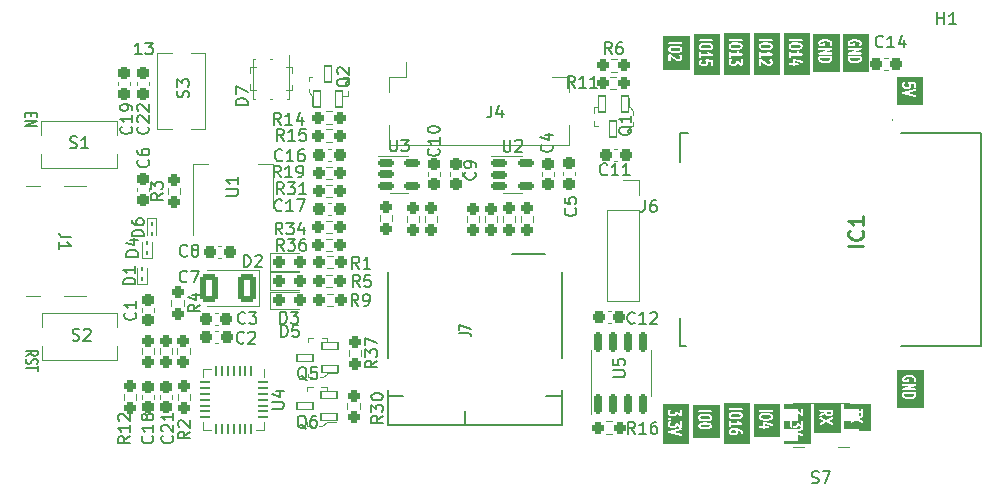
<source format=gto>
%TF.GenerationSoftware,KiCad,Pcbnew,7.0.2*%
%TF.CreationDate,2024-01-21T15:04:15+01:00*%
%TF.ProjectId,ESP32CAM,45535033-3243-4414-9d2e-6b696361645f,rev?*%
%TF.SameCoordinates,Original*%
%TF.FileFunction,Legend,Top*%
%TF.FilePolarity,Positive*%
%FSLAX46Y46*%
G04 Gerber Fmt 4.6, Leading zero omitted, Abs format (unit mm)*
G04 Created by KiCad (PCBNEW 7.0.2) date 2024-01-21 15:04:15*
%MOMM*%
%LPD*%
G01*
G04 APERTURE LIST*
G04 Aperture macros list*
%AMRoundRect*
0 Rectangle with rounded corners*
0 $1 Rounding radius*
0 $2 $3 $4 $5 $6 $7 $8 $9 X,Y pos of 4 corners*
0 Add a 4 corners polygon primitive as box body*
4,1,4,$2,$3,$4,$5,$6,$7,$8,$9,$2,$3,0*
0 Add four circle primitives for the rounded corners*
1,1,$1+$1,$2,$3*
1,1,$1+$1,$4,$5*
1,1,$1+$1,$6,$7*
1,1,$1+$1,$8,$9*
0 Add four rect primitives between the rounded corners*
20,1,$1+$1,$2,$3,$4,$5,0*
20,1,$1+$1,$4,$5,$6,$7,0*
20,1,$1+$1,$6,$7,$8,$9,0*
20,1,$1+$1,$8,$9,$2,$3,0*%
G04 Aperture macros list end*
%ADD10C,0.175000*%
%ADD11C,0.150000*%
%ADD12C,0.254000*%
%ADD13C,0.120000*%
%ADD14C,0.100000*%
%ADD15C,0.200000*%
%ADD16R,1.150000X0.600000*%
%ADD17R,1.150000X0.300000*%
%ADD18O,2.100000X1.000000*%
%ADD19O,1.800000X1.000000*%
%ADD20RoundRect,0.237500X-0.237500X0.250000X-0.237500X-0.250000X0.237500X-0.250000X0.237500X0.250000X0*%
%ADD21RoundRect,0.237500X-0.237500X0.300000X-0.237500X-0.300000X0.237500X-0.300000X0.237500X0.300000X0*%
%ADD22RoundRect,0.237500X-0.287500X-0.237500X0.287500X-0.237500X0.287500X0.237500X-0.287500X0.237500X0*%
%ADD23RoundRect,0.070000X-0.300000X0.650000X-0.300000X-0.650000X0.300000X-0.650000X0.300000X0.650000X0*%
%ADD24R,1.250000X1.000000*%
%ADD25RoundRect,0.237500X-0.250000X-0.237500X0.250000X-0.237500X0.250000X0.237500X-0.250000X0.237500X0*%
%ADD26R,1.450000X1.000000*%
%ADD27RoundRect,0.237500X0.250000X0.237500X-0.250000X0.237500X-0.250000X-0.237500X0.250000X-0.237500X0*%
%ADD28C,3.700000*%
%ADD29RoundRect,0.237500X0.237500X-0.250000X0.237500X0.250000X-0.237500X0.250000X-0.237500X-0.250000X0*%
%ADD30RoundRect,0.237500X0.300000X0.237500X-0.300000X0.237500X-0.300000X-0.237500X0.300000X-0.237500X0*%
%ADD31R,0.900000X1.200000*%
%ADD32RoundRect,0.237500X-0.300000X-0.237500X0.300000X-0.237500X0.300000X0.237500X-0.300000X0.237500X0*%
%ADD33RoundRect,0.237500X0.237500X-0.300000X0.237500X0.300000X-0.237500X0.300000X-0.237500X-0.300000X0*%
%ADD34R,1.000000X1.250000*%
%ADD35RoundRect,0.150000X-0.512500X-0.150000X0.512500X-0.150000X0.512500X0.150000X-0.512500X0.150000X0*%
%ADD36RoundRect,0.062500X0.062500X-0.117500X0.062500X0.117500X-0.062500X0.117500X-0.062500X-0.117500X0*%
%ADD37R,1.700000X1.700000*%
%ADD38O,1.700000X1.700000*%
%ADD39R,0.900000X1.500000*%
%ADD40R,1.500000X0.900000*%
%ADD41R,4.500000X4.500000*%
%ADD42RoundRect,0.070000X0.300000X-0.650000X0.300000X0.650000X-0.300000X0.650000X-0.300000X-0.650000X0*%
%ADD43RoundRect,0.250001X0.499999X0.924999X-0.499999X0.924999X-0.499999X-0.924999X0.499999X-0.924999X0*%
%ADD44RoundRect,0.062500X-0.062500X0.117500X-0.062500X-0.117500X0.062500X-0.117500X0.062500X0.117500X0*%
%ADD45R,1.500000X2.000000*%
%ADD46R,3.800000X2.000000*%
%ADD47RoundRect,0.070000X0.650000X0.300000X-0.650000X0.300000X-0.650000X-0.300000X0.650000X-0.300000X0*%
%ADD48R,3.000000X1.300000*%
%ADD49R,0.700000X1.600000*%
%ADD50R,1.200000X2.200000*%
%ADD51R,1.600000X1.400000*%
%ADD52R,1.200000X1.400000*%
%ADD53RoundRect,0.062500X-0.062500X0.337500X-0.062500X-0.337500X0.062500X-0.337500X0.062500X0.337500X0*%
%ADD54RoundRect,0.062500X-0.337500X0.062500X-0.337500X-0.062500X0.337500X-0.062500X0.337500X0.062500X0*%
%ADD55R,3.350000X3.350000*%
%ADD56RoundRect,0.150000X0.150000X-0.675000X0.150000X0.675000X-0.150000X0.675000X-0.150000X-0.675000X0*%
%ADD57R,0.300000X1.300000*%
%ADD58R,1.800000X2.200000*%
%ADD59C,0.750000*%
G04 APERTURE END LIST*
D10*
G36*
X208565280Y-69942836D02*
G01*
X208632284Y-69989739D01*
X208654879Y-70021373D01*
X208654879Y-70098625D01*
X208632284Y-70130258D01*
X208565279Y-70177161D01*
X208401446Y-70205833D01*
X208083312Y-70205833D01*
X207919480Y-70177161D01*
X207852475Y-70130258D01*
X207829880Y-70098624D01*
X207829880Y-70021374D01*
X207852477Y-69989738D01*
X207919479Y-69942836D01*
X208083314Y-69914166D01*
X208401450Y-69914166D01*
X208565280Y-69942836D01*
G37*
G36*
X209462857Y-72462857D02*
G01*
X207214643Y-72462857D01*
X207214643Y-71322194D01*
X207651296Y-71322194D01*
X207654880Y-71337061D01*
X207654880Y-71469955D01*
X207653725Y-71471963D01*
X207654880Y-71495476D01*
X207654880Y-71505913D01*
X207655495Y-71508009D01*
X207656246Y-71523286D01*
X207662588Y-71532165D01*
X207665663Y-71542636D01*
X207677222Y-71552652D01*
X207712888Y-71602584D01*
X207718774Y-71616948D01*
X207737883Y-71630325D01*
X207756231Y-71644710D01*
X207758774Y-71644949D01*
X207776713Y-71657506D01*
X207784464Y-71667433D01*
X207797322Y-71671933D01*
X207797746Y-71672230D01*
X207809230Y-71676101D01*
X207894223Y-71705849D01*
X207907165Y-71714166D01*
X207930622Y-71714166D01*
X207954049Y-71715363D01*
X207956139Y-71714166D01*
X208160645Y-71714166D01*
X208175608Y-71717741D01*
X208197753Y-71709990D01*
X208220255Y-71703383D01*
X208221832Y-71701562D01*
X208282734Y-71680246D01*
X208295321Y-71679749D01*
X208306484Y-71671934D01*
X208306969Y-71671765D01*
X208316768Y-71664735D01*
X208355658Y-71637512D01*
X208370077Y-71631764D01*
X208383629Y-71612790D01*
X208398194Y-71594574D01*
X208398457Y-71592031D01*
X208419041Y-71563214D01*
X208421147Y-71562253D01*
X208433878Y-71542442D01*
X208439941Y-71533955D01*
X208440657Y-71531893D01*
X208448928Y-71519025D01*
X208448928Y-71508111D01*
X208452512Y-71497805D01*
X208448928Y-71482937D01*
X208448928Y-71350043D01*
X208450082Y-71348038D01*
X208449058Y-71327180D01*
X208654880Y-71341588D01*
X208654880Y-71605913D01*
X208665663Y-71642636D01*
X208704497Y-71676286D01*
X208755358Y-71683599D01*
X208802099Y-71662253D01*
X208829880Y-71619025D01*
X208829880Y-71269340D01*
X208833332Y-71253356D01*
X208825434Y-71232279D01*
X208819097Y-71210696D01*
X208816505Y-71208450D01*
X208815302Y-71205238D01*
X208797267Y-71191780D01*
X208780263Y-71177046D01*
X208776867Y-71176557D01*
X208774119Y-71174507D01*
X208751680Y-71172936D01*
X208729402Y-71169733D01*
X208726281Y-71171158D01*
X208283497Y-71140163D01*
X208269793Y-71135544D01*
X208246169Y-71141477D01*
X208222364Y-71146694D01*
X208221350Y-71147710D01*
X208219956Y-71148061D01*
X208203274Y-71165840D01*
X208186085Y-71183083D01*
X208185781Y-71184486D01*
X208184799Y-71185534D01*
X208180382Y-71209487D01*
X208175238Y-71233309D01*
X208175742Y-71234654D01*
X208175482Y-71236067D01*
X208184712Y-71258595D01*
X208193268Y-71281427D01*
X208194420Y-71282286D01*
X208194965Y-71283616D01*
X208214931Y-71297592D01*
X208234451Y-71312158D01*
X208235882Y-71312258D01*
X208251332Y-71323072D01*
X208273928Y-71354706D01*
X208273928Y-71465292D01*
X208251333Y-71496924D01*
X208225895Y-71514731D01*
X208156082Y-71539166D01*
X207947726Y-71539166D01*
X207877914Y-71514732D01*
X207852474Y-71496923D01*
X207829880Y-71465291D01*
X207829880Y-71354707D01*
X207852476Y-71323072D01*
X207898102Y-71291135D01*
X207922004Y-71261242D01*
X207927301Y-71210131D01*
X207904125Y-71164270D01*
X207859834Y-71138219D01*
X207808489Y-71140250D01*
X207748151Y-71182485D01*
X207733732Y-71188234D01*
X207720180Y-71207206D01*
X207705615Y-71225423D01*
X207705351Y-71227966D01*
X207684767Y-71256784D01*
X207682661Y-71257746D01*
X207669929Y-71277556D01*
X207663867Y-71286044D01*
X207663150Y-71288105D01*
X207654880Y-71300974D01*
X207654880Y-71311887D01*
X207651296Y-71322194D01*
X207214643Y-71322194D01*
X207214643Y-70772977D01*
X207652114Y-70772977D01*
X207654880Y-70779033D01*
X207654880Y-70972579D01*
X207665663Y-71009302D01*
X207704497Y-71042952D01*
X207755358Y-71050265D01*
X207802099Y-71028919D01*
X207829880Y-70985691D01*
X207829880Y-70847499D01*
X208735762Y-70847499D01*
X208754615Y-70850368D01*
X208772688Y-70842293D01*
X208791683Y-70836716D01*
X208795795Y-70831969D01*
X208801530Y-70829408D01*
X208812371Y-70812840D01*
X208825333Y-70797882D01*
X208826226Y-70791667D01*
X208829666Y-70786411D01*
X208829828Y-70766615D01*
X208832646Y-70747021D01*
X208830036Y-70741306D01*
X208830088Y-70735028D01*
X208819525Y-70718290D01*
X208811300Y-70700280D01*
X208806015Y-70696883D01*
X208802664Y-70691573D01*
X208784725Y-70683201D01*
X208768072Y-70672499D01*
X208761792Y-70672499D01*
X208643444Y-70617269D01*
X208566761Y-70563592D01*
X208520556Y-70498904D01*
X208490437Y-70475289D01*
X208439277Y-70470478D01*
X208393640Y-70494090D01*
X208368012Y-70538627D01*
X208370531Y-70589951D01*
X208427174Y-70669252D01*
X208428505Y-70672499D01*
X207829880Y-70672499D01*
X207829880Y-70547419D01*
X207819097Y-70510696D01*
X207780263Y-70477046D01*
X207729402Y-70469733D01*
X207682661Y-70491079D01*
X207654880Y-70534307D01*
X207654880Y-70753739D01*
X207652114Y-70772977D01*
X207214643Y-70772977D01*
X207214643Y-69988861D01*
X207651296Y-69988861D01*
X207654880Y-70003728D01*
X207654880Y-70103289D01*
X207653726Y-70105295D01*
X207654880Y-70128807D01*
X207654880Y-70139246D01*
X207655495Y-70141340D01*
X207656245Y-70156619D01*
X207662589Y-70165500D01*
X207665663Y-70175969D01*
X207677219Y-70185983D01*
X207712889Y-70235919D01*
X207718775Y-70250283D01*
X207737878Y-70263654D01*
X207756230Y-70278044D01*
X207758775Y-70278283D01*
X207830262Y-70328323D01*
X207844847Y-70341760D01*
X207863598Y-70345041D01*
X207881634Y-70351121D01*
X207888492Y-70349398D01*
X208043251Y-70376482D01*
X208050022Y-70380833D01*
X208068114Y-70380833D01*
X208073022Y-70381692D01*
X208080635Y-70380833D01*
X208391403Y-70380833D01*
X208398823Y-70383952D01*
X208416645Y-70380833D01*
X208421627Y-70380833D01*
X208428976Y-70378674D01*
X208608832Y-70347199D01*
X208628653Y-70346415D01*
X208644249Y-70335497D01*
X208661313Y-70327068D01*
X208664953Y-70321004D01*
X208736607Y-70270847D01*
X208751030Y-70265098D01*
X208764595Y-70246106D01*
X208779145Y-70227909D01*
X208779408Y-70225367D01*
X208799994Y-70196547D01*
X208802099Y-70195586D01*
X208814826Y-70175781D01*
X208820894Y-70167287D01*
X208821611Y-70165224D01*
X208829880Y-70152358D01*
X208829880Y-70141444D01*
X208833464Y-70131137D01*
X208829880Y-70116269D01*
X208829880Y-70016710D01*
X208831034Y-70014705D01*
X208829879Y-69991192D01*
X208829880Y-69980753D01*
X208829264Y-69978657D01*
X208828515Y-69963381D01*
X208822171Y-69954499D01*
X208819097Y-69944030D01*
X208807539Y-69934015D01*
X208771872Y-69884080D01*
X208765987Y-69869717D01*
X208746881Y-69856343D01*
X208728532Y-69841956D01*
X208725986Y-69841716D01*
X208654500Y-69791676D01*
X208639914Y-69778238D01*
X208621163Y-69774956D01*
X208603127Y-69768877D01*
X208596267Y-69770599D01*
X208441509Y-69743516D01*
X208434739Y-69739166D01*
X208416647Y-69739166D01*
X208411738Y-69738307D01*
X208404126Y-69739166D01*
X208093358Y-69739166D01*
X208085939Y-69736047D01*
X208068116Y-69739166D01*
X208063134Y-69739166D01*
X208055785Y-69741323D01*
X207875922Y-69772799D01*
X207856107Y-69773583D01*
X207840513Y-69784498D01*
X207823449Y-69792929D01*
X207819808Y-69798992D01*
X207748153Y-69849151D01*
X207733732Y-69854901D01*
X207720173Y-69873882D01*
X207705615Y-69892091D01*
X207705351Y-69894633D01*
X207684767Y-69923451D01*
X207682661Y-69924413D01*
X207669929Y-69944223D01*
X207663867Y-69952711D01*
X207663150Y-69954772D01*
X207654880Y-69967641D01*
X207654880Y-69978554D01*
X207651296Y-69988861D01*
X207214643Y-69988861D01*
X207214643Y-69539644D01*
X207652114Y-69539644D01*
X207673460Y-69586385D01*
X207716688Y-69614166D01*
X208754960Y-69614166D01*
X208791683Y-69603383D01*
X208825333Y-69564549D01*
X208832646Y-69513688D01*
X208811300Y-69466947D01*
X208768072Y-69439166D01*
X207729800Y-69439166D01*
X207693077Y-69449949D01*
X207659427Y-69488783D01*
X207652114Y-69539644D01*
X207214643Y-69539644D01*
X207214643Y-68954643D01*
X209462857Y-68954643D01*
X209462857Y-72462857D01*
G37*
G36*
X217122857Y-103679524D02*
G01*
X214874643Y-103679524D01*
X214874643Y-102668794D01*
X215311526Y-102668794D01*
X215315632Y-102689138D01*
X215317424Y-102709817D01*
X215320649Y-102713993D01*
X215321693Y-102719163D01*
X215336142Y-102734053D01*
X215348833Y-102750485D01*
X215353804Y-102752254D01*
X215357478Y-102756040D01*
X215377688Y-102760755D01*
X215397243Y-102767716D01*
X215402380Y-102766517D01*
X216394748Y-102998070D01*
X216432961Y-102995913D01*
X216474555Y-102965741D01*
X216493233Y-102917872D01*
X216483067Y-102867504D01*
X216447282Y-102830627D01*
X215787452Y-102676666D01*
X216434514Y-102525685D01*
X216467826Y-102506840D01*
X216491772Y-102461376D01*
X216487336Y-102410183D01*
X216455928Y-102369515D01*
X216407518Y-102352284D01*
X215389876Y-102589733D01*
X215371799Y-102590754D01*
X215355003Y-102602937D01*
X215336934Y-102613160D01*
X215334475Y-102617828D01*
X215330205Y-102620926D01*
X215322659Y-102640263D01*
X215312989Y-102658624D01*
X215313444Y-102663878D01*
X215311526Y-102668794D01*
X214874643Y-102668794D01*
X214874643Y-101905528D01*
X215311296Y-101905528D01*
X215314880Y-101920395D01*
X215314880Y-102086622D01*
X215313725Y-102088630D01*
X215314880Y-102112143D01*
X215314880Y-102122580D01*
X215315495Y-102124676D01*
X215316246Y-102139953D01*
X215322588Y-102148832D01*
X215325663Y-102159303D01*
X215337222Y-102169319D01*
X215372888Y-102219251D01*
X215378774Y-102233615D01*
X215397883Y-102246992D01*
X215416231Y-102261377D01*
X215418774Y-102261616D01*
X215436713Y-102274173D01*
X215444464Y-102284100D01*
X215457322Y-102288600D01*
X215457746Y-102288897D01*
X215469230Y-102292768D01*
X215554223Y-102322516D01*
X215567165Y-102330833D01*
X215590622Y-102330833D01*
X215614049Y-102332030D01*
X215616139Y-102330833D01*
X215820645Y-102330833D01*
X215835608Y-102334408D01*
X215857753Y-102326657D01*
X215880255Y-102320050D01*
X215881832Y-102318229D01*
X215942734Y-102296913D01*
X215955321Y-102296416D01*
X215966484Y-102288601D01*
X215966969Y-102288432D01*
X215976768Y-102281402D01*
X216015658Y-102254179D01*
X216030077Y-102248431D01*
X216043629Y-102229457D01*
X216058194Y-102211241D01*
X216058457Y-102208698D01*
X216079041Y-102179881D01*
X216081147Y-102178920D01*
X216093878Y-102159109D01*
X216094934Y-102157631D01*
X216350532Y-102314185D01*
X216364497Y-102326286D01*
X216384676Y-102329187D01*
X216404353Y-102334505D01*
X216409749Y-102332792D01*
X216415358Y-102333599D01*
X216433905Y-102325128D01*
X216453332Y-102318965D01*
X216456947Y-102314605D01*
X216462099Y-102312253D01*
X216473119Y-102295105D01*
X216486133Y-102279413D01*
X216486817Y-102273790D01*
X216489880Y-102269025D01*
X216489880Y-102248640D01*
X216492344Y-102228405D01*
X216489880Y-102223304D01*
X216489880Y-101797420D01*
X216479097Y-101760697D01*
X216440263Y-101727047D01*
X216389402Y-101719734D01*
X216342661Y-101741080D01*
X216314880Y-101784308D01*
X216314879Y-102087130D01*
X216073275Y-101939147D01*
X216059311Y-101927047D01*
X216039131Y-101924145D01*
X216019455Y-101918828D01*
X216014058Y-101920540D01*
X216008450Y-101919734D01*
X215989902Y-101928204D01*
X215970476Y-101934368D01*
X215966860Y-101938727D01*
X215961709Y-101941080D01*
X215950688Y-101958227D01*
X215937675Y-101973920D01*
X215936990Y-101979542D01*
X215933928Y-101984308D01*
X215933928Y-102004692D01*
X215931464Y-102024928D01*
X215933928Y-102030028D01*
X215933928Y-102081959D01*
X215911333Y-102113591D01*
X215885895Y-102131398D01*
X215816082Y-102155833D01*
X215607726Y-102155833D01*
X215537914Y-102131399D01*
X215512474Y-102113590D01*
X215489880Y-102081958D01*
X215489880Y-101938041D01*
X215512476Y-101906406D01*
X215558102Y-101874469D01*
X215582004Y-101844576D01*
X215587301Y-101793465D01*
X215564125Y-101747604D01*
X215519834Y-101721553D01*
X215468489Y-101723584D01*
X215408151Y-101765819D01*
X215393732Y-101771568D01*
X215380180Y-101790540D01*
X215365615Y-101808757D01*
X215365351Y-101811300D01*
X215344767Y-101840118D01*
X215342661Y-101841080D01*
X215329929Y-101860890D01*
X215323867Y-101869378D01*
X215323150Y-101871439D01*
X215314880Y-101884308D01*
X215314880Y-101895221D01*
X215311296Y-101905528D01*
X214874643Y-101905528D01*
X214874643Y-101552734D01*
X215311672Y-101552734D01*
X215312379Y-101554461D01*
X215312114Y-101556311D01*
X215312890Y-101558011D01*
X215312698Y-101559867D01*
X215322723Y-101579706D01*
X215331154Y-101600282D01*
X215332684Y-101601353D01*
X215333460Y-101603052D01*
X215335030Y-101604061D01*
X215335873Y-101605728D01*
X215355034Y-101616998D01*
X215381817Y-101635746D01*
X215383494Y-101639064D01*
X215402659Y-101650336D01*
X215410128Y-101655564D01*
X215413455Y-101656685D01*
X215427786Y-101665114D01*
X215437337Y-101664736D01*
X215446397Y-101667790D01*
X215462522Y-101663739D01*
X215479131Y-101663083D01*
X215486960Y-101657602D01*
X215496234Y-101655273D01*
X215507609Y-101643147D01*
X215534582Y-101624266D01*
X215543852Y-101621938D01*
X215545129Y-101620576D01*
X215546922Y-101620050D01*
X215556659Y-101608811D01*
X215558104Y-101607801D01*
X215563801Y-101600675D01*
X215579010Y-101584465D01*
X215579348Y-101582627D01*
X215580572Y-101581216D01*
X215580837Y-101579366D01*
X215582004Y-101577908D01*
X215584295Y-101555798D01*
X215588327Y-101533932D01*
X215587619Y-101532204D01*
X215587885Y-101530355D01*
X215587108Y-101528654D01*
X215587301Y-101526797D01*
X215577271Y-101506949D01*
X215568844Y-101486383D01*
X215567314Y-101485312D01*
X215566539Y-101483614D01*
X215564968Y-101482604D01*
X215564125Y-101480936D01*
X215544959Y-101469663D01*
X215518182Y-101450919D01*
X215516507Y-101447605D01*
X215497347Y-101436335D01*
X215489872Y-101431103D01*
X215486543Y-101429981D01*
X215472216Y-101421554D01*
X215462662Y-101421931D01*
X215453603Y-101418878D01*
X215437483Y-101422926D01*
X215420871Y-101423583D01*
X215413037Y-101429066D01*
X215403766Y-101431395D01*
X215392392Y-101443517D01*
X215365418Y-101462399D01*
X215356147Y-101464728D01*
X215354869Y-101466089D01*
X215353077Y-101466616D01*
X215343338Y-101477855D01*
X215341897Y-101478864D01*
X215336203Y-101485985D01*
X215320989Y-101502201D01*
X215320650Y-101504038D01*
X215319427Y-101505450D01*
X215319161Y-101507298D01*
X215317996Y-101508756D01*
X215315704Y-101530862D01*
X215311672Y-101552734D01*
X214874643Y-101552734D01*
X214874643Y-100905528D01*
X215311296Y-100905528D01*
X215314880Y-100920395D01*
X215314880Y-101086622D01*
X215313725Y-101088630D01*
X215314880Y-101112143D01*
X215314880Y-101122580D01*
X215315495Y-101124676D01*
X215316246Y-101139953D01*
X215322588Y-101148832D01*
X215325663Y-101159303D01*
X215337222Y-101169319D01*
X215372888Y-101219251D01*
X215378774Y-101233615D01*
X215397883Y-101246992D01*
X215416231Y-101261377D01*
X215418774Y-101261616D01*
X215436713Y-101274173D01*
X215444464Y-101284100D01*
X215457322Y-101288600D01*
X215457746Y-101288897D01*
X215469230Y-101292768D01*
X215554223Y-101322516D01*
X215567165Y-101330833D01*
X215590622Y-101330833D01*
X215614049Y-101332030D01*
X215616139Y-101330833D01*
X215820645Y-101330833D01*
X215835608Y-101334408D01*
X215857753Y-101326657D01*
X215880255Y-101320050D01*
X215881832Y-101318229D01*
X215942734Y-101296913D01*
X215955321Y-101296416D01*
X215966484Y-101288601D01*
X215966969Y-101288432D01*
X215976768Y-101281402D01*
X216015658Y-101254179D01*
X216030077Y-101248431D01*
X216043629Y-101229457D01*
X216058194Y-101211241D01*
X216058457Y-101208698D01*
X216079041Y-101179881D01*
X216081147Y-101178920D01*
X216093878Y-101159109D01*
X216094934Y-101157631D01*
X216350532Y-101314185D01*
X216364497Y-101326286D01*
X216384676Y-101329187D01*
X216404353Y-101334505D01*
X216409749Y-101332792D01*
X216415358Y-101333599D01*
X216433905Y-101325128D01*
X216453332Y-101318965D01*
X216456947Y-101314605D01*
X216462099Y-101312253D01*
X216473119Y-101295105D01*
X216486133Y-101279413D01*
X216486817Y-101273790D01*
X216489880Y-101269025D01*
X216489880Y-101248640D01*
X216492344Y-101228405D01*
X216489880Y-101223304D01*
X216489880Y-100797420D01*
X216479097Y-100760697D01*
X216440263Y-100727047D01*
X216389402Y-100719734D01*
X216342661Y-100741080D01*
X216314880Y-100784308D01*
X216314879Y-101087130D01*
X216073275Y-100939147D01*
X216059311Y-100927047D01*
X216039131Y-100924145D01*
X216019455Y-100918828D01*
X216014058Y-100920540D01*
X216008450Y-100919734D01*
X215989902Y-100928204D01*
X215970476Y-100934368D01*
X215966860Y-100938727D01*
X215961709Y-100941080D01*
X215950688Y-100958227D01*
X215937675Y-100973920D01*
X215936990Y-100979542D01*
X215933928Y-100984308D01*
X215933928Y-101004692D01*
X215931464Y-101024928D01*
X215933928Y-101030028D01*
X215933928Y-101081959D01*
X215911333Y-101113591D01*
X215885895Y-101131398D01*
X215816082Y-101155833D01*
X215607726Y-101155833D01*
X215537914Y-101131399D01*
X215512474Y-101113590D01*
X215489880Y-101081958D01*
X215489880Y-100938041D01*
X215512476Y-100906406D01*
X215558102Y-100874469D01*
X215582004Y-100844576D01*
X215587301Y-100793465D01*
X215564125Y-100747604D01*
X215519834Y-100721553D01*
X215468489Y-100723584D01*
X215408151Y-100765819D01*
X215393732Y-100771568D01*
X215380180Y-100790540D01*
X215365615Y-100808757D01*
X215365351Y-100811300D01*
X215344767Y-100840118D01*
X215342661Y-100841080D01*
X215329929Y-100860890D01*
X215323867Y-100869378D01*
X215323150Y-100871439D01*
X215314880Y-100884308D01*
X215314880Y-100895221D01*
X215311296Y-100905528D01*
X214874643Y-100905528D01*
X214874643Y-100304643D01*
X217122857Y-100304643D01*
X217122857Y-103679524D01*
G37*
X150652380Y-96226666D02*
X151128571Y-95993333D01*
X150652380Y-95826666D02*
X151652380Y-95826666D01*
X151652380Y-95826666D02*
X151652380Y-96093333D01*
X151652380Y-96093333D02*
X151604761Y-96160000D01*
X151604761Y-96160000D02*
X151557142Y-96193333D01*
X151557142Y-96193333D02*
X151461904Y-96226666D01*
X151461904Y-96226666D02*
X151319047Y-96226666D01*
X151319047Y-96226666D02*
X151223809Y-96193333D01*
X151223809Y-96193333D02*
X151176190Y-96160000D01*
X151176190Y-96160000D02*
X151128571Y-96093333D01*
X151128571Y-96093333D02*
X151128571Y-95826666D01*
X150700000Y-96493333D02*
X150652380Y-96593333D01*
X150652380Y-96593333D02*
X150652380Y-96760000D01*
X150652380Y-96760000D02*
X150700000Y-96826666D01*
X150700000Y-96826666D02*
X150747619Y-96860000D01*
X150747619Y-96860000D02*
X150842857Y-96893333D01*
X150842857Y-96893333D02*
X150938095Y-96893333D01*
X150938095Y-96893333D02*
X151033333Y-96860000D01*
X151033333Y-96860000D02*
X151080952Y-96826666D01*
X151080952Y-96826666D02*
X151128571Y-96760000D01*
X151128571Y-96760000D02*
X151176190Y-96626666D01*
X151176190Y-96626666D02*
X151223809Y-96560000D01*
X151223809Y-96560000D02*
X151271428Y-96526666D01*
X151271428Y-96526666D02*
X151366666Y-96493333D01*
X151366666Y-96493333D02*
X151461904Y-96493333D01*
X151461904Y-96493333D02*
X151557142Y-96526666D01*
X151557142Y-96526666D02*
X151604761Y-96560000D01*
X151604761Y-96560000D02*
X151652380Y-96626666D01*
X151652380Y-96626666D02*
X151652380Y-96793333D01*
X151652380Y-96793333D02*
X151604761Y-96893333D01*
X151652380Y-97093333D02*
X151652380Y-97493333D01*
X150652380Y-97293333D02*
X151652380Y-97293333D01*
G36*
X225854880Y-99566897D02*
G01*
X225825680Y-99628214D01*
X225759230Y-99674730D01*
X225682142Y-99701711D01*
X225506209Y-99732499D01*
X225378549Y-99732499D01*
X225202614Y-99701710D01*
X225125532Y-99674731D01*
X225059080Y-99628214D01*
X225029880Y-99566896D01*
X225029880Y-99507499D01*
X225854880Y-99507499D01*
X225854880Y-99566897D01*
G37*
G36*
X226662857Y-100656190D02*
G01*
X224414643Y-100656190D01*
X224414643Y-99432977D01*
X224852114Y-99432977D01*
X224854880Y-99439033D01*
X224854879Y-99581115D01*
X224852334Y-99601090D01*
X224860387Y-99618001D01*
X224865663Y-99635969D01*
X224871247Y-99640808D01*
X224909958Y-99722099D01*
X224918774Y-99743615D01*
X224931541Y-99752552D01*
X224941933Y-99764163D01*
X224952168Y-99766990D01*
X225024331Y-99817505D01*
X225032083Y-99827433D01*
X225044943Y-99831934D01*
X225045366Y-99832230D01*
X225056807Y-99836086D01*
X225134495Y-99863277D01*
X225140085Y-99868427D01*
X225158330Y-99871620D01*
X225163445Y-99873410D01*
X225170668Y-99873779D01*
X225338489Y-99903148D01*
X225345260Y-99907499D01*
X225363352Y-99907499D01*
X225368261Y-99908358D01*
X225375873Y-99907499D01*
X225496166Y-99907499D01*
X225503585Y-99910618D01*
X225521408Y-99907499D01*
X225526389Y-99907499D01*
X225533736Y-99905341D01*
X225701548Y-99875974D01*
X225708941Y-99877741D01*
X225726425Y-99871621D01*
X225731760Y-99870688D01*
X225738242Y-99867485D01*
X225816068Y-99840246D01*
X225828653Y-99839749D01*
X225839815Y-99831935D01*
X225840302Y-99831765D01*
X225850134Y-99824712D01*
X225942950Y-99759739D01*
X225962715Y-99747481D01*
X225969414Y-99733412D01*
X225979146Y-99721241D01*
X225980240Y-99710677D01*
X226018992Y-99629298D01*
X226029880Y-99612358D01*
X226029880Y-99593628D01*
X226032842Y-99575136D01*
X226029880Y-99568365D01*
X226029880Y-99426258D01*
X226032646Y-99407021D01*
X226024571Y-99389340D01*
X226019097Y-99370696D01*
X226014065Y-99366336D01*
X226011300Y-99360280D01*
X225994950Y-99349772D01*
X225980263Y-99337046D01*
X225973672Y-99336098D01*
X225968072Y-99332499D01*
X225948639Y-99332499D01*
X225929402Y-99329733D01*
X225923345Y-99332499D01*
X224948639Y-99332499D01*
X224929402Y-99329733D01*
X224911721Y-99337807D01*
X224893077Y-99343282D01*
X224888717Y-99348313D01*
X224882661Y-99351079D01*
X224872153Y-99367428D01*
X224859427Y-99382116D01*
X224858479Y-99388706D01*
X224854880Y-99394307D01*
X224854879Y-99413739D01*
X224852114Y-99432977D01*
X224414643Y-99432977D01*
X224414643Y-99082300D01*
X224851291Y-99082300D01*
X224853372Y-99090891D01*
X224852114Y-99099644D01*
X224859310Y-99115402D01*
X224863390Y-99132240D01*
X224869787Y-99138343D01*
X224873460Y-99146385D01*
X224888031Y-99155749D01*
X224900568Y-99167710D01*
X224909249Y-99169385D01*
X224916688Y-99174166D01*
X224934014Y-99174166D01*
X224951022Y-99177449D01*
X224959230Y-99174166D01*
X225954960Y-99174166D01*
X225991683Y-99163383D01*
X226025333Y-99124549D01*
X226032646Y-99073688D01*
X226011300Y-99026947D01*
X225968072Y-98999166D01*
X225396731Y-98999166D01*
X225971024Y-98769448D01*
X225991683Y-98763383D01*
X226003027Y-98750291D01*
X226016649Y-98739585D01*
X226019542Y-98731231D01*
X226025333Y-98724549D01*
X226027798Y-98707398D01*
X226033469Y-98691031D01*
X226031387Y-98682439D01*
X226032646Y-98673688D01*
X226025449Y-98657929D01*
X226021370Y-98641092D01*
X226014972Y-98634988D01*
X226011300Y-98626947D01*
X225996728Y-98617582D01*
X225984192Y-98605622D01*
X225975510Y-98603946D01*
X225968072Y-98599166D01*
X225950746Y-98599166D01*
X225933738Y-98595883D01*
X225925530Y-98599166D01*
X224929800Y-98599166D01*
X224893077Y-98609949D01*
X224859427Y-98648783D01*
X224852114Y-98699644D01*
X224873460Y-98746385D01*
X224916688Y-98774166D01*
X225488029Y-98774166D01*
X224913735Y-99003883D01*
X224893077Y-99009949D01*
X224881732Y-99023040D01*
X224868111Y-99033747D01*
X224865216Y-99042101D01*
X224859427Y-99048783D01*
X224856961Y-99065932D01*
X224851291Y-99082300D01*
X224414643Y-99082300D01*
X224414643Y-98198196D01*
X224851918Y-98198196D01*
X224854880Y-98204967D01*
X224854880Y-98247782D01*
X224852334Y-98267757D01*
X224860387Y-98284668D01*
X224865663Y-98302636D01*
X224871247Y-98307475D01*
X224909959Y-98388768D01*
X224918775Y-98410283D01*
X224931542Y-98419219D01*
X224941933Y-98430830D01*
X224952168Y-98433657D01*
X224967923Y-98444686D01*
X224968699Y-98446385D01*
X224988852Y-98459336D01*
X224997747Y-98465563D01*
X224999415Y-98466125D01*
X225011927Y-98474166D01*
X225023270Y-98474166D01*
X225034015Y-98477788D01*
X225048436Y-98474166D01*
X225364693Y-98474166D01*
X225383930Y-98476932D01*
X225401610Y-98468857D01*
X225420255Y-98463383D01*
X225424614Y-98458351D01*
X225430671Y-98455586D01*
X225441178Y-98439236D01*
X225453905Y-98424549D01*
X225454852Y-98417958D01*
X225458452Y-98412358D01*
X225458452Y-98392925D01*
X225461218Y-98373688D01*
X225458452Y-98367631D01*
X225458452Y-98240753D01*
X225447669Y-98204030D01*
X225408835Y-98170380D01*
X225357974Y-98163067D01*
X225311233Y-98184413D01*
X225283452Y-98227641D01*
X225283452Y-98299166D01*
X225065201Y-98299166D01*
X225059079Y-98294881D01*
X225029880Y-98233563D01*
X225029880Y-98206435D01*
X225059079Y-98145117D01*
X225125530Y-98098602D01*
X225202620Y-98071620D01*
X225378552Y-98040833D01*
X225506212Y-98040833D01*
X225682143Y-98071621D01*
X225759229Y-98098601D01*
X225825680Y-98145117D01*
X225854880Y-98206436D01*
X225854880Y-98258625D01*
X225816247Y-98312712D01*
X225803677Y-98348862D01*
X225815719Y-98398816D01*
X225852856Y-98434329D01*
X225903298Y-98444126D01*
X225951030Y-98425098D01*
X225999994Y-98356547D01*
X226002099Y-98355586D01*
X226014826Y-98335781D01*
X226020894Y-98327287D01*
X226021611Y-98325224D01*
X226029880Y-98312358D01*
X226029880Y-98301444D01*
X226033464Y-98291137D01*
X226029880Y-98276269D01*
X226029880Y-98192217D01*
X226032426Y-98172243D01*
X226024373Y-98155332D01*
X226019097Y-98137363D01*
X226013512Y-98132523D01*
X225974802Y-98051233D01*
X225965986Y-98029716D01*
X225953220Y-98020780D01*
X225942829Y-98009169D01*
X225932592Y-98006340D01*
X225860430Y-97955827D01*
X225852679Y-97945900D01*
X225839816Y-97941398D01*
X225839395Y-97941103D01*
X225827988Y-97937258D01*
X225750266Y-97910055D01*
X225744676Y-97904905D01*
X225726426Y-97901711D01*
X225721317Y-97899923D01*
X225714099Y-97899554D01*
X225546271Y-97870183D01*
X225539501Y-97865833D01*
X225521409Y-97865833D01*
X225516500Y-97864974D01*
X225508888Y-97865833D01*
X225388596Y-97865833D01*
X225381177Y-97862714D01*
X225363354Y-97865833D01*
X225358372Y-97865833D01*
X225351023Y-97867990D01*
X225183211Y-97897357D01*
X225175819Y-97895591D01*
X225158334Y-97901710D01*
X225153001Y-97902644D01*
X225146519Y-97905845D01*
X225068690Y-97933086D01*
X225056108Y-97933584D01*
X225044946Y-97941397D01*
X225044458Y-97941568D01*
X225034636Y-97948613D01*
X224941803Y-98013595D01*
X224922046Y-98025850D01*
X224915346Y-98039919D01*
X224905615Y-98052090D01*
X224904520Y-98062653D01*
X224865765Y-98144035D01*
X224854880Y-98160974D01*
X224854880Y-98179702D01*
X224851918Y-98198196D01*
X224414643Y-98198196D01*
X224414643Y-97414643D01*
X226662857Y-97414643D01*
X226662857Y-100656190D01*
G37*
G36*
X218844879Y-101115292D02*
G01*
X218822284Y-101146925D01*
X218796848Y-101164731D01*
X218727034Y-101189166D01*
X218613916Y-101189166D01*
X218544103Y-101164731D01*
X218518666Y-101146926D01*
X218496071Y-101115292D01*
X218496071Y-101054699D01*
X218499731Y-101040851D01*
X218496071Y-101029534D01*
X218496071Y-100964166D01*
X218844880Y-100964166D01*
X218844879Y-101115292D01*
G37*
G36*
X219652857Y-102779524D02*
G01*
X217404643Y-102779524D01*
X217404643Y-101977417D01*
X217841189Y-101977417D01*
X217856071Y-102026599D01*
X217895180Y-102059928D01*
X217946101Y-102066822D01*
X218432380Y-101839891D01*
X218906777Y-102061277D01*
X218944615Y-102067035D01*
X218991530Y-102046074D01*
X219019665Y-102003078D01*
X219020088Y-101951695D01*
X218992664Y-101908240D01*
X218639291Y-101743333D01*
X218980782Y-101583971D01*
X219009500Y-101558670D01*
X219023570Y-101509250D01*
X219008689Y-101460068D01*
X218969580Y-101426739D01*
X218918659Y-101419844D01*
X218432379Y-101646774D01*
X217957983Y-101425389D01*
X217920145Y-101419631D01*
X217873230Y-101440591D01*
X217845094Y-101483588D01*
X217844672Y-101534971D01*
X217872096Y-101578426D01*
X218225468Y-101743332D01*
X217883978Y-101902695D01*
X217855260Y-101927996D01*
X217841189Y-101977417D01*
X217404643Y-101977417D01*
X217404643Y-101279148D01*
X217841220Y-101279148D01*
X217857032Y-101328038D01*
X217896768Y-101360619D01*
X217947810Y-101366545D01*
X218327565Y-101180465D01*
X218328779Y-101182166D01*
X218331854Y-101192636D01*
X218343411Y-101202650D01*
X218379079Y-101252586D01*
X218384965Y-101266950D01*
X218404070Y-101280323D01*
X218422419Y-101294710D01*
X218424964Y-101294949D01*
X218442903Y-101307506D01*
X218450654Y-101317433D01*
X218463514Y-101321934D01*
X218463937Y-101322230D01*
X218475378Y-101326086D01*
X218560413Y-101355849D01*
X218573355Y-101364166D01*
X218596812Y-101364166D01*
X218620239Y-101365363D01*
X218622329Y-101364166D01*
X218731597Y-101364166D01*
X218746560Y-101367741D01*
X218768705Y-101359990D01*
X218791207Y-101353383D01*
X218792784Y-101351562D01*
X218853687Y-101330246D01*
X218866272Y-101329749D01*
X218877434Y-101321935D01*
X218877921Y-101321765D01*
X218887740Y-101314720D01*
X218926607Y-101287514D01*
X218941030Y-101281765D01*
X218954591Y-101262778D01*
X218969146Y-101244576D01*
X218969409Y-101242033D01*
X218989994Y-101213214D01*
X218992099Y-101212253D01*
X219004826Y-101192448D01*
X219010894Y-101183954D01*
X219011611Y-101181891D01*
X219019880Y-101169025D01*
X219019880Y-101158111D01*
X219023464Y-101147804D01*
X219019880Y-101132936D01*
X219019880Y-100882925D01*
X219022646Y-100863688D01*
X219014571Y-100846007D01*
X219009097Y-100827363D01*
X219004065Y-100823003D01*
X219001300Y-100816947D01*
X218984950Y-100806439D01*
X218970263Y-100793713D01*
X218963672Y-100792765D01*
X218958072Y-100789166D01*
X218938639Y-100789166D01*
X218919402Y-100786400D01*
X218913345Y-100789166D01*
X218414830Y-100789166D01*
X218395593Y-100786400D01*
X218389536Y-100789166D01*
X217919800Y-100789166D01*
X217883077Y-100799949D01*
X217849427Y-100838783D01*
X217842114Y-100889644D01*
X217863460Y-100936385D01*
X217906688Y-100964166D01*
X218321071Y-100964166D01*
X218321071Y-100988768D01*
X217882582Y-101203627D01*
X217854350Y-101229469D01*
X217841220Y-101279148D01*
X217404643Y-101279148D01*
X217404643Y-100304643D01*
X219652857Y-100304643D01*
X219652857Y-102779524D01*
G37*
G36*
X216155280Y-69912836D02*
G01*
X216222284Y-69959739D01*
X216244880Y-69991373D01*
X216244880Y-70068625D01*
X216222284Y-70100258D01*
X216155279Y-70147161D01*
X215991446Y-70175833D01*
X215673312Y-70175833D01*
X215509480Y-70147161D01*
X215442475Y-70100258D01*
X215419880Y-70068624D01*
X215419880Y-69991374D01*
X215442477Y-69959738D01*
X215509479Y-69912836D01*
X215673314Y-69884166D01*
X215991450Y-69884166D01*
X216155280Y-69912836D01*
G37*
G36*
X217052857Y-72432857D02*
G01*
X214804643Y-72432857D01*
X214804643Y-71542977D01*
X215242114Y-71542977D01*
X215263460Y-71589718D01*
X215306688Y-71617499D01*
X215578214Y-71617499D01*
X215578214Y-71642579D01*
X215588997Y-71679302D01*
X215627831Y-71712952D01*
X215678692Y-71720265D01*
X215725433Y-71698919D01*
X215753214Y-71655691D01*
X215753214Y-71617499D01*
X216011627Y-71617499D01*
X216048350Y-71606716D01*
X216082000Y-71567882D01*
X216089313Y-71517021D01*
X216067967Y-71470280D01*
X216024739Y-71442499D01*
X215753214Y-71442499D01*
X215753214Y-71306933D01*
X216372368Y-71451403D01*
X216410581Y-71449246D01*
X216452175Y-71419074D01*
X216470854Y-71371206D01*
X216460687Y-71320837D01*
X216424903Y-71283960D01*
X215706663Y-71116370D01*
X215703597Y-71113713D01*
X215681915Y-71110595D01*
X215673346Y-71108596D01*
X215669513Y-71108812D01*
X215652736Y-71106400D01*
X215644342Y-71110233D01*
X215635133Y-71110753D01*
X215621415Y-71120703D01*
X215605995Y-71127746D01*
X215601006Y-71135508D01*
X215593539Y-71140925D01*
X215587377Y-71156716D01*
X215578214Y-71170974D01*
X215578214Y-71180197D01*
X215574860Y-71188793D01*
X215578214Y-71205409D01*
X215578214Y-71442499D01*
X215319800Y-71442499D01*
X215283077Y-71453282D01*
X215249427Y-71492116D01*
X215242114Y-71542977D01*
X214804643Y-71542977D01*
X214804643Y-70742977D01*
X215242114Y-70742977D01*
X215244880Y-70749033D01*
X215244880Y-70942579D01*
X215255663Y-70979302D01*
X215294497Y-71012952D01*
X215345358Y-71020265D01*
X215392099Y-70998919D01*
X215419880Y-70955691D01*
X215419880Y-70817499D01*
X216325762Y-70817499D01*
X216344615Y-70820368D01*
X216362688Y-70812293D01*
X216381683Y-70806716D01*
X216385795Y-70801969D01*
X216391530Y-70799408D01*
X216402371Y-70782840D01*
X216415333Y-70767882D01*
X216416226Y-70761667D01*
X216419666Y-70756411D01*
X216419828Y-70736615D01*
X216422646Y-70717021D01*
X216420036Y-70711306D01*
X216420088Y-70705028D01*
X216409525Y-70688290D01*
X216401300Y-70670280D01*
X216396015Y-70666883D01*
X216392664Y-70661573D01*
X216374725Y-70653201D01*
X216358072Y-70642499D01*
X216351792Y-70642499D01*
X216233444Y-70587269D01*
X216156761Y-70533592D01*
X216110556Y-70468904D01*
X216080437Y-70445289D01*
X216029277Y-70440478D01*
X215983640Y-70464090D01*
X215958012Y-70508627D01*
X215960531Y-70559951D01*
X216017174Y-70639252D01*
X216018505Y-70642499D01*
X215419880Y-70642499D01*
X215419880Y-70517419D01*
X215409097Y-70480696D01*
X215370263Y-70447046D01*
X215319402Y-70439733D01*
X215272661Y-70461079D01*
X215244880Y-70504307D01*
X215244880Y-70723739D01*
X215242114Y-70742977D01*
X214804643Y-70742977D01*
X214804643Y-69958861D01*
X215241296Y-69958861D01*
X215244879Y-69973728D01*
X215244880Y-70073289D01*
X215243726Y-70075295D01*
X215244880Y-70098807D01*
X215244880Y-70109246D01*
X215245495Y-70111340D01*
X215246245Y-70126619D01*
X215252589Y-70135500D01*
X215255663Y-70145969D01*
X215267219Y-70155983D01*
X215302889Y-70205919D01*
X215308775Y-70220283D01*
X215327878Y-70233654D01*
X215346230Y-70248044D01*
X215348775Y-70248283D01*
X215420262Y-70298323D01*
X215434847Y-70311760D01*
X215453598Y-70315041D01*
X215471634Y-70321121D01*
X215478492Y-70319398D01*
X215633251Y-70346482D01*
X215640022Y-70350833D01*
X215658114Y-70350833D01*
X215663022Y-70351692D01*
X215670635Y-70350833D01*
X215981403Y-70350833D01*
X215988823Y-70353952D01*
X216006645Y-70350833D01*
X216011627Y-70350833D01*
X216018976Y-70348674D01*
X216198832Y-70317199D01*
X216218653Y-70316415D01*
X216234249Y-70305497D01*
X216251313Y-70297068D01*
X216254953Y-70291004D01*
X216326607Y-70240847D01*
X216341030Y-70235098D01*
X216354595Y-70216106D01*
X216369145Y-70197909D01*
X216369408Y-70195367D01*
X216389994Y-70166547D01*
X216392099Y-70165586D01*
X216404826Y-70145781D01*
X216410894Y-70137287D01*
X216411611Y-70135224D01*
X216419880Y-70122358D01*
X216419880Y-70111444D01*
X216423464Y-70101137D01*
X216419880Y-70086269D01*
X216419880Y-69986710D01*
X216421034Y-69984705D01*
X216419880Y-69961192D01*
X216419880Y-69950753D01*
X216419264Y-69948657D01*
X216418515Y-69933381D01*
X216412171Y-69924499D01*
X216409097Y-69914030D01*
X216397539Y-69904015D01*
X216361872Y-69854080D01*
X216355987Y-69839717D01*
X216336881Y-69826343D01*
X216318532Y-69811956D01*
X216315986Y-69811716D01*
X216244500Y-69761676D01*
X216229914Y-69748238D01*
X216211163Y-69744956D01*
X216193127Y-69738877D01*
X216186267Y-69740599D01*
X216031509Y-69713516D01*
X216024739Y-69709166D01*
X216006647Y-69709166D01*
X216001738Y-69708307D01*
X215994126Y-69709166D01*
X215683358Y-69709166D01*
X215675939Y-69706047D01*
X215658116Y-69709166D01*
X215653134Y-69709166D01*
X215645785Y-69711323D01*
X215465922Y-69742799D01*
X215446107Y-69743583D01*
X215430513Y-69754498D01*
X215413449Y-69762929D01*
X215409808Y-69768992D01*
X215338153Y-69819151D01*
X215323732Y-69824901D01*
X215310173Y-69843882D01*
X215295615Y-69862091D01*
X215295351Y-69864633D01*
X215274767Y-69893451D01*
X215272661Y-69894413D01*
X215259929Y-69914223D01*
X215253867Y-69922711D01*
X215253150Y-69924772D01*
X215244880Y-69937641D01*
X215244880Y-69948554D01*
X215241296Y-69958861D01*
X214804643Y-69958861D01*
X214804643Y-69509644D01*
X215242114Y-69509644D01*
X215263460Y-69556385D01*
X215306688Y-69584166D01*
X216344960Y-69584166D01*
X216381683Y-69573383D01*
X216415333Y-69534549D01*
X216422646Y-69483688D01*
X216401300Y-69436947D01*
X216358072Y-69409166D01*
X215319800Y-69409166D01*
X215283077Y-69419949D01*
X215249427Y-69458783D01*
X215242114Y-69509644D01*
X214804643Y-69509644D01*
X214804643Y-68924643D01*
X217052857Y-68924643D01*
X217052857Y-72432857D01*
G37*
G36*
X208459762Y-102088287D02*
G01*
X208536847Y-102115267D01*
X208562284Y-102133072D01*
X208584880Y-102164706D01*
X208584880Y-102175291D01*
X208562284Y-102206924D01*
X208536848Y-102224729D01*
X208459759Y-102251711D01*
X208283828Y-102282499D01*
X208060930Y-102282499D01*
X207884998Y-102251710D01*
X207807913Y-102224731D01*
X207782475Y-102206924D01*
X207759880Y-102175290D01*
X207759880Y-102164707D01*
X207782476Y-102133072D01*
X207807911Y-102115268D01*
X207885001Y-102088286D01*
X208060933Y-102057499D01*
X208283831Y-102057499D01*
X208459762Y-102088287D01*
G37*
G36*
X208495280Y-101352836D02*
G01*
X208562284Y-101399739D01*
X208584880Y-101431373D01*
X208584880Y-101508625D01*
X208562284Y-101540258D01*
X208495279Y-101587161D01*
X208331446Y-101615833D01*
X208013312Y-101615833D01*
X207849480Y-101587161D01*
X207782475Y-101540258D01*
X207759880Y-101508624D01*
X207759880Y-101431374D01*
X207782477Y-101399738D01*
X207849479Y-101352836D01*
X208013314Y-101324166D01*
X208331450Y-101324166D01*
X208495280Y-101352836D01*
G37*
G36*
X209392857Y-103206190D02*
G01*
X207144643Y-103206190D01*
X207144643Y-102132194D01*
X207581296Y-102132194D01*
X207584880Y-102147061D01*
X207584880Y-102179955D01*
X207583726Y-102181961D01*
X207584880Y-102205473D01*
X207584880Y-102215912D01*
X207585495Y-102218006D01*
X207586245Y-102233285D01*
X207592589Y-102242166D01*
X207595663Y-102252635D01*
X207607219Y-102262649D01*
X207642889Y-102312585D01*
X207648775Y-102326949D01*
X207667878Y-102340321D01*
X207686230Y-102354710D01*
X207688775Y-102354949D01*
X207706711Y-102367504D01*
X207714463Y-102377432D01*
X207727325Y-102381933D01*
X207727747Y-102382229D01*
X207739156Y-102386074D01*
X207816875Y-102413276D01*
X207822466Y-102418427D01*
X207840713Y-102421620D01*
X207845824Y-102423409D01*
X207853043Y-102423778D01*
X208020870Y-102453148D01*
X208027641Y-102457499D01*
X208045733Y-102457499D01*
X208050642Y-102458358D01*
X208058254Y-102457499D01*
X208273785Y-102457499D01*
X208281204Y-102460618D01*
X208299027Y-102457499D01*
X208304008Y-102457499D01*
X208311355Y-102455341D01*
X208479168Y-102425974D01*
X208486561Y-102427741D01*
X208504045Y-102421621D01*
X208509379Y-102420688D01*
X208515860Y-102417485D01*
X208593688Y-102390245D01*
X208606272Y-102389748D01*
X208617433Y-102381934D01*
X208617922Y-102381764D01*
X208627751Y-102374712D01*
X208666607Y-102347513D01*
X208681030Y-102341764D01*
X208694591Y-102322777D01*
X208709146Y-102304575D01*
X208709409Y-102302032D01*
X208729994Y-102273213D01*
X208732099Y-102272252D01*
X208744826Y-102252447D01*
X208750894Y-102243953D01*
X208751611Y-102241890D01*
X208759880Y-102229024D01*
X208759880Y-102218110D01*
X208763464Y-102207803D01*
X208759880Y-102192935D01*
X208759880Y-102160043D01*
X208761034Y-102158038D01*
X208759880Y-102134525D01*
X208759880Y-102124086D01*
X208759264Y-102121990D01*
X208758515Y-102106714D01*
X208752171Y-102097832D01*
X208749097Y-102087363D01*
X208737539Y-102077348D01*
X208701871Y-102027412D01*
X208695986Y-102013049D01*
X208676880Y-101999675D01*
X208658532Y-101985289D01*
X208655986Y-101985049D01*
X208638049Y-101972493D01*
X208630298Y-101962566D01*
X208617435Y-101958064D01*
X208617014Y-101957769D01*
X208605607Y-101953924D01*
X208527885Y-101926721D01*
X208522295Y-101921571D01*
X208504045Y-101918377D01*
X208498936Y-101916589D01*
X208491718Y-101916220D01*
X208323890Y-101886849D01*
X208317120Y-101882499D01*
X208299028Y-101882499D01*
X208294119Y-101881640D01*
X208286507Y-101882499D01*
X208070977Y-101882499D01*
X208063558Y-101879380D01*
X208045735Y-101882499D01*
X208040753Y-101882499D01*
X208033404Y-101884656D01*
X207865592Y-101914023D01*
X207858200Y-101912257D01*
X207840715Y-101918376D01*
X207835382Y-101919310D01*
X207828900Y-101922511D01*
X207751072Y-101949752D01*
X207738489Y-101950250D01*
X207727327Y-101958063D01*
X207726839Y-101958234D01*
X207717020Y-101965277D01*
X207678151Y-101992485D01*
X207663732Y-101998234D01*
X207650180Y-102017206D01*
X207635615Y-102035423D01*
X207635351Y-102037966D01*
X207614767Y-102066784D01*
X207612661Y-102067746D01*
X207599929Y-102087556D01*
X207593867Y-102096044D01*
X207593150Y-102098105D01*
X207584880Y-102110974D01*
X207584880Y-102121887D01*
X207581296Y-102132194D01*
X207144643Y-102132194D01*
X207144643Y-101398861D01*
X207581296Y-101398861D01*
X207584880Y-101413728D01*
X207584880Y-101513289D01*
X207583726Y-101515295D01*
X207584880Y-101538807D01*
X207584880Y-101549246D01*
X207585495Y-101551340D01*
X207586245Y-101566619D01*
X207592589Y-101575500D01*
X207595663Y-101585969D01*
X207607219Y-101595983D01*
X207642889Y-101645919D01*
X207648775Y-101660283D01*
X207667878Y-101673654D01*
X207686230Y-101688044D01*
X207688775Y-101688283D01*
X207760262Y-101738323D01*
X207774847Y-101751760D01*
X207793598Y-101755041D01*
X207811634Y-101761121D01*
X207818492Y-101759398D01*
X207973251Y-101786482D01*
X207980022Y-101790833D01*
X207998114Y-101790833D01*
X208003022Y-101791692D01*
X208010635Y-101790833D01*
X208321403Y-101790833D01*
X208328823Y-101793952D01*
X208346645Y-101790833D01*
X208351627Y-101790833D01*
X208358976Y-101788674D01*
X208538832Y-101757199D01*
X208558653Y-101756415D01*
X208574249Y-101745497D01*
X208591313Y-101737068D01*
X208594953Y-101731004D01*
X208666607Y-101680847D01*
X208681030Y-101675098D01*
X208694595Y-101656106D01*
X208709145Y-101637909D01*
X208709408Y-101635367D01*
X208729994Y-101606547D01*
X208732099Y-101605586D01*
X208744826Y-101585781D01*
X208750894Y-101577287D01*
X208751611Y-101575224D01*
X208759880Y-101562358D01*
X208759880Y-101551444D01*
X208763464Y-101541137D01*
X208759880Y-101526269D01*
X208759880Y-101426710D01*
X208761034Y-101424705D01*
X208759880Y-101401192D01*
X208759880Y-101390753D01*
X208759264Y-101388657D01*
X208758515Y-101373381D01*
X208752171Y-101364499D01*
X208749097Y-101354030D01*
X208737539Y-101344015D01*
X208701872Y-101294080D01*
X208695987Y-101279717D01*
X208676881Y-101266343D01*
X208658532Y-101251956D01*
X208655986Y-101251716D01*
X208584500Y-101201676D01*
X208569914Y-101188238D01*
X208551163Y-101184956D01*
X208533127Y-101178877D01*
X208526267Y-101180599D01*
X208371509Y-101153516D01*
X208364739Y-101149166D01*
X208346647Y-101149166D01*
X208341738Y-101148307D01*
X208334126Y-101149166D01*
X208023358Y-101149166D01*
X208015939Y-101146047D01*
X207998116Y-101149166D01*
X207993134Y-101149166D01*
X207985785Y-101151323D01*
X207805922Y-101182799D01*
X207786107Y-101183583D01*
X207770513Y-101194498D01*
X207753449Y-101202929D01*
X207749808Y-101208992D01*
X207678153Y-101259151D01*
X207663732Y-101264901D01*
X207650173Y-101283882D01*
X207635615Y-101302091D01*
X207635351Y-101304633D01*
X207614767Y-101333451D01*
X207612661Y-101334413D01*
X207599929Y-101354223D01*
X207593867Y-101362711D01*
X207593150Y-101364772D01*
X207584880Y-101377641D01*
X207584880Y-101388554D01*
X207581296Y-101398861D01*
X207144643Y-101398861D01*
X207144643Y-100949644D01*
X207582114Y-100949644D01*
X207603460Y-100996385D01*
X207646688Y-101024166D01*
X208684960Y-101024166D01*
X208721683Y-101013383D01*
X208755333Y-100974549D01*
X208762646Y-100923688D01*
X208741300Y-100876947D01*
X208698072Y-100849166D01*
X207659800Y-100849166D01*
X207623077Y-100859949D01*
X207589427Y-100898783D01*
X207582114Y-100949644D01*
X207144643Y-100949644D01*
X207144643Y-100364643D01*
X209392857Y-100364643D01*
X209392857Y-103206190D01*
G37*
D11*
X160451704Y-70718219D02*
X159880276Y-70718219D01*
X160165990Y-70718219D02*
X160165990Y-69718219D01*
X160165990Y-69718219D02*
X160070752Y-69861076D01*
X160070752Y-69861076D02*
X159975514Y-69956314D01*
X159975514Y-69956314D02*
X159880276Y-70003933D01*
X160785038Y-69718219D02*
X161404085Y-69718219D01*
X161404085Y-69718219D02*
X161070752Y-70099171D01*
X161070752Y-70099171D02*
X161213609Y-70099171D01*
X161213609Y-70099171D02*
X161308847Y-70146790D01*
X161308847Y-70146790D02*
X161356466Y-70194409D01*
X161356466Y-70194409D02*
X161404085Y-70289647D01*
X161404085Y-70289647D02*
X161404085Y-70527742D01*
X161404085Y-70527742D02*
X161356466Y-70622980D01*
X161356466Y-70622980D02*
X161308847Y-70670600D01*
X161308847Y-70670600D02*
X161213609Y-70718219D01*
X161213609Y-70718219D02*
X160927895Y-70718219D01*
X160927895Y-70718219D02*
X160832657Y-70670600D01*
X160832657Y-70670600D02*
X160785038Y-70622980D01*
D10*
G36*
X213645280Y-101292836D02*
G01*
X213712284Y-101339739D01*
X213734880Y-101371373D01*
X213734880Y-101448625D01*
X213712284Y-101480258D01*
X213645279Y-101527161D01*
X213481446Y-101555833D01*
X213163312Y-101555833D01*
X212999480Y-101527161D01*
X212932475Y-101480258D01*
X212909879Y-101448624D01*
X212909879Y-101371374D01*
X212932477Y-101339738D01*
X212999479Y-101292836D01*
X213163314Y-101264166D01*
X213481450Y-101264166D01*
X213645280Y-101292836D01*
G37*
G36*
X214542857Y-103146190D02*
G01*
X212294643Y-103146190D01*
X212294643Y-102256310D01*
X212732114Y-102256310D01*
X212753460Y-102303051D01*
X212796688Y-102330832D01*
X213068214Y-102330832D01*
X213068214Y-102355912D01*
X213078997Y-102392635D01*
X213117831Y-102426285D01*
X213168692Y-102433598D01*
X213215433Y-102412252D01*
X213243214Y-102369024D01*
X213243214Y-102330832D01*
X213501627Y-102330832D01*
X213538350Y-102320049D01*
X213572000Y-102281215D01*
X213579313Y-102230354D01*
X213557967Y-102183613D01*
X213514739Y-102155832D01*
X213243214Y-102155832D01*
X213243214Y-102020266D01*
X213862368Y-102164736D01*
X213900581Y-102162579D01*
X213942175Y-102132407D01*
X213960854Y-102084539D01*
X213950687Y-102034170D01*
X213914903Y-101997293D01*
X213196663Y-101829703D01*
X213193597Y-101827046D01*
X213171915Y-101823928D01*
X213163346Y-101821929D01*
X213159513Y-101822145D01*
X213142736Y-101819733D01*
X213134342Y-101823566D01*
X213125133Y-101824086D01*
X213111415Y-101834036D01*
X213095995Y-101841079D01*
X213091006Y-101848841D01*
X213083539Y-101854258D01*
X213077377Y-101870049D01*
X213068214Y-101884307D01*
X213068214Y-101893530D01*
X213064860Y-101902126D01*
X213068214Y-101918742D01*
X213068214Y-102155832D01*
X212809800Y-102155832D01*
X212773077Y-102166615D01*
X212739427Y-102205449D01*
X212732114Y-102256310D01*
X212294643Y-102256310D01*
X212294643Y-101338861D01*
X212731296Y-101338861D01*
X212734880Y-101353728D01*
X212734880Y-101453289D01*
X212733726Y-101455295D01*
X212734880Y-101478807D01*
X212734880Y-101489246D01*
X212735495Y-101491340D01*
X212736245Y-101506619D01*
X212742589Y-101515500D01*
X212745663Y-101525969D01*
X212757219Y-101535983D01*
X212792889Y-101585919D01*
X212798775Y-101600283D01*
X212817878Y-101613654D01*
X212836230Y-101628044D01*
X212838775Y-101628283D01*
X212910262Y-101678323D01*
X212924847Y-101691760D01*
X212943598Y-101695041D01*
X212961634Y-101701121D01*
X212968492Y-101699398D01*
X213123251Y-101726482D01*
X213130022Y-101730833D01*
X213148114Y-101730833D01*
X213153022Y-101731692D01*
X213160635Y-101730833D01*
X213471403Y-101730833D01*
X213478823Y-101733952D01*
X213496645Y-101730833D01*
X213501627Y-101730833D01*
X213508976Y-101728674D01*
X213688832Y-101697199D01*
X213708653Y-101696415D01*
X213724249Y-101685497D01*
X213741313Y-101677068D01*
X213744953Y-101671004D01*
X213816607Y-101620847D01*
X213831030Y-101615098D01*
X213844595Y-101596106D01*
X213859145Y-101577909D01*
X213859408Y-101575367D01*
X213879994Y-101546547D01*
X213882099Y-101545586D01*
X213894826Y-101525781D01*
X213900894Y-101517287D01*
X213901611Y-101515224D01*
X213909880Y-101502358D01*
X213909880Y-101491444D01*
X213913464Y-101481137D01*
X213909880Y-101466269D01*
X213909880Y-101366710D01*
X213911034Y-101364705D01*
X213909879Y-101341192D01*
X213909880Y-101330753D01*
X213909264Y-101328657D01*
X213908515Y-101313381D01*
X213902171Y-101304499D01*
X213899097Y-101294030D01*
X213887539Y-101284015D01*
X213851872Y-101234080D01*
X213845987Y-101219717D01*
X213826881Y-101206343D01*
X213808532Y-101191956D01*
X213805986Y-101191716D01*
X213734500Y-101141676D01*
X213719914Y-101128238D01*
X213701163Y-101124956D01*
X213683127Y-101118877D01*
X213676267Y-101120599D01*
X213521509Y-101093516D01*
X213514739Y-101089166D01*
X213496647Y-101089166D01*
X213491738Y-101088307D01*
X213484126Y-101089166D01*
X213173358Y-101089166D01*
X213165939Y-101086047D01*
X213148116Y-101089166D01*
X213143134Y-101089166D01*
X213135785Y-101091323D01*
X212955922Y-101122799D01*
X212936107Y-101123583D01*
X212920513Y-101134498D01*
X212903449Y-101142929D01*
X212899808Y-101148992D01*
X212828153Y-101199151D01*
X212813732Y-101204901D01*
X212800173Y-101223882D01*
X212785615Y-101242091D01*
X212785351Y-101244633D01*
X212764767Y-101273451D01*
X212762661Y-101274413D01*
X212749929Y-101294223D01*
X212743867Y-101302711D01*
X212743150Y-101304772D01*
X212734880Y-101317641D01*
X212734880Y-101328554D01*
X212731296Y-101338861D01*
X212294643Y-101338861D01*
X212294643Y-100889644D01*
X212732114Y-100889644D01*
X212753460Y-100936385D01*
X212796688Y-100964166D01*
X213834960Y-100964166D01*
X213871683Y-100953383D01*
X213905333Y-100914549D01*
X213912646Y-100863688D01*
X213891300Y-100816947D01*
X213848072Y-100789166D01*
X212809800Y-100789166D01*
X212773077Y-100799949D01*
X212739427Y-100838783D01*
X212732114Y-100889644D01*
X212294643Y-100889644D01*
X212294643Y-100304643D01*
X214542857Y-100304643D01*
X214542857Y-103146190D01*
G37*
G36*
X218754880Y-71126897D02*
G01*
X218725680Y-71188214D01*
X218659230Y-71234730D01*
X218582142Y-71261711D01*
X218406209Y-71292499D01*
X218278549Y-71292499D01*
X218102614Y-71261710D01*
X218025532Y-71234731D01*
X217959080Y-71188214D01*
X217929880Y-71126896D01*
X217929880Y-71067499D01*
X218754880Y-71067499D01*
X218754880Y-71126897D01*
G37*
G36*
X219562857Y-72216190D02*
G01*
X217314643Y-72216190D01*
X217314643Y-70992977D01*
X217752114Y-70992977D01*
X217754880Y-70999033D01*
X217754880Y-71141115D01*
X217752334Y-71161090D01*
X217760387Y-71178001D01*
X217765663Y-71195969D01*
X217771247Y-71200808D01*
X217809958Y-71282099D01*
X217818774Y-71303615D01*
X217831541Y-71312552D01*
X217841933Y-71324163D01*
X217852168Y-71326990D01*
X217924331Y-71377505D01*
X217932083Y-71387433D01*
X217944943Y-71391934D01*
X217945366Y-71392230D01*
X217956807Y-71396086D01*
X218034495Y-71423277D01*
X218040085Y-71428427D01*
X218058330Y-71431620D01*
X218063445Y-71433410D01*
X218070668Y-71433779D01*
X218238489Y-71463148D01*
X218245260Y-71467499D01*
X218263352Y-71467499D01*
X218268261Y-71468358D01*
X218275873Y-71467499D01*
X218396166Y-71467499D01*
X218403585Y-71470618D01*
X218421408Y-71467499D01*
X218426389Y-71467499D01*
X218433736Y-71465341D01*
X218601548Y-71435974D01*
X218608941Y-71437741D01*
X218626425Y-71431621D01*
X218631760Y-71430688D01*
X218638242Y-71427485D01*
X218716068Y-71400246D01*
X218728653Y-71399749D01*
X218739815Y-71391935D01*
X218740302Y-71391765D01*
X218750134Y-71384712D01*
X218842950Y-71319739D01*
X218862715Y-71307481D01*
X218869414Y-71293412D01*
X218879146Y-71281241D01*
X218880240Y-71270677D01*
X218918992Y-71189298D01*
X218929880Y-71172358D01*
X218929880Y-71153628D01*
X218932842Y-71135136D01*
X218929880Y-71128365D01*
X218929880Y-70986258D01*
X218932646Y-70967021D01*
X218924571Y-70949340D01*
X218919097Y-70930696D01*
X218914065Y-70926336D01*
X218911300Y-70920280D01*
X218894950Y-70909772D01*
X218880263Y-70897046D01*
X218873672Y-70896098D01*
X218868072Y-70892499D01*
X218848639Y-70892499D01*
X218829402Y-70889733D01*
X218823345Y-70892499D01*
X217848639Y-70892499D01*
X217829402Y-70889733D01*
X217811721Y-70897807D01*
X217793077Y-70903282D01*
X217788717Y-70908313D01*
X217782661Y-70911079D01*
X217772153Y-70927428D01*
X217759427Y-70942116D01*
X217758479Y-70948706D01*
X217754880Y-70954307D01*
X217754880Y-70973739D01*
X217752114Y-70992977D01*
X217314643Y-70992977D01*
X217314643Y-70642300D01*
X217751291Y-70642300D01*
X217753372Y-70650891D01*
X217752114Y-70659644D01*
X217759310Y-70675402D01*
X217763390Y-70692240D01*
X217769787Y-70698343D01*
X217773460Y-70706385D01*
X217788031Y-70715749D01*
X217800568Y-70727710D01*
X217809249Y-70729385D01*
X217816688Y-70734166D01*
X217834014Y-70734166D01*
X217851022Y-70737449D01*
X217859230Y-70734166D01*
X218854960Y-70734166D01*
X218891683Y-70723383D01*
X218925333Y-70684549D01*
X218932646Y-70633688D01*
X218911300Y-70586947D01*
X218868072Y-70559166D01*
X218296731Y-70559166D01*
X218871024Y-70329448D01*
X218891683Y-70323383D01*
X218903027Y-70310291D01*
X218916649Y-70299585D01*
X218919542Y-70291231D01*
X218925333Y-70284549D01*
X218927798Y-70267398D01*
X218933469Y-70251031D01*
X218931387Y-70242439D01*
X218932646Y-70233688D01*
X218925449Y-70217929D01*
X218921370Y-70201092D01*
X218914972Y-70194988D01*
X218911300Y-70186947D01*
X218896728Y-70177582D01*
X218884192Y-70165622D01*
X218875510Y-70163946D01*
X218868072Y-70159166D01*
X218850746Y-70159166D01*
X218833738Y-70155883D01*
X218825530Y-70159166D01*
X217829800Y-70159166D01*
X217793077Y-70169949D01*
X217759427Y-70208783D01*
X217752114Y-70259644D01*
X217773460Y-70306385D01*
X217816688Y-70334166D01*
X218388029Y-70334166D01*
X217813735Y-70563883D01*
X217793077Y-70569949D01*
X217781732Y-70583040D01*
X217768111Y-70593747D01*
X217765216Y-70602101D01*
X217759427Y-70608783D01*
X217756961Y-70625932D01*
X217751291Y-70642300D01*
X217314643Y-70642300D01*
X217314643Y-69758196D01*
X217751918Y-69758196D01*
X217754880Y-69764967D01*
X217754880Y-69807782D01*
X217752334Y-69827757D01*
X217760387Y-69844668D01*
X217765663Y-69862636D01*
X217771247Y-69867475D01*
X217809959Y-69948768D01*
X217818775Y-69970283D01*
X217831542Y-69979219D01*
X217841933Y-69990830D01*
X217852168Y-69993657D01*
X217867923Y-70004686D01*
X217868699Y-70006385D01*
X217888852Y-70019336D01*
X217897747Y-70025563D01*
X217899415Y-70026125D01*
X217911927Y-70034166D01*
X217923270Y-70034166D01*
X217934015Y-70037788D01*
X217948436Y-70034166D01*
X218264693Y-70034166D01*
X218283930Y-70036932D01*
X218301610Y-70028857D01*
X218320255Y-70023383D01*
X218324614Y-70018351D01*
X218330671Y-70015586D01*
X218341178Y-69999236D01*
X218353905Y-69984549D01*
X218354852Y-69977958D01*
X218358452Y-69972358D01*
X218358452Y-69952925D01*
X218361218Y-69933688D01*
X218358452Y-69927631D01*
X218358452Y-69800753D01*
X218347669Y-69764030D01*
X218308835Y-69730380D01*
X218257974Y-69723067D01*
X218211233Y-69744413D01*
X218183452Y-69787641D01*
X218183452Y-69859166D01*
X217965201Y-69859166D01*
X217959079Y-69854881D01*
X217929880Y-69793563D01*
X217929880Y-69766435D01*
X217959079Y-69705117D01*
X218025530Y-69658602D01*
X218102620Y-69631620D01*
X218278552Y-69600833D01*
X218406212Y-69600833D01*
X218582143Y-69631621D01*
X218659229Y-69658601D01*
X218725680Y-69705117D01*
X218754880Y-69766436D01*
X218754880Y-69818625D01*
X218716247Y-69872712D01*
X218703677Y-69908862D01*
X218715719Y-69958816D01*
X218752856Y-69994329D01*
X218803298Y-70004126D01*
X218851030Y-69985098D01*
X218899994Y-69916547D01*
X218902099Y-69915586D01*
X218914826Y-69895781D01*
X218920894Y-69887287D01*
X218921611Y-69885224D01*
X218929880Y-69872358D01*
X218929880Y-69861444D01*
X218933464Y-69851137D01*
X218929880Y-69836269D01*
X218929880Y-69752217D01*
X218932426Y-69732243D01*
X218924373Y-69715332D01*
X218919097Y-69697363D01*
X218913512Y-69692523D01*
X218874802Y-69611233D01*
X218865986Y-69589716D01*
X218853220Y-69580780D01*
X218842829Y-69569169D01*
X218832592Y-69566340D01*
X218760430Y-69515827D01*
X218752679Y-69505900D01*
X218739816Y-69501398D01*
X218739395Y-69501103D01*
X218727988Y-69497258D01*
X218650266Y-69470055D01*
X218644676Y-69464905D01*
X218626426Y-69461711D01*
X218621317Y-69459923D01*
X218614099Y-69459554D01*
X218446271Y-69430183D01*
X218439501Y-69425833D01*
X218421409Y-69425833D01*
X218416500Y-69424974D01*
X218408888Y-69425833D01*
X218288596Y-69425833D01*
X218281177Y-69422714D01*
X218263354Y-69425833D01*
X218258372Y-69425833D01*
X218251023Y-69427990D01*
X218083211Y-69457357D01*
X218075819Y-69455591D01*
X218058334Y-69461710D01*
X218053001Y-69462644D01*
X218046519Y-69465845D01*
X217968690Y-69493086D01*
X217956108Y-69493584D01*
X217944946Y-69501397D01*
X217944458Y-69501568D01*
X217934636Y-69508613D01*
X217841803Y-69573595D01*
X217822046Y-69585850D01*
X217815346Y-69599919D01*
X217805615Y-69612090D01*
X217804520Y-69622653D01*
X217765765Y-69704035D01*
X217754880Y-69720974D01*
X217754880Y-69739702D01*
X217751918Y-69758196D01*
X217314643Y-69758196D01*
X217314643Y-68974643D01*
X219562857Y-68974643D01*
X219562857Y-72216190D01*
G37*
X151106190Y-75716666D02*
X151106190Y-75950000D01*
X150582380Y-76050000D02*
X150582380Y-75716666D01*
X150582380Y-75716666D02*
X151582380Y-75716666D01*
X151582380Y-75716666D02*
X151582380Y-76050000D01*
X150582380Y-76349999D02*
X151582380Y-76349999D01*
X151582380Y-76349999D02*
X150582380Y-76749999D01*
X150582380Y-76749999D02*
X151582380Y-76749999D01*
G36*
X206842857Y-103709524D02*
G01*
X204594643Y-103709524D01*
X204594643Y-102698794D01*
X205031526Y-102698794D01*
X205035632Y-102719138D01*
X205037424Y-102739817D01*
X205040649Y-102743993D01*
X205041693Y-102749163D01*
X205056142Y-102764053D01*
X205068833Y-102780485D01*
X205073804Y-102782254D01*
X205077478Y-102786040D01*
X205097688Y-102790755D01*
X205117243Y-102797716D01*
X205122380Y-102796517D01*
X206114748Y-103028070D01*
X206152961Y-103025913D01*
X206194555Y-102995741D01*
X206213233Y-102947872D01*
X206203067Y-102897504D01*
X206167282Y-102860627D01*
X205507452Y-102706666D01*
X206154514Y-102555685D01*
X206187826Y-102536840D01*
X206211772Y-102491376D01*
X206207336Y-102440183D01*
X206175928Y-102399515D01*
X206127518Y-102382284D01*
X205109876Y-102619733D01*
X205091799Y-102620754D01*
X205075003Y-102632937D01*
X205056934Y-102643160D01*
X205054475Y-102647828D01*
X205050205Y-102650926D01*
X205042659Y-102670263D01*
X205032989Y-102688624D01*
X205033444Y-102693878D01*
X205031526Y-102698794D01*
X204594643Y-102698794D01*
X204594643Y-101935528D01*
X205031296Y-101935528D01*
X205034880Y-101950395D01*
X205034880Y-102116622D01*
X205033725Y-102118630D01*
X205034880Y-102142143D01*
X205034880Y-102152580D01*
X205035495Y-102154676D01*
X205036246Y-102169953D01*
X205042588Y-102178832D01*
X205045663Y-102189303D01*
X205057222Y-102199319D01*
X205092888Y-102249251D01*
X205098774Y-102263615D01*
X205117883Y-102276992D01*
X205136231Y-102291377D01*
X205138774Y-102291616D01*
X205156713Y-102304173D01*
X205164464Y-102314100D01*
X205177322Y-102318600D01*
X205177746Y-102318897D01*
X205189230Y-102322768D01*
X205274223Y-102352516D01*
X205287165Y-102360833D01*
X205310622Y-102360833D01*
X205334049Y-102362030D01*
X205336139Y-102360833D01*
X205540645Y-102360833D01*
X205555608Y-102364408D01*
X205577753Y-102356657D01*
X205600255Y-102350050D01*
X205601832Y-102348229D01*
X205662734Y-102326913D01*
X205675321Y-102326416D01*
X205686484Y-102318601D01*
X205686969Y-102318432D01*
X205696768Y-102311402D01*
X205735658Y-102284179D01*
X205750077Y-102278431D01*
X205763629Y-102259457D01*
X205778194Y-102241241D01*
X205778457Y-102238698D01*
X205799041Y-102209881D01*
X205801147Y-102208920D01*
X205813878Y-102189109D01*
X205814934Y-102187631D01*
X206070532Y-102344185D01*
X206084497Y-102356286D01*
X206104676Y-102359187D01*
X206124353Y-102364505D01*
X206129749Y-102362792D01*
X206135358Y-102363599D01*
X206153905Y-102355128D01*
X206173332Y-102348965D01*
X206176947Y-102344605D01*
X206182099Y-102342253D01*
X206193119Y-102325105D01*
X206206133Y-102309413D01*
X206206817Y-102303790D01*
X206209880Y-102299025D01*
X206209880Y-102278640D01*
X206212344Y-102258405D01*
X206209880Y-102253304D01*
X206209880Y-101827420D01*
X206199097Y-101790697D01*
X206160263Y-101757047D01*
X206109402Y-101749734D01*
X206062661Y-101771080D01*
X206034880Y-101814308D01*
X206034880Y-102117130D01*
X205793275Y-101969147D01*
X205779311Y-101957047D01*
X205759131Y-101954145D01*
X205739455Y-101948828D01*
X205734058Y-101950540D01*
X205728450Y-101949734D01*
X205709902Y-101958204D01*
X205690476Y-101964368D01*
X205686860Y-101968727D01*
X205681709Y-101971080D01*
X205670688Y-101988227D01*
X205657675Y-102003920D01*
X205656990Y-102009542D01*
X205653928Y-102014308D01*
X205653928Y-102034692D01*
X205651464Y-102054928D01*
X205653928Y-102060028D01*
X205653928Y-102111959D01*
X205631333Y-102143591D01*
X205605895Y-102161398D01*
X205536082Y-102185833D01*
X205327726Y-102185833D01*
X205257914Y-102161399D01*
X205232474Y-102143590D01*
X205209880Y-102111958D01*
X205209880Y-101968041D01*
X205232476Y-101936406D01*
X205278102Y-101904469D01*
X205302004Y-101874576D01*
X205307301Y-101823465D01*
X205284125Y-101777604D01*
X205239834Y-101751553D01*
X205188489Y-101753584D01*
X205128151Y-101795819D01*
X205113732Y-101801568D01*
X205100180Y-101820540D01*
X205085615Y-101838757D01*
X205085351Y-101841300D01*
X205064767Y-101870118D01*
X205062661Y-101871080D01*
X205049929Y-101890890D01*
X205043867Y-101899378D01*
X205043150Y-101901439D01*
X205034880Y-101914308D01*
X205034880Y-101925221D01*
X205031296Y-101935528D01*
X204594643Y-101935528D01*
X204594643Y-101582734D01*
X205031672Y-101582734D01*
X205032379Y-101584461D01*
X205032114Y-101586311D01*
X205032890Y-101588011D01*
X205032698Y-101589867D01*
X205042723Y-101609706D01*
X205051154Y-101630282D01*
X205052684Y-101631353D01*
X205053460Y-101633052D01*
X205055030Y-101634061D01*
X205055873Y-101635728D01*
X205075034Y-101646998D01*
X205101817Y-101665746D01*
X205103494Y-101669064D01*
X205122659Y-101680336D01*
X205130128Y-101685564D01*
X205133455Y-101686685D01*
X205147786Y-101695114D01*
X205157337Y-101694736D01*
X205166397Y-101697790D01*
X205182522Y-101693739D01*
X205199131Y-101693083D01*
X205206960Y-101687602D01*
X205216234Y-101685273D01*
X205227609Y-101673147D01*
X205254582Y-101654266D01*
X205263852Y-101651938D01*
X205265129Y-101650576D01*
X205266922Y-101650050D01*
X205276659Y-101638811D01*
X205278104Y-101637801D01*
X205283801Y-101630675D01*
X205299010Y-101614465D01*
X205299348Y-101612627D01*
X205300572Y-101611216D01*
X205300837Y-101609366D01*
X205302004Y-101607908D01*
X205304295Y-101585798D01*
X205308327Y-101563932D01*
X205307619Y-101562204D01*
X205307885Y-101560355D01*
X205307108Y-101558654D01*
X205307301Y-101556797D01*
X205297271Y-101536949D01*
X205288844Y-101516383D01*
X205287314Y-101515312D01*
X205286539Y-101513614D01*
X205284968Y-101512604D01*
X205284125Y-101510936D01*
X205264959Y-101499663D01*
X205238182Y-101480919D01*
X205236507Y-101477605D01*
X205217347Y-101466335D01*
X205209872Y-101461103D01*
X205206543Y-101459981D01*
X205192216Y-101451554D01*
X205182662Y-101451931D01*
X205173603Y-101448878D01*
X205157483Y-101452926D01*
X205140871Y-101453583D01*
X205133037Y-101459066D01*
X205123766Y-101461395D01*
X205112392Y-101473517D01*
X205085418Y-101492399D01*
X205076147Y-101494728D01*
X205074869Y-101496089D01*
X205073077Y-101496616D01*
X205063338Y-101507855D01*
X205061897Y-101508864D01*
X205056203Y-101515985D01*
X205040989Y-101532201D01*
X205040650Y-101534038D01*
X205039427Y-101535450D01*
X205039161Y-101537298D01*
X205037996Y-101538756D01*
X205035704Y-101560862D01*
X205031672Y-101582734D01*
X204594643Y-101582734D01*
X204594643Y-100935528D01*
X205031296Y-100935528D01*
X205034880Y-100950395D01*
X205034880Y-101116622D01*
X205033725Y-101118630D01*
X205034880Y-101142143D01*
X205034880Y-101152580D01*
X205035495Y-101154676D01*
X205036246Y-101169953D01*
X205042588Y-101178832D01*
X205045663Y-101189303D01*
X205057222Y-101199319D01*
X205092888Y-101249251D01*
X205098774Y-101263615D01*
X205117883Y-101276992D01*
X205136231Y-101291377D01*
X205138774Y-101291616D01*
X205156713Y-101304173D01*
X205164464Y-101314100D01*
X205177322Y-101318600D01*
X205177746Y-101318897D01*
X205189230Y-101322768D01*
X205274223Y-101352516D01*
X205287165Y-101360833D01*
X205310622Y-101360833D01*
X205334049Y-101362030D01*
X205336139Y-101360833D01*
X205540645Y-101360833D01*
X205555608Y-101364408D01*
X205577753Y-101356657D01*
X205600255Y-101350050D01*
X205601832Y-101348229D01*
X205662734Y-101326913D01*
X205675321Y-101326416D01*
X205686484Y-101318601D01*
X205686969Y-101318432D01*
X205696768Y-101311402D01*
X205735658Y-101284179D01*
X205750077Y-101278431D01*
X205763629Y-101259457D01*
X205778194Y-101241241D01*
X205778457Y-101238698D01*
X205799041Y-101209881D01*
X205801147Y-101208920D01*
X205813878Y-101189109D01*
X205814934Y-101187631D01*
X206070532Y-101344185D01*
X206084497Y-101356286D01*
X206104676Y-101359187D01*
X206124353Y-101364505D01*
X206129749Y-101362792D01*
X206135358Y-101363599D01*
X206153905Y-101355128D01*
X206173332Y-101348965D01*
X206176947Y-101344605D01*
X206182099Y-101342253D01*
X206193119Y-101325105D01*
X206206133Y-101309413D01*
X206206817Y-101303790D01*
X206209880Y-101299025D01*
X206209880Y-101278640D01*
X206212344Y-101258405D01*
X206209880Y-101253304D01*
X206209880Y-100827420D01*
X206199097Y-100790697D01*
X206160263Y-100757047D01*
X206109402Y-100749734D01*
X206062661Y-100771080D01*
X206034880Y-100814308D01*
X206034880Y-101117130D01*
X205793275Y-100969147D01*
X205779311Y-100957047D01*
X205759131Y-100954145D01*
X205739455Y-100948828D01*
X205734058Y-100950540D01*
X205728450Y-100949734D01*
X205709902Y-100958204D01*
X205690476Y-100964368D01*
X205686860Y-100968727D01*
X205681709Y-100971080D01*
X205670688Y-100988227D01*
X205657675Y-101003920D01*
X205656990Y-101009542D01*
X205653928Y-101014308D01*
X205653928Y-101034692D01*
X205651464Y-101054928D01*
X205653928Y-101060028D01*
X205653928Y-101111959D01*
X205631333Y-101143591D01*
X205605895Y-101161398D01*
X205536082Y-101185833D01*
X205327726Y-101185833D01*
X205257914Y-101161399D01*
X205232474Y-101143590D01*
X205209880Y-101111958D01*
X205209880Y-100968041D01*
X205232476Y-100936406D01*
X205278102Y-100904469D01*
X205302004Y-100874576D01*
X205307301Y-100823465D01*
X205284125Y-100777604D01*
X205239834Y-100751553D01*
X205188489Y-100753584D01*
X205128151Y-100795819D01*
X205113732Y-100801568D01*
X205100180Y-100820540D01*
X205085615Y-100838757D01*
X205085351Y-100841300D01*
X205064767Y-100870118D01*
X205062661Y-100871080D01*
X205049929Y-100890890D01*
X205043867Y-100899378D01*
X205043150Y-100901439D01*
X205034880Y-100914308D01*
X205034880Y-100925221D01*
X205031296Y-100935528D01*
X204594643Y-100935528D01*
X204594643Y-100334643D01*
X206842857Y-100334643D01*
X206842857Y-103709524D01*
G37*
G36*
X211075280Y-69912836D02*
G01*
X211142284Y-69959739D01*
X211164880Y-69991373D01*
X211164880Y-70068625D01*
X211142284Y-70100258D01*
X211075279Y-70147161D01*
X210911446Y-70175833D01*
X210593312Y-70175833D01*
X210429480Y-70147161D01*
X210362475Y-70100258D01*
X210339880Y-70068624D01*
X210339880Y-69991374D01*
X210362477Y-69959738D01*
X210429479Y-69912836D01*
X210593314Y-69884166D01*
X210911450Y-69884166D01*
X211075280Y-69912836D01*
G37*
G36*
X211972857Y-72432857D02*
G01*
X209724643Y-72432857D01*
X209724643Y-71258861D01*
X210161296Y-71258861D01*
X210164880Y-71273728D01*
X210164880Y-71439955D01*
X210163725Y-71441963D01*
X210164880Y-71465476D01*
X210164880Y-71475913D01*
X210165495Y-71478009D01*
X210166246Y-71493286D01*
X210172588Y-71502165D01*
X210175663Y-71512636D01*
X210187222Y-71522652D01*
X210222888Y-71572584D01*
X210228774Y-71586948D01*
X210247883Y-71600325D01*
X210266231Y-71614710D01*
X210268774Y-71614949D01*
X210286713Y-71627506D01*
X210294464Y-71637433D01*
X210307322Y-71641933D01*
X210307746Y-71642230D01*
X210319230Y-71646101D01*
X210404223Y-71675849D01*
X210417165Y-71684166D01*
X210440622Y-71684166D01*
X210464049Y-71685363D01*
X210466139Y-71684166D01*
X210670645Y-71684166D01*
X210685608Y-71687741D01*
X210707753Y-71679990D01*
X210730255Y-71673383D01*
X210731832Y-71671562D01*
X210792734Y-71650246D01*
X210805321Y-71649749D01*
X210816484Y-71641934D01*
X210816969Y-71641765D01*
X210826768Y-71634735D01*
X210865658Y-71607512D01*
X210880077Y-71601764D01*
X210893629Y-71582790D01*
X210908194Y-71564574D01*
X210908457Y-71562031D01*
X210929041Y-71533214D01*
X210931147Y-71532253D01*
X210943878Y-71512442D01*
X210944934Y-71510964D01*
X211200532Y-71667518D01*
X211214497Y-71679619D01*
X211234676Y-71682520D01*
X211254353Y-71687838D01*
X211259749Y-71686125D01*
X211265358Y-71686932D01*
X211283905Y-71678461D01*
X211303332Y-71672298D01*
X211306947Y-71667938D01*
X211312099Y-71665586D01*
X211323119Y-71648438D01*
X211336133Y-71632746D01*
X211336817Y-71627123D01*
X211339880Y-71622358D01*
X211339880Y-71601973D01*
X211342344Y-71581738D01*
X211339880Y-71576637D01*
X211339880Y-71150753D01*
X211329097Y-71114030D01*
X211290263Y-71080380D01*
X211239402Y-71073067D01*
X211192661Y-71094413D01*
X211164880Y-71137641D01*
X211164879Y-71440463D01*
X210923275Y-71292480D01*
X210909311Y-71280380D01*
X210889131Y-71277478D01*
X210869455Y-71272161D01*
X210864058Y-71273873D01*
X210858450Y-71273067D01*
X210839902Y-71281537D01*
X210820476Y-71287701D01*
X210816860Y-71292060D01*
X210811709Y-71294413D01*
X210800688Y-71311560D01*
X210787675Y-71327253D01*
X210786990Y-71332875D01*
X210783928Y-71337641D01*
X210783928Y-71358025D01*
X210781464Y-71378261D01*
X210783928Y-71383361D01*
X210783928Y-71435292D01*
X210761333Y-71466924D01*
X210735895Y-71484731D01*
X210666082Y-71509166D01*
X210457726Y-71509166D01*
X210387914Y-71484732D01*
X210362474Y-71466923D01*
X210339880Y-71435291D01*
X210339880Y-71291374D01*
X210362476Y-71259739D01*
X210408102Y-71227802D01*
X210432004Y-71197909D01*
X210437301Y-71146798D01*
X210414125Y-71100937D01*
X210369834Y-71074886D01*
X210318489Y-71076917D01*
X210258151Y-71119152D01*
X210243732Y-71124901D01*
X210230180Y-71143873D01*
X210215615Y-71162090D01*
X210215351Y-71164633D01*
X210194767Y-71193451D01*
X210192661Y-71194413D01*
X210179929Y-71214223D01*
X210173867Y-71222711D01*
X210173150Y-71224772D01*
X210164880Y-71237641D01*
X210164880Y-71248554D01*
X210161296Y-71258861D01*
X209724643Y-71258861D01*
X209724643Y-70742977D01*
X210162114Y-70742977D01*
X210164880Y-70749033D01*
X210164880Y-70942579D01*
X210175663Y-70979302D01*
X210214497Y-71012952D01*
X210265358Y-71020265D01*
X210312099Y-70998919D01*
X210339880Y-70955691D01*
X210339880Y-70817499D01*
X211245762Y-70817499D01*
X211264615Y-70820368D01*
X211282688Y-70812293D01*
X211301683Y-70806716D01*
X211305795Y-70801969D01*
X211311530Y-70799408D01*
X211322371Y-70782840D01*
X211335333Y-70767882D01*
X211336226Y-70761667D01*
X211339666Y-70756411D01*
X211339828Y-70736615D01*
X211342646Y-70717021D01*
X211340036Y-70711306D01*
X211340088Y-70705028D01*
X211329525Y-70688290D01*
X211321300Y-70670280D01*
X211316015Y-70666883D01*
X211312664Y-70661573D01*
X211294725Y-70653201D01*
X211278072Y-70642499D01*
X211271792Y-70642499D01*
X211153444Y-70587269D01*
X211076761Y-70533592D01*
X211030556Y-70468904D01*
X211000437Y-70445289D01*
X210949277Y-70440478D01*
X210903640Y-70464090D01*
X210878012Y-70508627D01*
X210880531Y-70559951D01*
X210937174Y-70639252D01*
X210938505Y-70642499D01*
X210339880Y-70642499D01*
X210339880Y-70517419D01*
X210329097Y-70480696D01*
X210290263Y-70447046D01*
X210239402Y-70439733D01*
X210192661Y-70461079D01*
X210164880Y-70504307D01*
X210164880Y-70723739D01*
X210162114Y-70742977D01*
X209724643Y-70742977D01*
X209724643Y-69958861D01*
X210161296Y-69958861D01*
X210164879Y-69973728D01*
X210164880Y-70073289D01*
X210163726Y-70075295D01*
X210164880Y-70098807D01*
X210164880Y-70109246D01*
X210165495Y-70111340D01*
X210166245Y-70126619D01*
X210172589Y-70135500D01*
X210175663Y-70145969D01*
X210187219Y-70155983D01*
X210222889Y-70205919D01*
X210228775Y-70220283D01*
X210247878Y-70233654D01*
X210266230Y-70248044D01*
X210268775Y-70248283D01*
X210340262Y-70298323D01*
X210354847Y-70311760D01*
X210373598Y-70315041D01*
X210391634Y-70321121D01*
X210398492Y-70319398D01*
X210553251Y-70346482D01*
X210560022Y-70350833D01*
X210578114Y-70350833D01*
X210583022Y-70351692D01*
X210590635Y-70350833D01*
X210901403Y-70350833D01*
X210908823Y-70353952D01*
X210926645Y-70350833D01*
X210931627Y-70350833D01*
X210938976Y-70348674D01*
X211118832Y-70317199D01*
X211138653Y-70316415D01*
X211154249Y-70305497D01*
X211171313Y-70297068D01*
X211174953Y-70291004D01*
X211246607Y-70240847D01*
X211261030Y-70235098D01*
X211274595Y-70216106D01*
X211289145Y-70197909D01*
X211289408Y-70195367D01*
X211309994Y-70166547D01*
X211312099Y-70165586D01*
X211324826Y-70145781D01*
X211330894Y-70137287D01*
X211331611Y-70135224D01*
X211339880Y-70122358D01*
X211339880Y-70111444D01*
X211343464Y-70101137D01*
X211339880Y-70086269D01*
X211339880Y-69986710D01*
X211341034Y-69984705D01*
X211339880Y-69961192D01*
X211339880Y-69950753D01*
X211339264Y-69948657D01*
X211338515Y-69933381D01*
X211332171Y-69924499D01*
X211329097Y-69914030D01*
X211317539Y-69904015D01*
X211281872Y-69854080D01*
X211275987Y-69839717D01*
X211256881Y-69826343D01*
X211238532Y-69811956D01*
X211235986Y-69811716D01*
X211164500Y-69761676D01*
X211149914Y-69748238D01*
X211131163Y-69744956D01*
X211113127Y-69738877D01*
X211106267Y-69740599D01*
X210951509Y-69713516D01*
X210944739Y-69709166D01*
X210926647Y-69709166D01*
X210921738Y-69708307D01*
X210914126Y-69709166D01*
X210603358Y-69709166D01*
X210595939Y-69706047D01*
X210578116Y-69709166D01*
X210573134Y-69709166D01*
X210565785Y-69711323D01*
X210385922Y-69742799D01*
X210366107Y-69743583D01*
X210350513Y-69754498D01*
X210333449Y-69762929D01*
X210329808Y-69768992D01*
X210258153Y-69819151D01*
X210243732Y-69824901D01*
X210230173Y-69843882D01*
X210215615Y-69862091D01*
X210215351Y-69864633D01*
X210194767Y-69893451D01*
X210192661Y-69894413D01*
X210179929Y-69914223D01*
X210173867Y-69922711D01*
X210173150Y-69924772D01*
X210164880Y-69937641D01*
X210164880Y-69948554D01*
X210161296Y-69958861D01*
X209724643Y-69958861D01*
X209724643Y-69509644D01*
X210162114Y-69509644D01*
X210183460Y-69556385D01*
X210226688Y-69584166D01*
X211264960Y-69584166D01*
X211301683Y-69573383D01*
X211335333Y-69534549D01*
X211342646Y-69483688D01*
X211321300Y-69436947D01*
X211278072Y-69409166D01*
X210239800Y-69409166D01*
X210203077Y-69419949D01*
X210169427Y-69458783D01*
X210162114Y-69509644D01*
X209724643Y-69509644D01*
X209724643Y-68924643D01*
X211972857Y-68924643D01*
X211972857Y-72432857D01*
G37*
G36*
X226652857Y-74979524D02*
G01*
X224404643Y-74979524D01*
X224404643Y-73968794D01*
X224841526Y-73968794D01*
X224845632Y-73989138D01*
X224847424Y-74009817D01*
X224850649Y-74013993D01*
X224851693Y-74019163D01*
X224866142Y-74034053D01*
X224878833Y-74050485D01*
X224883804Y-74052254D01*
X224887478Y-74056040D01*
X224907688Y-74060755D01*
X224927243Y-74067716D01*
X224932380Y-74066517D01*
X225924748Y-74298070D01*
X225962961Y-74295913D01*
X226004555Y-74265741D01*
X226023233Y-74217872D01*
X226013067Y-74167504D01*
X225977282Y-74130627D01*
X225317452Y-73976666D01*
X225964514Y-73825685D01*
X225997826Y-73806840D01*
X226021772Y-73761376D01*
X226017336Y-73710183D01*
X225985928Y-73669515D01*
X225937518Y-73652284D01*
X224919876Y-73889733D01*
X224901799Y-73890754D01*
X224885003Y-73902937D01*
X224866934Y-73913160D01*
X224864475Y-73917828D01*
X224860205Y-73920926D01*
X224852659Y-73940263D01*
X224842989Y-73958624D01*
X224843444Y-73963878D01*
X224841526Y-73968794D01*
X224404643Y-73968794D01*
X224404643Y-73238861D01*
X224841296Y-73238861D01*
X224844880Y-73253728D01*
X224844880Y-73386622D01*
X224843725Y-73388630D01*
X224844880Y-73412143D01*
X224844880Y-73422580D01*
X224845495Y-73424676D01*
X224846246Y-73439953D01*
X224852588Y-73448832D01*
X224855663Y-73459303D01*
X224867222Y-73469319D01*
X224902888Y-73519251D01*
X224908774Y-73533615D01*
X224927883Y-73546992D01*
X224946231Y-73561377D01*
X224948774Y-73561616D01*
X224966713Y-73574173D01*
X224974464Y-73584100D01*
X224987322Y-73588600D01*
X224987746Y-73588897D01*
X224999230Y-73592768D01*
X225084223Y-73622516D01*
X225097165Y-73630833D01*
X225120622Y-73630833D01*
X225144049Y-73632030D01*
X225146139Y-73630833D01*
X225350645Y-73630833D01*
X225365608Y-73634408D01*
X225387753Y-73626657D01*
X225410255Y-73620050D01*
X225411832Y-73618229D01*
X225472734Y-73596913D01*
X225485321Y-73596416D01*
X225496484Y-73588601D01*
X225496969Y-73588432D01*
X225506768Y-73581402D01*
X225545658Y-73554179D01*
X225560077Y-73548431D01*
X225573629Y-73529457D01*
X225588194Y-73511241D01*
X225588457Y-73508698D01*
X225609041Y-73479881D01*
X225611147Y-73478920D01*
X225623878Y-73459109D01*
X225629941Y-73450622D01*
X225630657Y-73448560D01*
X225638928Y-73435692D01*
X225638928Y-73424778D01*
X225642512Y-73414472D01*
X225638928Y-73399604D01*
X225638928Y-73266710D01*
X225640082Y-73264705D01*
X225639058Y-73243847D01*
X225844880Y-73258255D01*
X225844880Y-73522580D01*
X225855663Y-73559303D01*
X225894497Y-73592953D01*
X225945358Y-73600266D01*
X225992099Y-73578920D01*
X226019880Y-73535692D01*
X226019880Y-73186007D01*
X226023332Y-73170023D01*
X226015434Y-73148946D01*
X226009097Y-73127363D01*
X226006505Y-73125117D01*
X226005302Y-73121905D01*
X225987267Y-73108447D01*
X225970263Y-73093713D01*
X225966867Y-73093224D01*
X225964119Y-73091174D01*
X225941680Y-73089603D01*
X225919402Y-73086400D01*
X225916281Y-73087825D01*
X225473497Y-73056830D01*
X225459793Y-73052211D01*
X225436169Y-73058144D01*
X225412364Y-73063361D01*
X225411350Y-73064377D01*
X225409956Y-73064728D01*
X225393274Y-73082507D01*
X225376085Y-73099750D01*
X225375781Y-73101153D01*
X225374799Y-73102201D01*
X225370382Y-73126154D01*
X225365238Y-73149976D01*
X225365742Y-73151321D01*
X225365482Y-73152734D01*
X225374712Y-73175262D01*
X225383268Y-73198094D01*
X225384420Y-73198953D01*
X225384965Y-73200283D01*
X225404931Y-73214259D01*
X225424451Y-73228825D01*
X225425882Y-73228925D01*
X225441332Y-73239739D01*
X225463928Y-73271373D01*
X225463928Y-73381959D01*
X225441333Y-73413591D01*
X225415895Y-73431398D01*
X225346082Y-73455833D01*
X225137726Y-73455833D01*
X225067914Y-73431399D01*
X225042474Y-73413590D01*
X225019880Y-73381958D01*
X225019880Y-73271374D01*
X225042476Y-73239739D01*
X225088102Y-73207802D01*
X225112004Y-73177909D01*
X225117301Y-73126798D01*
X225094125Y-73080937D01*
X225049834Y-73054886D01*
X224998489Y-73056917D01*
X224938151Y-73099152D01*
X224923732Y-73104901D01*
X224910180Y-73123873D01*
X224895615Y-73142090D01*
X224895351Y-73144633D01*
X224874767Y-73173451D01*
X224872661Y-73174413D01*
X224859929Y-73194223D01*
X224853867Y-73202711D01*
X224853150Y-73204772D01*
X224844880Y-73217641D01*
X224844880Y-73228554D01*
X224841296Y-73238861D01*
X224404643Y-73238861D01*
X224404643Y-72604643D01*
X226652857Y-72604643D01*
X226652857Y-74979524D01*
G37*
G36*
X222192857Y-102612857D02*
G01*
X219944643Y-102612857D01*
X219944643Y-101810750D01*
X220381189Y-101810750D01*
X220396071Y-101859932D01*
X220435180Y-101893261D01*
X220486101Y-101900155D01*
X220972380Y-101673224D01*
X221446777Y-101894610D01*
X221484615Y-101900368D01*
X221531530Y-101879407D01*
X221559665Y-101836411D01*
X221560088Y-101785028D01*
X221532664Y-101741573D01*
X221179291Y-101576666D01*
X221520782Y-101417304D01*
X221549500Y-101392003D01*
X221563570Y-101342583D01*
X221548689Y-101293401D01*
X221509580Y-101260072D01*
X221502483Y-101259111D01*
X221532099Y-101245586D01*
X221559880Y-101202358D01*
X221559880Y-100982925D01*
X221562646Y-100963688D01*
X221559880Y-100957631D01*
X221559880Y-100764086D01*
X221549097Y-100727363D01*
X221510263Y-100693713D01*
X221459402Y-100686400D01*
X221412661Y-100707746D01*
X221384880Y-100750974D01*
X221384880Y-100889166D01*
X220459800Y-100889166D01*
X220423077Y-100899949D01*
X220389427Y-100938783D01*
X220382114Y-100989644D01*
X220403460Y-101036385D01*
X220446688Y-101064166D01*
X221384880Y-101064166D01*
X221384880Y-101189246D01*
X221395663Y-101225969D01*
X221434497Y-101259619D01*
X221442415Y-101260757D01*
X220972379Y-101480107D01*
X220497983Y-101258722D01*
X220460145Y-101252964D01*
X220413230Y-101273924D01*
X220385094Y-101316921D01*
X220384672Y-101368304D01*
X220412096Y-101411759D01*
X220765468Y-101576665D01*
X220423978Y-101736028D01*
X220395260Y-101761329D01*
X220381189Y-101810750D01*
X219944643Y-101810750D01*
X219944643Y-100304643D01*
X222192857Y-100304643D01*
X222192857Y-102612857D01*
G37*
G36*
X213625280Y-69912836D02*
G01*
X213692284Y-69959739D01*
X213714880Y-69991373D01*
X213714880Y-70068625D01*
X213692284Y-70100258D01*
X213625279Y-70147161D01*
X213461446Y-70175833D01*
X213143312Y-70175833D01*
X212979480Y-70147161D01*
X212912475Y-70100258D01*
X212889880Y-70068624D01*
X212889880Y-69991374D01*
X212912477Y-69959738D01*
X212979479Y-69912836D01*
X213143314Y-69884166D01*
X213461450Y-69884166D01*
X213625280Y-69912836D01*
G37*
G36*
X214522857Y-72432857D02*
G01*
X212274643Y-72432857D01*
X212274643Y-71172734D01*
X212711672Y-71172734D01*
X212714880Y-71180563D01*
X212714880Y-71609246D01*
X212725663Y-71645969D01*
X212764497Y-71679619D01*
X212815358Y-71686932D01*
X212862099Y-71665586D01*
X212889880Y-71622358D01*
X212889880Y-71331390D01*
X213316813Y-71630243D01*
X213328907Y-71642706D01*
X213349835Y-71647589D01*
X213370205Y-71654456D01*
X213374567Y-71653360D01*
X213482071Y-71678444D01*
X213490974Y-71684166D01*
X213506591Y-71684166D01*
X213509034Y-71684736D01*
X213519132Y-71684166D01*
X213601597Y-71684166D01*
X213616560Y-71687741D01*
X213638705Y-71679990D01*
X213661207Y-71673383D01*
X213662784Y-71671562D01*
X213723686Y-71650246D01*
X213736273Y-71649749D01*
X213747436Y-71641934D01*
X213747921Y-71641765D01*
X213757720Y-71634735D01*
X213796610Y-71607512D01*
X213811029Y-71601764D01*
X213824581Y-71582790D01*
X213839146Y-71564574D01*
X213839409Y-71562031D01*
X213859993Y-71533214D01*
X213862099Y-71532253D01*
X213874830Y-71512442D01*
X213880893Y-71503955D01*
X213881609Y-71501893D01*
X213889880Y-71489025D01*
X213889880Y-71478111D01*
X213893464Y-71467805D01*
X213889880Y-71452937D01*
X213889880Y-71320043D01*
X213891034Y-71318038D01*
X213889880Y-71294525D01*
X213889880Y-71284086D01*
X213889264Y-71281990D01*
X213888515Y-71266714D01*
X213882171Y-71257832D01*
X213879097Y-71247363D01*
X213867539Y-71237348D01*
X213831871Y-71187412D01*
X213825986Y-71173049D01*
X213806880Y-71159675D01*
X213788532Y-71145289D01*
X213785986Y-71145049D01*
X213747014Y-71117769D01*
X213710745Y-71105544D01*
X213660908Y-71118061D01*
X213625751Y-71155534D01*
X213616434Y-71206067D01*
X213635917Y-71253616D01*
X213692284Y-71293072D01*
X213714880Y-71324706D01*
X213714880Y-71435292D01*
X213692285Y-71466924D01*
X213666847Y-71484731D01*
X213597034Y-71509166D01*
X213526738Y-71509166D01*
X213410144Y-71481960D01*
X212856260Y-71094241D01*
X212840263Y-71080380D01*
X212822747Y-71077861D01*
X212805984Y-71072211D01*
X212797779Y-71074271D01*
X212789402Y-71073067D01*
X212773303Y-71080419D01*
X212756147Y-71084728D01*
X212750358Y-71090897D01*
X212742661Y-71094413D01*
X212733095Y-71109297D01*
X212720989Y-71122201D01*
X212719454Y-71130522D01*
X212714880Y-71137641D01*
X212714880Y-71155334D01*
X212711672Y-71172734D01*
X212274643Y-71172734D01*
X212274643Y-70742977D01*
X212712114Y-70742977D01*
X212714880Y-70749033D01*
X212714880Y-70942579D01*
X212725663Y-70979302D01*
X212764497Y-71012952D01*
X212815358Y-71020265D01*
X212862099Y-70998919D01*
X212889880Y-70955691D01*
X212889880Y-70817499D01*
X213795762Y-70817499D01*
X213814615Y-70820368D01*
X213832688Y-70812293D01*
X213851683Y-70806716D01*
X213855795Y-70801969D01*
X213861530Y-70799408D01*
X213872371Y-70782840D01*
X213885333Y-70767882D01*
X213886226Y-70761667D01*
X213889666Y-70756411D01*
X213889828Y-70736615D01*
X213892646Y-70717021D01*
X213890036Y-70711306D01*
X213890088Y-70705028D01*
X213879525Y-70688290D01*
X213871300Y-70670280D01*
X213866015Y-70666883D01*
X213862664Y-70661573D01*
X213844725Y-70653201D01*
X213828072Y-70642499D01*
X213821792Y-70642499D01*
X213703444Y-70587269D01*
X213626761Y-70533592D01*
X213580556Y-70468904D01*
X213550437Y-70445289D01*
X213499277Y-70440478D01*
X213453640Y-70464090D01*
X213428012Y-70508627D01*
X213430531Y-70559951D01*
X213487174Y-70639252D01*
X213488505Y-70642499D01*
X212889880Y-70642499D01*
X212889880Y-70517419D01*
X212879097Y-70480696D01*
X212840263Y-70447046D01*
X212789402Y-70439733D01*
X212742661Y-70461079D01*
X212714880Y-70504307D01*
X212714880Y-70723739D01*
X212712114Y-70742977D01*
X212274643Y-70742977D01*
X212274643Y-69958861D01*
X212711296Y-69958861D01*
X212714880Y-69973728D01*
X212714880Y-70073289D01*
X212713726Y-70075295D01*
X212714880Y-70098807D01*
X212714880Y-70109246D01*
X212715495Y-70111340D01*
X212716245Y-70126619D01*
X212722589Y-70135500D01*
X212725663Y-70145969D01*
X212737219Y-70155983D01*
X212772889Y-70205919D01*
X212778775Y-70220283D01*
X212797878Y-70233654D01*
X212816230Y-70248044D01*
X212818775Y-70248283D01*
X212890262Y-70298323D01*
X212904847Y-70311760D01*
X212923598Y-70315041D01*
X212941634Y-70321121D01*
X212948492Y-70319398D01*
X213103251Y-70346482D01*
X213110022Y-70350833D01*
X213128114Y-70350833D01*
X213133022Y-70351692D01*
X213140635Y-70350833D01*
X213451403Y-70350833D01*
X213458823Y-70353952D01*
X213476645Y-70350833D01*
X213481627Y-70350833D01*
X213488976Y-70348674D01*
X213668832Y-70317199D01*
X213688653Y-70316415D01*
X213704249Y-70305497D01*
X213721313Y-70297068D01*
X213724953Y-70291004D01*
X213796607Y-70240847D01*
X213811030Y-70235098D01*
X213824595Y-70216106D01*
X213839145Y-70197909D01*
X213839408Y-70195367D01*
X213859994Y-70166547D01*
X213862099Y-70165586D01*
X213874826Y-70145781D01*
X213880894Y-70137287D01*
X213881611Y-70135224D01*
X213889880Y-70122358D01*
X213889880Y-70111444D01*
X213893464Y-70101137D01*
X213889880Y-70086269D01*
X213889880Y-69986710D01*
X213891034Y-69984705D01*
X213889879Y-69961192D01*
X213889880Y-69950753D01*
X213889264Y-69948657D01*
X213888515Y-69933381D01*
X213882171Y-69924499D01*
X213879097Y-69914030D01*
X213867539Y-69904015D01*
X213831872Y-69854080D01*
X213825987Y-69839717D01*
X213806881Y-69826343D01*
X213788532Y-69811956D01*
X213785986Y-69811716D01*
X213714500Y-69761676D01*
X213699914Y-69748238D01*
X213681163Y-69744956D01*
X213663127Y-69738877D01*
X213656267Y-69740599D01*
X213501509Y-69713516D01*
X213494739Y-69709166D01*
X213476647Y-69709166D01*
X213471738Y-69708307D01*
X213464126Y-69709166D01*
X213153358Y-69709166D01*
X213145939Y-69706047D01*
X213128116Y-69709166D01*
X213123134Y-69709166D01*
X213115785Y-69711323D01*
X212935922Y-69742799D01*
X212916107Y-69743583D01*
X212900513Y-69754498D01*
X212883449Y-69762929D01*
X212879808Y-69768992D01*
X212808153Y-69819151D01*
X212793732Y-69824901D01*
X212780173Y-69843882D01*
X212765615Y-69862091D01*
X212765351Y-69864633D01*
X212744767Y-69893451D01*
X212742661Y-69894413D01*
X212729929Y-69914223D01*
X212723867Y-69922711D01*
X212723150Y-69924772D01*
X212714880Y-69937641D01*
X212714880Y-69948554D01*
X212711296Y-69958861D01*
X212274643Y-69958861D01*
X212274643Y-69509644D01*
X212712114Y-69509644D01*
X212733460Y-69556385D01*
X212776688Y-69584166D01*
X213814960Y-69584166D01*
X213851683Y-69573383D01*
X213885333Y-69534549D01*
X213892646Y-69483688D01*
X213871300Y-69436947D01*
X213828072Y-69409166D01*
X212789800Y-69409166D01*
X212753077Y-69419949D01*
X212719427Y-69458783D01*
X212712114Y-69509644D01*
X212274643Y-69509644D01*
X212274643Y-68924643D01*
X214522857Y-68924643D01*
X214522857Y-72432857D01*
G37*
G36*
X221244880Y-71126897D02*
G01*
X221215680Y-71188214D01*
X221149230Y-71234730D01*
X221072142Y-71261711D01*
X220896209Y-71292499D01*
X220768549Y-71292499D01*
X220592614Y-71261710D01*
X220515532Y-71234731D01*
X220449080Y-71188214D01*
X220419880Y-71126896D01*
X220419880Y-71067499D01*
X221244880Y-71067499D01*
X221244880Y-71126897D01*
G37*
G36*
X222052857Y-72216190D02*
G01*
X219804643Y-72216190D01*
X219804643Y-70992977D01*
X220242114Y-70992977D01*
X220244880Y-70999033D01*
X220244880Y-71141115D01*
X220242334Y-71161090D01*
X220250387Y-71178001D01*
X220255663Y-71195969D01*
X220261247Y-71200808D01*
X220299958Y-71282099D01*
X220308774Y-71303615D01*
X220321541Y-71312552D01*
X220331933Y-71324163D01*
X220342168Y-71326990D01*
X220414331Y-71377505D01*
X220422083Y-71387433D01*
X220434943Y-71391934D01*
X220435366Y-71392230D01*
X220446807Y-71396086D01*
X220524495Y-71423277D01*
X220530085Y-71428427D01*
X220548330Y-71431620D01*
X220553445Y-71433410D01*
X220560668Y-71433779D01*
X220728489Y-71463148D01*
X220735260Y-71467499D01*
X220753352Y-71467499D01*
X220758261Y-71468358D01*
X220765873Y-71467499D01*
X220886166Y-71467499D01*
X220893585Y-71470618D01*
X220911408Y-71467499D01*
X220916389Y-71467499D01*
X220923736Y-71465341D01*
X221091548Y-71435974D01*
X221098941Y-71437741D01*
X221116425Y-71431621D01*
X221121760Y-71430688D01*
X221128242Y-71427485D01*
X221206068Y-71400246D01*
X221218653Y-71399749D01*
X221229815Y-71391935D01*
X221230302Y-71391765D01*
X221240134Y-71384712D01*
X221332950Y-71319739D01*
X221352715Y-71307481D01*
X221359414Y-71293412D01*
X221369146Y-71281241D01*
X221370240Y-71270677D01*
X221408992Y-71189298D01*
X221419880Y-71172358D01*
X221419880Y-71153628D01*
X221422842Y-71135136D01*
X221419880Y-71128365D01*
X221419880Y-70986258D01*
X221422646Y-70967021D01*
X221414571Y-70949340D01*
X221409097Y-70930696D01*
X221404065Y-70926336D01*
X221401300Y-70920280D01*
X221384950Y-70909772D01*
X221370263Y-70897046D01*
X221363672Y-70896098D01*
X221358072Y-70892499D01*
X221338639Y-70892499D01*
X221319402Y-70889733D01*
X221313345Y-70892499D01*
X220338639Y-70892499D01*
X220319402Y-70889733D01*
X220301721Y-70897807D01*
X220283077Y-70903282D01*
X220278717Y-70908313D01*
X220272661Y-70911079D01*
X220262153Y-70927428D01*
X220249427Y-70942116D01*
X220248479Y-70948706D01*
X220244880Y-70954307D01*
X220244880Y-70973739D01*
X220242114Y-70992977D01*
X219804643Y-70992977D01*
X219804643Y-70642300D01*
X220241291Y-70642300D01*
X220243372Y-70650891D01*
X220242114Y-70659644D01*
X220249310Y-70675402D01*
X220253390Y-70692240D01*
X220259787Y-70698343D01*
X220263460Y-70706385D01*
X220278031Y-70715749D01*
X220290568Y-70727710D01*
X220299249Y-70729385D01*
X220306688Y-70734166D01*
X220324014Y-70734166D01*
X220341022Y-70737449D01*
X220349230Y-70734166D01*
X221344960Y-70734166D01*
X221381683Y-70723383D01*
X221415333Y-70684549D01*
X221422646Y-70633688D01*
X221401300Y-70586947D01*
X221358072Y-70559166D01*
X220786731Y-70559166D01*
X221361024Y-70329448D01*
X221381683Y-70323383D01*
X221393027Y-70310291D01*
X221406649Y-70299585D01*
X221409542Y-70291231D01*
X221415333Y-70284549D01*
X221417798Y-70267398D01*
X221423469Y-70251031D01*
X221421387Y-70242439D01*
X221422646Y-70233688D01*
X221415449Y-70217929D01*
X221411370Y-70201092D01*
X221404972Y-70194988D01*
X221401300Y-70186947D01*
X221386728Y-70177582D01*
X221374192Y-70165622D01*
X221365510Y-70163946D01*
X221358072Y-70159166D01*
X221340746Y-70159166D01*
X221323738Y-70155883D01*
X221315530Y-70159166D01*
X220319800Y-70159166D01*
X220283077Y-70169949D01*
X220249427Y-70208783D01*
X220242114Y-70259644D01*
X220263460Y-70306385D01*
X220306688Y-70334166D01*
X220878029Y-70334166D01*
X220303735Y-70563883D01*
X220283077Y-70569949D01*
X220271732Y-70583040D01*
X220258111Y-70593747D01*
X220255216Y-70602101D01*
X220249427Y-70608783D01*
X220246961Y-70625932D01*
X220241291Y-70642300D01*
X219804643Y-70642300D01*
X219804643Y-69758196D01*
X220241918Y-69758196D01*
X220244880Y-69764967D01*
X220244880Y-69807782D01*
X220242334Y-69827757D01*
X220250387Y-69844668D01*
X220255663Y-69862636D01*
X220261247Y-69867475D01*
X220299959Y-69948768D01*
X220308775Y-69970283D01*
X220321542Y-69979219D01*
X220331933Y-69990830D01*
X220342168Y-69993657D01*
X220357923Y-70004686D01*
X220358699Y-70006385D01*
X220378852Y-70019336D01*
X220387747Y-70025563D01*
X220389415Y-70026125D01*
X220401927Y-70034166D01*
X220413270Y-70034166D01*
X220424015Y-70037788D01*
X220438436Y-70034166D01*
X220754693Y-70034166D01*
X220773930Y-70036932D01*
X220791610Y-70028857D01*
X220810255Y-70023383D01*
X220814614Y-70018351D01*
X220820671Y-70015586D01*
X220831178Y-69999236D01*
X220843905Y-69984549D01*
X220844852Y-69977958D01*
X220848452Y-69972358D01*
X220848452Y-69952925D01*
X220851218Y-69933688D01*
X220848452Y-69927631D01*
X220848452Y-69800753D01*
X220837669Y-69764030D01*
X220798835Y-69730380D01*
X220747974Y-69723067D01*
X220701233Y-69744413D01*
X220673452Y-69787641D01*
X220673452Y-69859166D01*
X220455201Y-69859166D01*
X220449079Y-69854881D01*
X220419880Y-69793563D01*
X220419880Y-69766435D01*
X220449079Y-69705117D01*
X220515530Y-69658602D01*
X220592620Y-69631620D01*
X220768552Y-69600833D01*
X220896212Y-69600833D01*
X221072143Y-69631621D01*
X221149229Y-69658601D01*
X221215680Y-69705117D01*
X221244880Y-69766436D01*
X221244880Y-69818625D01*
X221206247Y-69872712D01*
X221193677Y-69908862D01*
X221205719Y-69958816D01*
X221242856Y-69994329D01*
X221293298Y-70004126D01*
X221341030Y-69985098D01*
X221389994Y-69916547D01*
X221392099Y-69915586D01*
X221404826Y-69895781D01*
X221410894Y-69887287D01*
X221411611Y-69885224D01*
X221419880Y-69872358D01*
X221419880Y-69861444D01*
X221423464Y-69851137D01*
X221419880Y-69836269D01*
X221419880Y-69752217D01*
X221422426Y-69732243D01*
X221414373Y-69715332D01*
X221409097Y-69697363D01*
X221403512Y-69692523D01*
X221364802Y-69611233D01*
X221355986Y-69589716D01*
X221343220Y-69580780D01*
X221332829Y-69569169D01*
X221322592Y-69566340D01*
X221250430Y-69515827D01*
X221242679Y-69505900D01*
X221229816Y-69501398D01*
X221229395Y-69501103D01*
X221217988Y-69497258D01*
X221140266Y-69470055D01*
X221134676Y-69464905D01*
X221116426Y-69461711D01*
X221111317Y-69459923D01*
X221104099Y-69459554D01*
X220936271Y-69430183D01*
X220929501Y-69425833D01*
X220911409Y-69425833D01*
X220906500Y-69424974D01*
X220898888Y-69425833D01*
X220778596Y-69425833D01*
X220771177Y-69422714D01*
X220753354Y-69425833D01*
X220748372Y-69425833D01*
X220741023Y-69427990D01*
X220573211Y-69457357D01*
X220565819Y-69455591D01*
X220548334Y-69461710D01*
X220543001Y-69462644D01*
X220536519Y-69465845D01*
X220458690Y-69493086D01*
X220446108Y-69493584D01*
X220434946Y-69501397D01*
X220434458Y-69501568D01*
X220424636Y-69508613D01*
X220331803Y-69573595D01*
X220312046Y-69585850D01*
X220305346Y-69599919D01*
X220295615Y-69612090D01*
X220294520Y-69622653D01*
X220255765Y-69704035D01*
X220244880Y-69720974D01*
X220244880Y-69739702D01*
X220241918Y-69758196D01*
X219804643Y-69758196D01*
X219804643Y-68974643D01*
X222052857Y-68974643D01*
X222052857Y-72216190D01*
G37*
G36*
X205975280Y-70172836D02*
G01*
X206042284Y-70219739D01*
X206064880Y-70251373D01*
X206064880Y-70328625D01*
X206042284Y-70360258D01*
X205975279Y-70407161D01*
X205811446Y-70435833D01*
X205493312Y-70435833D01*
X205329480Y-70407161D01*
X205262475Y-70360258D01*
X205239880Y-70328624D01*
X205239880Y-70251374D01*
X205262477Y-70219738D01*
X205329479Y-70172836D01*
X205493314Y-70144166D01*
X205811450Y-70144166D01*
X205975280Y-70172836D01*
G37*
G36*
X206872857Y-72026190D02*
G01*
X204624643Y-72026190D01*
X204624643Y-70766067D01*
X205061672Y-70766067D01*
X205064880Y-70773896D01*
X205064880Y-71202579D01*
X205075663Y-71239302D01*
X205114497Y-71272952D01*
X205165358Y-71280265D01*
X205212099Y-71258919D01*
X205239880Y-71215691D01*
X205239880Y-70924723D01*
X205666813Y-71223576D01*
X205678907Y-71236039D01*
X205699835Y-71240922D01*
X205720205Y-71247789D01*
X205724567Y-71246693D01*
X205832071Y-71271777D01*
X205840974Y-71277499D01*
X205856591Y-71277499D01*
X205859034Y-71278069D01*
X205869132Y-71277499D01*
X205951597Y-71277499D01*
X205966560Y-71281074D01*
X205988705Y-71273323D01*
X206011207Y-71266716D01*
X206012784Y-71264895D01*
X206073686Y-71243579D01*
X206086273Y-71243082D01*
X206097436Y-71235267D01*
X206097921Y-71235098D01*
X206107720Y-71228068D01*
X206146610Y-71200845D01*
X206161029Y-71195097D01*
X206174581Y-71176123D01*
X206189146Y-71157907D01*
X206189409Y-71155364D01*
X206209993Y-71126547D01*
X206212099Y-71125586D01*
X206224830Y-71105775D01*
X206230893Y-71097288D01*
X206231609Y-71095226D01*
X206239880Y-71082358D01*
X206239880Y-71071444D01*
X206243464Y-71061138D01*
X206239880Y-71046270D01*
X206239880Y-70913376D01*
X206241034Y-70911371D01*
X206239879Y-70887858D01*
X206239880Y-70877419D01*
X206239264Y-70875323D01*
X206238515Y-70860047D01*
X206232171Y-70851165D01*
X206229097Y-70840696D01*
X206217539Y-70830681D01*
X206181871Y-70780745D01*
X206175986Y-70766382D01*
X206156880Y-70753008D01*
X206138532Y-70738622D01*
X206135986Y-70738382D01*
X206097014Y-70711102D01*
X206060745Y-70698877D01*
X206010908Y-70711394D01*
X205975751Y-70748867D01*
X205966434Y-70799400D01*
X205985917Y-70846949D01*
X206042284Y-70886405D01*
X206064880Y-70918039D01*
X206064880Y-71028625D01*
X206042285Y-71060257D01*
X206016847Y-71078064D01*
X205947034Y-71102499D01*
X205876738Y-71102499D01*
X205760144Y-71075293D01*
X205206260Y-70687574D01*
X205190263Y-70673713D01*
X205172747Y-70671194D01*
X205155984Y-70665544D01*
X205147779Y-70667604D01*
X205139402Y-70666400D01*
X205123303Y-70673752D01*
X205106147Y-70678061D01*
X205100358Y-70684230D01*
X205092661Y-70687746D01*
X205083095Y-70702630D01*
X205070989Y-70715534D01*
X205069454Y-70723855D01*
X205064880Y-70730974D01*
X205064880Y-70748667D01*
X205061672Y-70766067D01*
X204624643Y-70766067D01*
X204624643Y-70218861D01*
X205061296Y-70218861D01*
X205064880Y-70233728D01*
X205064880Y-70333289D01*
X205063726Y-70335295D01*
X205064880Y-70358807D01*
X205064880Y-70369246D01*
X205065495Y-70371340D01*
X205066245Y-70386619D01*
X205072589Y-70395500D01*
X205075663Y-70405969D01*
X205087219Y-70415983D01*
X205122889Y-70465919D01*
X205128775Y-70480283D01*
X205147878Y-70493654D01*
X205166230Y-70508044D01*
X205168775Y-70508283D01*
X205240262Y-70558323D01*
X205254847Y-70571760D01*
X205273598Y-70575041D01*
X205291634Y-70581121D01*
X205298492Y-70579398D01*
X205453251Y-70606482D01*
X205460022Y-70610833D01*
X205478114Y-70610833D01*
X205483022Y-70611692D01*
X205490635Y-70610833D01*
X205801403Y-70610833D01*
X205808823Y-70613952D01*
X205826645Y-70610833D01*
X205831627Y-70610833D01*
X205838976Y-70608674D01*
X206018832Y-70577199D01*
X206038653Y-70576415D01*
X206054249Y-70565497D01*
X206071313Y-70557068D01*
X206074953Y-70551004D01*
X206146607Y-70500847D01*
X206161030Y-70495098D01*
X206174595Y-70476106D01*
X206189145Y-70457909D01*
X206189408Y-70455367D01*
X206209994Y-70426547D01*
X206212099Y-70425586D01*
X206224826Y-70405781D01*
X206230894Y-70397287D01*
X206231611Y-70395224D01*
X206239880Y-70382358D01*
X206239880Y-70371444D01*
X206243464Y-70361137D01*
X206239880Y-70346269D01*
X206239880Y-70246710D01*
X206241034Y-70244705D01*
X206239880Y-70221192D01*
X206239880Y-70210753D01*
X206239264Y-70208657D01*
X206238515Y-70193381D01*
X206232171Y-70184499D01*
X206229097Y-70174030D01*
X206217539Y-70164015D01*
X206181872Y-70114080D01*
X206175987Y-70099717D01*
X206156881Y-70086343D01*
X206138532Y-70071956D01*
X206135986Y-70071716D01*
X206064500Y-70021676D01*
X206049914Y-70008238D01*
X206031163Y-70004956D01*
X206013127Y-69998877D01*
X206006267Y-70000599D01*
X205851509Y-69973516D01*
X205844739Y-69969166D01*
X205826647Y-69969166D01*
X205821738Y-69968307D01*
X205814126Y-69969166D01*
X205503358Y-69969166D01*
X205495939Y-69966047D01*
X205478116Y-69969166D01*
X205473134Y-69969166D01*
X205465785Y-69971323D01*
X205285922Y-70002799D01*
X205266107Y-70003583D01*
X205250513Y-70014498D01*
X205233449Y-70022929D01*
X205229808Y-70028992D01*
X205158153Y-70079151D01*
X205143732Y-70084901D01*
X205130173Y-70103882D01*
X205115615Y-70122091D01*
X205115351Y-70124633D01*
X205094767Y-70153451D01*
X205092661Y-70154413D01*
X205079929Y-70174223D01*
X205073867Y-70182711D01*
X205073150Y-70184772D01*
X205064880Y-70197641D01*
X205064880Y-70208554D01*
X205061296Y-70218861D01*
X204624643Y-70218861D01*
X204624643Y-69769644D01*
X205062114Y-69769644D01*
X205083460Y-69816385D01*
X205126688Y-69844166D01*
X206164960Y-69844166D01*
X206201683Y-69833383D01*
X206235333Y-69794549D01*
X206242646Y-69743688D01*
X206221300Y-69696947D01*
X206178072Y-69669166D01*
X205139800Y-69669166D01*
X205103077Y-69679949D01*
X205069427Y-69718783D01*
X205062114Y-69769644D01*
X204624643Y-69769644D01*
X204624643Y-69184643D01*
X206872857Y-69184643D01*
X206872857Y-72026190D01*
G37*
G36*
X210735895Y-102578600D02*
G01*
X210761333Y-102596407D01*
X210783928Y-102628040D01*
X210783928Y-102705292D01*
X210761333Y-102736924D01*
X210735895Y-102754731D01*
X210666082Y-102779166D01*
X210457726Y-102779166D01*
X210387914Y-102754732D01*
X210362474Y-102736923D01*
X210339879Y-102705291D01*
X210339880Y-102628040D01*
X210362475Y-102596407D01*
X210387913Y-102578600D01*
X210457727Y-102554166D01*
X210666082Y-102554166D01*
X210735895Y-102578600D01*
G37*
G36*
X211075280Y-101182836D02*
G01*
X211142284Y-101229739D01*
X211164880Y-101261373D01*
X211164880Y-101338625D01*
X211142284Y-101370258D01*
X211075279Y-101417161D01*
X210911446Y-101445833D01*
X210593312Y-101445833D01*
X210429480Y-101417161D01*
X210362475Y-101370258D01*
X210339880Y-101338624D01*
X210339880Y-101261374D01*
X210362477Y-101229738D01*
X210429479Y-101182836D01*
X210593314Y-101154166D01*
X210911450Y-101154166D01*
X211075280Y-101182836D01*
G37*
G36*
X211972857Y-103702857D02*
G01*
X209724643Y-103702857D01*
X209724643Y-102595526D01*
X210161296Y-102595526D01*
X210164880Y-102610394D01*
X210164880Y-102709955D01*
X210163725Y-102711963D01*
X210164880Y-102735476D01*
X210164880Y-102745913D01*
X210165495Y-102748009D01*
X210166246Y-102763286D01*
X210172588Y-102772165D01*
X210175663Y-102782636D01*
X210187222Y-102792652D01*
X210222888Y-102842584D01*
X210228774Y-102856948D01*
X210247883Y-102870325D01*
X210266231Y-102884710D01*
X210268774Y-102884949D01*
X210286713Y-102897506D01*
X210294464Y-102907433D01*
X210307322Y-102911933D01*
X210307746Y-102912230D01*
X210319230Y-102916101D01*
X210404223Y-102945849D01*
X210417165Y-102954166D01*
X210440622Y-102954166D01*
X210464049Y-102955363D01*
X210466139Y-102954166D01*
X210670645Y-102954166D01*
X210685608Y-102957741D01*
X210707753Y-102949990D01*
X210730255Y-102943383D01*
X210731832Y-102941562D01*
X210792734Y-102920246D01*
X210805321Y-102919749D01*
X210816484Y-102911934D01*
X210816969Y-102911765D01*
X210826768Y-102904735D01*
X210865658Y-102877512D01*
X210880077Y-102871764D01*
X210893629Y-102852790D01*
X210908194Y-102834574D01*
X210908457Y-102832031D01*
X210929041Y-102803214D01*
X210931147Y-102802253D01*
X210943878Y-102782442D01*
X210949941Y-102773955D01*
X210950657Y-102771893D01*
X210958928Y-102759025D01*
X210958928Y-102748111D01*
X210962512Y-102737805D01*
X210958928Y-102722937D01*
X210958928Y-102623375D01*
X210960082Y-102621370D01*
X210958928Y-102597857D01*
X210958928Y-102587419D01*
X210958312Y-102585324D01*
X210958001Y-102578979D01*
X210987786Y-102584191D01*
X211113220Y-102642728D01*
X211142284Y-102663072D01*
X211164880Y-102694706D01*
X211164880Y-102812579D01*
X211175663Y-102849302D01*
X211214497Y-102882952D01*
X211265358Y-102890265D01*
X211312099Y-102868919D01*
X211339880Y-102825691D01*
X211339880Y-102690043D01*
X211341034Y-102688038D01*
X211339880Y-102664525D01*
X211339880Y-102654086D01*
X211339264Y-102651990D01*
X211338515Y-102636714D01*
X211332171Y-102627832D01*
X211329097Y-102617363D01*
X211317539Y-102607348D01*
X211281871Y-102557412D01*
X211275986Y-102543049D01*
X211256880Y-102529675D01*
X211238532Y-102515289D01*
X211235986Y-102515049D01*
X211221741Y-102505078D01*
X211217426Y-102498240D01*
X211201065Y-102490604D01*
X211197014Y-102487769D01*
X211189720Y-102485310D01*
X211063587Y-102426448D01*
X211054676Y-102418238D01*
X211040786Y-102415807D01*
X211039888Y-102415388D01*
X211028405Y-102413640D01*
X210856271Y-102383516D01*
X210849501Y-102379166D01*
X210831409Y-102379166D01*
X210826500Y-102378307D01*
X210818888Y-102379166D01*
X210683176Y-102379166D01*
X210659760Y-102377969D01*
X210657670Y-102379166D01*
X210453164Y-102379166D01*
X210438201Y-102375591D01*
X210416055Y-102383341D01*
X210393554Y-102389949D01*
X210391976Y-102391769D01*
X210331074Y-102413085D01*
X210318488Y-102413583D01*
X210307324Y-102421397D01*
X210306840Y-102421567D01*
X210297053Y-102428587D01*
X210258151Y-102455819D01*
X210243733Y-102461567D01*
X210230178Y-102480542D01*
X210215615Y-102498758D01*
X210215351Y-102501299D01*
X210194766Y-102530117D01*
X210192661Y-102531079D01*
X210179934Y-102550881D01*
X210173867Y-102559376D01*
X210173149Y-102561439D01*
X210164880Y-102574307D01*
X210164880Y-102585219D01*
X210161296Y-102595526D01*
X209724643Y-102595526D01*
X209724643Y-102012977D01*
X210162114Y-102012977D01*
X210164880Y-102019033D01*
X210164880Y-102212579D01*
X210175663Y-102249302D01*
X210214497Y-102282952D01*
X210265358Y-102290265D01*
X210312099Y-102268919D01*
X210339880Y-102225691D01*
X210339880Y-102087499D01*
X211245762Y-102087499D01*
X211264615Y-102090368D01*
X211282688Y-102082293D01*
X211301683Y-102076716D01*
X211305795Y-102071969D01*
X211311530Y-102069408D01*
X211322371Y-102052840D01*
X211335333Y-102037882D01*
X211336226Y-102031667D01*
X211339666Y-102026411D01*
X211339828Y-102006615D01*
X211342646Y-101987021D01*
X211340036Y-101981306D01*
X211340088Y-101975028D01*
X211329525Y-101958290D01*
X211321300Y-101940280D01*
X211316015Y-101936883D01*
X211312664Y-101931573D01*
X211294725Y-101923201D01*
X211278072Y-101912499D01*
X211271792Y-101912499D01*
X211153444Y-101857269D01*
X211076761Y-101803592D01*
X211030556Y-101738904D01*
X211000437Y-101715289D01*
X210949277Y-101710478D01*
X210903640Y-101734090D01*
X210878012Y-101778627D01*
X210880531Y-101829951D01*
X210937174Y-101909252D01*
X210938505Y-101912499D01*
X210339880Y-101912499D01*
X210339880Y-101787419D01*
X210329097Y-101750696D01*
X210290263Y-101717046D01*
X210239402Y-101709733D01*
X210192661Y-101731079D01*
X210164880Y-101774307D01*
X210164880Y-101993739D01*
X210162114Y-102012977D01*
X209724643Y-102012977D01*
X209724643Y-101228861D01*
X210161296Y-101228861D01*
X210164879Y-101243728D01*
X210164880Y-101343289D01*
X210163726Y-101345295D01*
X210164880Y-101368807D01*
X210164880Y-101379246D01*
X210165495Y-101381340D01*
X210166245Y-101396619D01*
X210172589Y-101405500D01*
X210175663Y-101415969D01*
X210187219Y-101425983D01*
X210222889Y-101475919D01*
X210228775Y-101490283D01*
X210247878Y-101503654D01*
X210266230Y-101518044D01*
X210268775Y-101518283D01*
X210340262Y-101568323D01*
X210354847Y-101581760D01*
X210373598Y-101585041D01*
X210391634Y-101591121D01*
X210398492Y-101589398D01*
X210553251Y-101616482D01*
X210560022Y-101620833D01*
X210578114Y-101620833D01*
X210583022Y-101621692D01*
X210590635Y-101620833D01*
X210901403Y-101620833D01*
X210908823Y-101623952D01*
X210926645Y-101620833D01*
X210931627Y-101620833D01*
X210938976Y-101618674D01*
X211118832Y-101587199D01*
X211138653Y-101586415D01*
X211154249Y-101575497D01*
X211171313Y-101567068D01*
X211174953Y-101561004D01*
X211246607Y-101510847D01*
X211261030Y-101505098D01*
X211274595Y-101486106D01*
X211289145Y-101467909D01*
X211289408Y-101465367D01*
X211309994Y-101436547D01*
X211312099Y-101435586D01*
X211324826Y-101415781D01*
X211330894Y-101407287D01*
X211331611Y-101405224D01*
X211339880Y-101392358D01*
X211339880Y-101381444D01*
X211343464Y-101371137D01*
X211339880Y-101356269D01*
X211339880Y-101256710D01*
X211341034Y-101254705D01*
X211339880Y-101231192D01*
X211339880Y-101220753D01*
X211339264Y-101218657D01*
X211338515Y-101203381D01*
X211332171Y-101194499D01*
X211329097Y-101184030D01*
X211317539Y-101174015D01*
X211281872Y-101124080D01*
X211275987Y-101109717D01*
X211256881Y-101096343D01*
X211238532Y-101081956D01*
X211235986Y-101081716D01*
X211164500Y-101031676D01*
X211149914Y-101018238D01*
X211131163Y-101014956D01*
X211113127Y-101008877D01*
X211106267Y-101010599D01*
X210951509Y-100983516D01*
X210944739Y-100979166D01*
X210926647Y-100979166D01*
X210921738Y-100978307D01*
X210914126Y-100979166D01*
X210603358Y-100979166D01*
X210595939Y-100976047D01*
X210578116Y-100979166D01*
X210573134Y-100979166D01*
X210565785Y-100981323D01*
X210385922Y-101012799D01*
X210366107Y-101013583D01*
X210350513Y-101024498D01*
X210333449Y-101032929D01*
X210329808Y-101038992D01*
X210258153Y-101089151D01*
X210243732Y-101094901D01*
X210230173Y-101113882D01*
X210215615Y-101132091D01*
X210215351Y-101134633D01*
X210194767Y-101163451D01*
X210192661Y-101164413D01*
X210179929Y-101184223D01*
X210173867Y-101192711D01*
X210173150Y-101194772D01*
X210164880Y-101207641D01*
X210164880Y-101218554D01*
X210161296Y-101228861D01*
X209724643Y-101228861D01*
X209724643Y-100779644D01*
X210162114Y-100779644D01*
X210183460Y-100826385D01*
X210226688Y-100854166D01*
X211264960Y-100854166D01*
X211301683Y-100843383D01*
X211335333Y-100804549D01*
X211342646Y-100753688D01*
X211321300Y-100706947D01*
X211278072Y-100679166D01*
X210239800Y-100679166D01*
X210203077Y-100689949D01*
X210169427Y-100728783D01*
X210162114Y-100779644D01*
X209724643Y-100779644D01*
X209724643Y-100194643D01*
X211972857Y-100194643D01*
X211972857Y-103702857D01*
G37*
D11*
%TO.C,J1*%
X154462380Y-86191666D02*
X153748095Y-86191666D01*
X153748095Y-86191666D02*
X153605238Y-86144047D01*
X153605238Y-86144047D02*
X153510000Y-86048809D01*
X153510000Y-86048809D02*
X153462380Y-85905952D01*
X153462380Y-85905952D02*
X153462380Y-85810714D01*
X153462380Y-87191666D02*
X153462380Y-86620238D01*
X153462380Y-86905952D02*
X154462380Y-86905952D01*
X154462380Y-86905952D02*
X154319523Y-86810714D01*
X154319523Y-86810714D02*
X154224285Y-86715476D01*
X154224285Y-86715476D02*
X154176666Y-86620238D01*
%TO.C,C5*%
X197167380Y-83766666D02*
X197215000Y-83814285D01*
X197215000Y-83814285D02*
X197262619Y-83957142D01*
X197262619Y-83957142D02*
X197262619Y-84052380D01*
X197262619Y-84052380D02*
X197215000Y-84195237D01*
X197215000Y-84195237D02*
X197119761Y-84290475D01*
X197119761Y-84290475D02*
X197024523Y-84338094D01*
X197024523Y-84338094D02*
X196834047Y-84385713D01*
X196834047Y-84385713D02*
X196691190Y-84385713D01*
X196691190Y-84385713D02*
X196500714Y-84338094D01*
X196500714Y-84338094D02*
X196405476Y-84290475D01*
X196405476Y-84290475D02*
X196310238Y-84195237D01*
X196310238Y-84195237D02*
X196262619Y-84052380D01*
X196262619Y-84052380D02*
X196262619Y-83957142D01*
X196262619Y-83957142D02*
X196310238Y-83814285D01*
X196310238Y-83814285D02*
X196357857Y-83766666D01*
X196262619Y-82861904D02*
X196262619Y-83338094D01*
X196262619Y-83338094D02*
X196738809Y-83385713D01*
X196738809Y-83385713D02*
X196691190Y-83338094D01*
X196691190Y-83338094D02*
X196643571Y-83242856D01*
X196643571Y-83242856D02*
X196643571Y-83004761D01*
X196643571Y-83004761D02*
X196691190Y-82909523D01*
X196691190Y-82909523D02*
X196738809Y-82861904D01*
X196738809Y-82861904D02*
X196834047Y-82814285D01*
X196834047Y-82814285D02*
X197072142Y-82814285D01*
X197072142Y-82814285D02*
X197167380Y-82861904D01*
X197167380Y-82861904D02*
X197215000Y-82909523D01*
X197215000Y-82909523D02*
X197262619Y-83004761D01*
X197262619Y-83004761D02*
X197262619Y-83242856D01*
X197262619Y-83242856D02*
X197215000Y-83338094D01*
X197215000Y-83338094D02*
X197167380Y-83385713D01*
%TO.C,D3*%
X172186905Y-93512619D02*
X172186905Y-92512619D01*
X172186905Y-92512619D02*
X172425000Y-92512619D01*
X172425000Y-92512619D02*
X172567857Y-92560238D01*
X172567857Y-92560238D02*
X172663095Y-92655476D01*
X172663095Y-92655476D02*
X172710714Y-92750714D01*
X172710714Y-92750714D02*
X172758333Y-92941190D01*
X172758333Y-92941190D02*
X172758333Y-93084047D01*
X172758333Y-93084047D02*
X172710714Y-93274523D01*
X172710714Y-93274523D02*
X172663095Y-93369761D01*
X172663095Y-93369761D02*
X172567857Y-93465000D01*
X172567857Y-93465000D02*
X172425000Y-93512619D01*
X172425000Y-93512619D02*
X172186905Y-93512619D01*
X173091667Y-92512619D02*
X173710714Y-92512619D01*
X173710714Y-92512619D02*
X173377381Y-92893571D01*
X173377381Y-92893571D02*
X173520238Y-92893571D01*
X173520238Y-92893571D02*
X173615476Y-92941190D01*
X173615476Y-92941190D02*
X173663095Y-92988809D01*
X173663095Y-92988809D02*
X173710714Y-93084047D01*
X173710714Y-93084047D02*
X173710714Y-93322142D01*
X173710714Y-93322142D02*
X173663095Y-93417380D01*
X173663095Y-93417380D02*
X173615476Y-93465000D01*
X173615476Y-93465000D02*
X173520238Y-93512619D01*
X173520238Y-93512619D02*
X173234524Y-93512619D01*
X173234524Y-93512619D02*
X173139286Y-93465000D01*
X173139286Y-93465000D02*
X173091667Y-93417380D01*
%TO.C,Q1*%
X201979857Y-76803238D02*
X201932238Y-76898476D01*
X201932238Y-76898476D02*
X201837000Y-76993714D01*
X201837000Y-76993714D02*
X201694142Y-77136571D01*
X201694142Y-77136571D02*
X201646523Y-77231809D01*
X201646523Y-77231809D02*
X201646523Y-77327047D01*
X201884619Y-77279428D02*
X201837000Y-77374666D01*
X201837000Y-77374666D02*
X201741761Y-77469904D01*
X201741761Y-77469904D02*
X201551285Y-77517523D01*
X201551285Y-77517523D02*
X201217952Y-77517523D01*
X201217952Y-77517523D02*
X201027476Y-77469904D01*
X201027476Y-77469904D02*
X200932238Y-77374666D01*
X200932238Y-77374666D02*
X200884619Y-77279428D01*
X200884619Y-77279428D02*
X200884619Y-77088952D01*
X200884619Y-77088952D02*
X200932238Y-76993714D01*
X200932238Y-76993714D02*
X201027476Y-76898476D01*
X201027476Y-76898476D02*
X201217952Y-76850857D01*
X201217952Y-76850857D02*
X201551285Y-76850857D01*
X201551285Y-76850857D02*
X201741761Y-76898476D01*
X201741761Y-76898476D02*
X201837000Y-76993714D01*
X201837000Y-76993714D02*
X201884619Y-77088952D01*
X201884619Y-77088952D02*
X201884619Y-77279428D01*
X201884619Y-75898476D02*
X201884619Y-76469904D01*
X201884619Y-76184190D02*
X200884619Y-76184190D01*
X200884619Y-76184190D02*
X201027476Y-76279428D01*
X201027476Y-76279428D02*
X201122714Y-76374666D01*
X201122714Y-76374666D02*
X201170333Y-76469904D01*
%TO.C,S1*%
X154406695Y-78615000D02*
X154549552Y-78662619D01*
X154549552Y-78662619D02*
X154787647Y-78662619D01*
X154787647Y-78662619D02*
X154882885Y-78615000D01*
X154882885Y-78615000D02*
X154930504Y-78567380D01*
X154930504Y-78567380D02*
X154978123Y-78472142D01*
X154978123Y-78472142D02*
X154978123Y-78376904D01*
X154978123Y-78376904D02*
X154930504Y-78281666D01*
X154930504Y-78281666D02*
X154882885Y-78234047D01*
X154882885Y-78234047D02*
X154787647Y-78186428D01*
X154787647Y-78186428D02*
X154597171Y-78138809D01*
X154597171Y-78138809D02*
X154501933Y-78091190D01*
X154501933Y-78091190D02*
X154454314Y-78043571D01*
X154454314Y-78043571D02*
X154406695Y-77948333D01*
X154406695Y-77948333D02*
X154406695Y-77853095D01*
X154406695Y-77853095D02*
X154454314Y-77757857D01*
X154454314Y-77757857D02*
X154501933Y-77710238D01*
X154501933Y-77710238D02*
X154597171Y-77662619D01*
X154597171Y-77662619D02*
X154835266Y-77662619D01*
X154835266Y-77662619D02*
X154978123Y-77710238D01*
X155930504Y-78662619D02*
X155359076Y-78662619D01*
X155644790Y-78662619D02*
X155644790Y-77662619D01*
X155644790Y-77662619D02*
X155549552Y-77805476D01*
X155549552Y-77805476D02*
X155454314Y-77900714D01*
X155454314Y-77900714D02*
X155359076Y-77948333D01*
%TO.C,R6*%
X200258333Y-70682619D02*
X199925000Y-70206428D01*
X199686905Y-70682619D02*
X199686905Y-69682619D01*
X199686905Y-69682619D02*
X200067857Y-69682619D01*
X200067857Y-69682619D02*
X200163095Y-69730238D01*
X200163095Y-69730238D02*
X200210714Y-69777857D01*
X200210714Y-69777857D02*
X200258333Y-69873095D01*
X200258333Y-69873095D02*
X200258333Y-70015952D01*
X200258333Y-70015952D02*
X200210714Y-70111190D01*
X200210714Y-70111190D02*
X200163095Y-70158809D01*
X200163095Y-70158809D02*
X200067857Y-70206428D01*
X200067857Y-70206428D02*
X199686905Y-70206428D01*
X201115476Y-69682619D02*
X200925000Y-69682619D01*
X200925000Y-69682619D02*
X200829762Y-69730238D01*
X200829762Y-69730238D02*
X200782143Y-69777857D01*
X200782143Y-69777857D02*
X200686905Y-69920714D01*
X200686905Y-69920714D02*
X200639286Y-70111190D01*
X200639286Y-70111190D02*
X200639286Y-70492142D01*
X200639286Y-70492142D02*
X200686905Y-70587380D01*
X200686905Y-70587380D02*
X200734524Y-70635000D01*
X200734524Y-70635000D02*
X200829762Y-70682619D01*
X200829762Y-70682619D02*
X201020238Y-70682619D01*
X201020238Y-70682619D02*
X201115476Y-70635000D01*
X201115476Y-70635000D02*
X201163095Y-70587380D01*
X201163095Y-70587380D02*
X201210714Y-70492142D01*
X201210714Y-70492142D02*
X201210714Y-70254047D01*
X201210714Y-70254047D02*
X201163095Y-70158809D01*
X201163095Y-70158809D02*
X201115476Y-70111190D01*
X201115476Y-70111190D02*
X201020238Y-70063571D01*
X201020238Y-70063571D02*
X200829762Y-70063571D01*
X200829762Y-70063571D02*
X200734524Y-70111190D01*
X200734524Y-70111190D02*
X200686905Y-70158809D01*
X200686905Y-70158809D02*
X200639286Y-70254047D01*
%TO.C,C9*%
X188657380Y-80696666D02*
X188705000Y-80744285D01*
X188705000Y-80744285D02*
X188752619Y-80887142D01*
X188752619Y-80887142D02*
X188752619Y-80982380D01*
X188752619Y-80982380D02*
X188705000Y-81125237D01*
X188705000Y-81125237D02*
X188609761Y-81220475D01*
X188609761Y-81220475D02*
X188514523Y-81268094D01*
X188514523Y-81268094D02*
X188324047Y-81315713D01*
X188324047Y-81315713D02*
X188181190Y-81315713D01*
X188181190Y-81315713D02*
X187990714Y-81268094D01*
X187990714Y-81268094D02*
X187895476Y-81220475D01*
X187895476Y-81220475D02*
X187800238Y-81125237D01*
X187800238Y-81125237D02*
X187752619Y-80982380D01*
X187752619Y-80982380D02*
X187752619Y-80887142D01*
X187752619Y-80887142D02*
X187800238Y-80744285D01*
X187800238Y-80744285D02*
X187847857Y-80696666D01*
X188752619Y-80220475D02*
X188752619Y-80029999D01*
X188752619Y-80029999D02*
X188705000Y-79934761D01*
X188705000Y-79934761D02*
X188657380Y-79887142D01*
X188657380Y-79887142D02*
X188514523Y-79791904D01*
X188514523Y-79791904D02*
X188324047Y-79744285D01*
X188324047Y-79744285D02*
X187943095Y-79744285D01*
X187943095Y-79744285D02*
X187847857Y-79791904D01*
X187847857Y-79791904D02*
X187800238Y-79839523D01*
X187800238Y-79839523D02*
X187752619Y-79934761D01*
X187752619Y-79934761D02*
X187752619Y-80125237D01*
X187752619Y-80125237D02*
X187800238Y-80220475D01*
X187800238Y-80220475D02*
X187847857Y-80268094D01*
X187847857Y-80268094D02*
X187943095Y-80315713D01*
X187943095Y-80315713D02*
X188181190Y-80315713D01*
X188181190Y-80315713D02*
X188276428Y-80268094D01*
X188276428Y-80268094D02*
X188324047Y-80220475D01*
X188324047Y-80220475D02*
X188371666Y-80125237D01*
X188371666Y-80125237D02*
X188371666Y-79934761D01*
X188371666Y-79934761D02*
X188324047Y-79839523D01*
X188324047Y-79839523D02*
X188276428Y-79791904D01*
X188276428Y-79791904D02*
X188181190Y-79744285D01*
%TO.C,S7*%
X217205095Y-106985800D02*
X217347952Y-107033419D01*
X217347952Y-107033419D02*
X217586047Y-107033419D01*
X217586047Y-107033419D02*
X217681285Y-106985800D01*
X217681285Y-106985800D02*
X217728904Y-106938180D01*
X217728904Y-106938180D02*
X217776523Y-106842942D01*
X217776523Y-106842942D02*
X217776523Y-106747704D01*
X217776523Y-106747704D02*
X217728904Y-106652466D01*
X217728904Y-106652466D02*
X217681285Y-106604847D01*
X217681285Y-106604847D02*
X217586047Y-106557228D01*
X217586047Y-106557228D02*
X217395571Y-106509609D01*
X217395571Y-106509609D02*
X217300333Y-106461990D01*
X217300333Y-106461990D02*
X217252714Y-106414371D01*
X217252714Y-106414371D02*
X217205095Y-106319133D01*
X217205095Y-106319133D02*
X217205095Y-106223895D01*
X217205095Y-106223895D02*
X217252714Y-106128657D01*
X217252714Y-106128657D02*
X217300333Y-106081038D01*
X217300333Y-106081038D02*
X217395571Y-106033419D01*
X217395571Y-106033419D02*
X217633666Y-106033419D01*
X217633666Y-106033419D02*
X217776523Y-106081038D01*
X218109857Y-106033419D02*
X218776523Y-106033419D01*
X218776523Y-106033419D02*
X218347952Y-107033419D01*
%TO.C,R1*%
X178877933Y-88854619D02*
X178544600Y-88378428D01*
X178306505Y-88854619D02*
X178306505Y-87854619D01*
X178306505Y-87854619D02*
X178687457Y-87854619D01*
X178687457Y-87854619D02*
X178782695Y-87902238D01*
X178782695Y-87902238D02*
X178830314Y-87949857D01*
X178830314Y-87949857D02*
X178877933Y-88045095D01*
X178877933Y-88045095D02*
X178877933Y-88187952D01*
X178877933Y-88187952D02*
X178830314Y-88283190D01*
X178830314Y-88283190D02*
X178782695Y-88330809D01*
X178782695Y-88330809D02*
X178687457Y-88378428D01*
X178687457Y-88378428D02*
X178306505Y-88378428D01*
X179830314Y-88854619D02*
X179258886Y-88854619D01*
X179544600Y-88854619D02*
X179544600Y-87854619D01*
X179544600Y-87854619D02*
X179449362Y-87997476D01*
X179449362Y-87997476D02*
X179354124Y-88092714D01*
X179354124Y-88092714D02*
X179258886Y-88140333D01*
%TO.C,C21*%
X163042380Y-103017857D02*
X163090000Y-103065476D01*
X163090000Y-103065476D02*
X163137619Y-103208333D01*
X163137619Y-103208333D02*
X163137619Y-103303571D01*
X163137619Y-103303571D02*
X163090000Y-103446428D01*
X163090000Y-103446428D02*
X162994761Y-103541666D01*
X162994761Y-103541666D02*
X162899523Y-103589285D01*
X162899523Y-103589285D02*
X162709047Y-103636904D01*
X162709047Y-103636904D02*
X162566190Y-103636904D01*
X162566190Y-103636904D02*
X162375714Y-103589285D01*
X162375714Y-103589285D02*
X162280476Y-103541666D01*
X162280476Y-103541666D02*
X162185238Y-103446428D01*
X162185238Y-103446428D02*
X162137619Y-103303571D01*
X162137619Y-103303571D02*
X162137619Y-103208333D01*
X162137619Y-103208333D02*
X162185238Y-103065476D01*
X162185238Y-103065476D02*
X162232857Y-103017857D01*
X162232857Y-102636904D02*
X162185238Y-102589285D01*
X162185238Y-102589285D02*
X162137619Y-102494047D01*
X162137619Y-102494047D02*
X162137619Y-102255952D01*
X162137619Y-102255952D02*
X162185238Y-102160714D01*
X162185238Y-102160714D02*
X162232857Y-102113095D01*
X162232857Y-102113095D02*
X162328095Y-102065476D01*
X162328095Y-102065476D02*
X162423333Y-102065476D01*
X162423333Y-102065476D02*
X162566190Y-102113095D01*
X162566190Y-102113095D02*
X163137619Y-102684523D01*
X163137619Y-102684523D02*
X163137619Y-102065476D01*
X163137619Y-101113095D02*
X163137619Y-101684523D01*
X163137619Y-101398809D02*
X162137619Y-101398809D01*
X162137619Y-101398809D02*
X162280476Y-101494047D01*
X162280476Y-101494047D02*
X162375714Y-101589285D01*
X162375714Y-101589285D02*
X162423333Y-101684523D01*
%TO.C,R34*%
X172377142Y-85962619D02*
X172043809Y-85486428D01*
X171805714Y-85962619D02*
X171805714Y-84962619D01*
X171805714Y-84962619D02*
X172186666Y-84962619D01*
X172186666Y-84962619D02*
X172281904Y-85010238D01*
X172281904Y-85010238D02*
X172329523Y-85057857D01*
X172329523Y-85057857D02*
X172377142Y-85153095D01*
X172377142Y-85153095D02*
X172377142Y-85295952D01*
X172377142Y-85295952D02*
X172329523Y-85391190D01*
X172329523Y-85391190D02*
X172281904Y-85438809D01*
X172281904Y-85438809D02*
X172186666Y-85486428D01*
X172186666Y-85486428D02*
X171805714Y-85486428D01*
X172710476Y-84962619D02*
X173329523Y-84962619D01*
X173329523Y-84962619D02*
X172996190Y-85343571D01*
X172996190Y-85343571D02*
X173139047Y-85343571D01*
X173139047Y-85343571D02*
X173234285Y-85391190D01*
X173234285Y-85391190D02*
X173281904Y-85438809D01*
X173281904Y-85438809D02*
X173329523Y-85534047D01*
X173329523Y-85534047D02*
X173329523Y-85772142D01*
X173329523Y-85772142D02*
X173281904Y-85867380D01*
X173281904Y-85867380D02*
X173234285Y-85915000D01*
X173234285Y-85915000D02*
X173139047Y-85962619D01*
X173139047Y-85962619D02*
X172853333Y-85962619D01*
X172853333Y-85962619D02*
X172758095Y-85915000D01*
X172758095Y-85915000D02*
X172710476Y-85867380D01*
X174186666Y-85295952D02*
X174186666Y-85962619D01*
X173948571Y-84915000D02*
X173710476Y-85629285D01*
X173710476Y-85629285D02*
X174329523Y-85629285D01*
%TO.C,R2*%
X164546619Y-102655666D02*
X164070428Y-102988999D01*
X164546619Y-103227094D02*
X163546619Y-103227094D01*
X163546619Y-103227094D02*
X163546619Y-102846142D01*
X163546619Y-102846142D02*
X163594238Y-102750904D01*
X163594238Y-102750904D02*
X163641857Y-102703285D01*
X163641857Y-102703285D02*
X163737095Y-102655666D01*
X163737095Y-102655666D02*
X163879952Y-102655666D01*
X163879952Y-102655666D02*
X163975190Y-102703285D01*
X163975190Y-102703285D02*
X164022809Y-102750904D01*
X164022809Y-102750904D02*
X164070428Y-102846142D01*
X164070428Y-102846142D02*
X164070428Y-103227094D01*
X163641857Y-102274713D02*
X163594238Y-102227094D01*
X163594238Y-102227094D02*
X163546619Y-102131856D01*
X163546619Y-102131856D02*
X163546619Y-101893761D01*
X163546619Y-101893761D02*
X163594238Y-101798523D01*
X163594238Y-101798523D02*
X163641857Y-101750904D01*
X163641857Y-101750904D02*
X163737095Y-101703285D01*
X163737095Y-101703285D02*
X163832333Y-101703285D01*
X163832333Y-101703285D02*
X163975190Y-101750904D01*
X163975190Y-101750904D02*
X164546619Y-102322332D01*
X164546619Y-102322332D02*
X164546619Y-101703285D01*
%TO.C,C3*%
X169225933Y-93432980D02*
X169178314Y-93480600D01*
X169178314Y-93480600D02*
X169035457Y-93528219D01*
X169035457Y-93528219D02*
X168940219Y-93528219D01*
X168940219Y-93528219D02*
X168797362Y-93480600D01*
X168797362Y-93480600D02*
X168702124Y-93385361D01*
X168702124Y-93385361D02*
X168654505Y-93290123D01*
X168654505Y-93290123D02*
X168606886Y-93099647D01*
X168606886Y-93099647D02*
X168606886Y-92956790D01*
X168606886Y-92956790D02*
X168654505Y-92766314D01*
X168654505Y-92766314D02*
X168702124Y-92671076D01*
X168702124Y-92671076D02*
X168797362Y-92575838D01*
X168797362Y-92575838D02*
X168940219Y-92528219D01*
X168940219Y-92528219D02*
X169035457Y-92528219D01*
X169035457Y-92528219D02*
X169178314Y-92575838D01*
X169178314Y-92575838D02*
X169225933Y-92623457D01*
X169559267Y-92528219D02*
X170178314Y-92528219D01*
X170178314Y-92528219D02*
X169844981Y-92909171D01*
X169844981Y-92909171D02*
X169987838Y-92909171D01*
X169987838Y-92909171D02*
X170083076Y-92956790D01*
X170083076Y-92956790D02*
X170130695Y-93004409D01*
X170130695Y-93004409D02*
X170178314Y-93099647D01*
X170178314Y-93099647D02*
X170178314Y-93337742D01*
X170178314Y-93337742D02*
X170130695Y-93432980D01*
X170130695Y-93432980D02*
X170083076Y-93480600D01*
X170083076Y-93480600D02*
X169987838Y-93528219D01*
X169987838Y-93528219D02*
X169702124Y-93528219D01*
X169702124Y-93528219D02*
X169606886Y-93480600D01*
X169606886Y-93480600D02*
X169559267Y-93432980D01*
%TO.C,R31*%
X172483542Y-82555419D02*
X172150209Y-82079228D01*
X171912114Y-82555419D02*
X171912114Y-81555419D01*
X171912114Y-81555419D02*
X172293066Y-81555419D01*
X172293066Y-81555419D02*
X172388304Y-81603038D01*
X172388304Y-81603038D02*
X172435923Y-81650657D01*
X172435923Y-81650657D02*
X172483542Y-81745895D01*
X172483542Y-81745895D02*
X172483542Y-81888752D01*
X172483542Y-81888752D02*
X172435923Y-81983990D01*
X172435923Y-81983990D02*
X172388304Y-82031609D01*
X172388304Y-82031609D02*
X172293066Y-82079228D01*
X172293066Y-82079228D02*
X171912114Y-82079228D01*
X172816876Y-81555419D02*
X173435923Y-81555419D01*
X173435923Y-81555419D02*
X173102590Y-81936371D01*
X173102590Y-81936371D02*
X173245447Y-81936371D01*
X173245447Y-81936371D02*
X173340685Y-81983990D01*
X173340685Y-81983990D02*
X173388304Y-82031609D01*
X173388304Y-82031609D02*
X173435923Y-82126847D01*
X173435923Y-82126847D02*
X173435923Y-82364942D01*
X173435923Y-82364942D02*
X173388304Y-82460180D01*
X173388304Y-82460180D02*
X173340685Y-82507800D01*
X173340685Y-82507800D02*
X173245447Y-82555419D01*
X173245447Y-82555419D02*
X172959733Y-82555419D01*
X172959733Y-82555419D02*
X172864495Y-82507800D01*
X172864495Y-82507800D02*
X172816876Y-82460180D01*
X174388304Y-82555419D02*
X173816876Y-82555419D01*
X174102590Y-82555419D02*
X174102590Y-81555419D01*
X174102590Y-81555419D02*
X174007352Y-81698276D01*
X174007352Y-81698276D02*
X173912114Y-81793514D01*
X173912114Y-81793514D02*
X173816876Y-81841133D01*
%TO.C,D5*%
X172261905Y-94637619D02*
X172261905Y-93637619D01*
X172261905Y-93637619D02*
X172500000Y-93637619D01*
X172500000Y-93637619D02*
X172642857Y-93685238D01*
X172642857Y-93685238D02*
X172738095Y-93780476D01*
X172738095Y-93780476D02*
X172785714Y-93875714D01*
X172785714Y-93875714D02*
X172833333Y-94066190D01*
X172833333Y-94066190D02*
X172833333Y-94209047D01*
X172833333Y-94209047D02*
X172785714Y-94399523D01*
X172785714Y-94399523D02*
X172738095Y-94494761D01*
X172738095Y-94494761D02*
X172642857Y-94590000D01*
X172642857Y-94590000D02*
X172500000Y-94637619D01*
X172500000Y-94637619D02*
X172261905Y-94637619D01*
X173738095Y-93637619D02*
X173261905Y-93637619D01*
X173261905Y-93637619D02*
X173214286Y-94113809D01*
X173214286Y-94113809D02*
X173261905Y-94066190D01*
X173261905Y-94066190D02*
X173357143Y-94018571D01*
X173357143Y-94018571D02*
X173595238Y-94018571D01*
X173595238Y-94018571D02*
X173690476Y-94066190D01*
X173690476Y-94066190D02*
X173738095Y-94113809D01*
X173738095Y-94113809D02*
X173785714Y-94209047D01*
X173785714Y-94209047D02*
X173785714Y-94447142D01*
X173785714Y-94447142D02*
X173738095Y-94542380D01*
X173738095Y-94542380D02*
X173690476Y-94590000D01*
X173690476Y-94590000D02*
X173595238Y-94637619D01*
X173595238Y-94637619D02*
X173357143Y-94637619D01*
X173357143Y-94637619D02*
X173261905Y-94590000D01*
X173261905Y-94590000D02*
X173214286Y-94542380D01*
%TO.C,D7*%
X169423419Y-75007694D02*
X168423419Y-75007694D01*
X168423419Y-75007694D02*
X168423419Y-74769599D01*
X168423419Y-74769599D02*
X168471038Y-74626742D01*
X168471038Y-74626742D02*
X168566276Y-74531504D01*
X168566276Y-74531504D02*
X168661514Y-74483885D01*
X168661514Y-74483885D02*
X168851990Y-74436266D01*
X168851990Y-74436266D02*
X168994847Y-74436266D01*
X168994847Y-74436266D02*
X169185323Y-74483885D01*
X169185323Y-74483885D02*
X169280561Y-74531504D01*
X169280561Y-74531504D02*
X169375800Y-74626742D01*
X169375800Y-74626742D02*
X169423419Y-74769599D01*
X169423419Y-74769599D02*
X169423419Y-75007694D01*
X168423419Y-74102932D02*
X168423419Y-73436266D01*
X168423419Y-73436266D02*
X169423419Y-73864837D01*
%TO.C,C12*%
X202207142Y-93442380D02*
X202159523Y-93490000D01*
X202159523Y-93490000D02*
X202016666Y-93537619D01*
X202016666Y-93537619D02*
X201921428Y-93537619D01*
X201921428Y-93537619D02*
X201778571Y-93490000D01*
X201778571Y-93490000D02*
X201683333Y-93394761D01*
X201683333Y-93394761D02*
X201635714Y-93299523D01*
X201635714Y-93299523D02*
X201588095Y-93109047D01*
X201588095Y-93109047D02*
X201588095Y-92966190D01*
X201588095Y-92966190D02*
X201635714Y-92775714D01*
X201635714Y-92775714D02*
X201683333Y-92680476D01*
X201683333Y-92680476D02*
X201778571Y-92585238D01*
X201778571Y-92585238D02*
X201921428Y-92537619D01*
X201921428Y-92537619D02*
X202016666Y-92537619D01*
X202016666Y-92537619D02*
X202159523Y-92585238D01*
X202159523Y-92585238D02*
X202207142Y-92632857D01*
X203159523Y-93537619D02*
X202588095Y-93537619D01*
X202873809Y-93537619D02*
X202873809Y-92537619D01*
X202873809Y-92537619D02*
X202778571Y-92680476D01*
X202778571Y-92680476D02*
X202683333Y-92775714D01*
X202683333Y-92775714D02*
X202588095Y-92823333D01*
X203540476Y-92632857D02*
X203588095Y-92585238D01*
X203588095Y-92585238D02*
X203683333Y-92537619D01*
X203683333Y-92537619D02*
X203921428Y-92537619D01*
X203921428Y-92537619D02*
X204016666Y-92585238D01*
X204016666Y-92585238D02*
X204064285Y-92632857D01*
X204064285Y-92632857D02*
X204111904Y-92728095D01*
X204111904Y-92728095D02*
X204111904Y-92823333D01*
X204111904Y-92823333D02*
X204064285Y-92966190D01*
X204064285Y-92966190D02*
X203492857Y-93537619D01*
X203492857Y-93537619D02*
X204111904Y-93537619D01*
%TO.C,C6*%
X160996980Y-79643266D02*
X161044600Y-79690885D01*
X161044600Y-79690885D02*
X161092219Y-79833742D01*
X161092219Y-79833742D02*
X161092219Y-79928980D01*
X161092219Y-79928980D02*
X161044600Y-80071837D01*
X161044600Y-80071837D02*
X160949361Y-80167075D01*
X160949361Y-80167075D02*
X160854123Y-80214694D01*
X160854123Y-80214694D02*
X160663647Y-80262313D01*
X160663647Y-80262313D02*
X160520790Y-80262313D01*
X160520790Y-80262313D02*
X160330314Y-80214694D01*
X160330314Y-80214694D02*
X160235076Y-80167075D01*
X160235076Y-80167075D02*
X160139838Y-80071837D01*
X160139838Y-80071837D02*
X160092219Y-79928980D01*
X160092219Y-79928980D02*
X160092219Y-79833742D01*
X160092219Y-79833742D02*
X160139838Y-79690885D01*
X160139838Y-79690885D02*
X160187457Y-79643266D01*
X160092219Y-78786123D02*
X160092219Y-78976599D01*
X160092219Y-78976599D02*
X160139838Y-79071837D01*
X160139838Y-79071837D02*
X160187457Y-79119456D01*
X160187457Y-79119456D02*
X160330314Y-79214694D01*
X160330314Y-79214694D02*
X160520790Y-79262313D01*
X160520790Y-79262313D02*
X160901742Y-79262313D01*
X160901742Y-79262313D02*
X160996980Y-79214694D01*
X160996980Y-79214694D02*
X161044600Y-79167075D01*
X161044600Y-79167075D02*
X161092219Y-79071837D01*
X161092219Y-79071837D02*
X161092219Y-78881361D01*
X161092219Y-78881361D02*
X161044600Y-78786123D01*
X161044600Y-78786123D02*
X160996980Y-78738504D01*
X160996980Y-78738504D02*
X160901742Y-78690885D01*
X160901742Y-78690885D02*
X160663647Y-78690885D01*
X160663647Y-78690885D02*
X160568409Y-78738504D01*
X160568409Y-78738504D02*
X160520790Y-78786123D01*
X160520790Y-78786123D02*
X160473171Y-78881361D01*
X160473171Y-78881361D02*
X160473171Y-79071837D01*
X160473171Y-79071837D02*
X160520790Y-79167075D01*
X160520790Y-79167075D02*
X160568409Y-79214694D01*
X160568409Y-79214694D02*
X160663647Y-79262313D01*
%TO.C,C11*%
X199877142Y-80857380D02*
X199829523Y-80905000D01*
X199829523Y-80905000D02*
X199686666Y-80952619D01*
X199686666Y-80952619D02*
X199591428Y-80952619D01*
X199591428Y-80952619D02*
X199448571Y-80905000D01*
X199448571Y-80905000D02*
X199353333Y-80809761D01*
X199353333Y-80809761D02*
X199305714Y-80714523D01*
X199305714Y-80714523D02*
X199258095Y-80524047D01*
X199258095Y-80524047D02*
X199258095Y-80381190D01*
X199258095Y-80381190D02*
X199305714Y-80190714D01*
X199305714Y-80190714D02*
X199353333Y-80095476D01*
X199353333Y-80095476D02*
X199448571Y-80000238D01*
X199448571Y-80000238D02*
X199591428Y-79952619D01*
X199591428Y-79952619D02*
X199686666Y-79952619D01*
X199686666Y-79952619D02*
X199829523Y-80000238D01*
X199829523Y-80000238D02*
X199877142Y-80047857D01*
X200829523Y-80952619D02*
X200258095Y-80952619D01*
X200543809Y-80952619D02*
X200543809Y-79952619D01*
X200543809Y-79952619D02*
X200448571Y-80095476D01*
X200448571Y-80095476D02*
X200353333Y-80190714D01*
X200353333Y-80190714D02*
X200258095Y-80238333D01*
X201781904Y-80952619D02*
X201210476Y-80952619D01*
X201496190Y-80952619D02*
X201496190Y-79952619D01*
X201496190Y-79952619D02*
X201400952Y-80095476D01*
X201400952Y-80095476D02*
X201305714Y-80190714D01*
X201305714Y-80190714D02*
X201210476Y-80238333D01*
%TO.C,S3*%
X164415000Y-74361904D02*
X164462619Y-74219047D01*
X164462619Y-74219047D02*
X164462619Y-73980952D01*
X164462619Y-73980952D02*
X164415000Y-73885714D01*
X164415000Y-73885714D02*
X164367380Y-73838095D01*
X164367380Y-73838095D02*
X164272142Y-73790476D01*
X164272142Y-73790476D02*
X164176904Y-73790476D01*
X164176904Y-73790476D02*
X164081666Y-73838095D01*
X164081666Y-73838095D02*
X164034047Y-73885714D01*
X164034047Y-73885714D02*
X163986428Y-73980952D01*
X163986428Y-73980952D02*
X163938809Y-74171428D01*
X163938809Y-74171428D02*
X163891190Y-74266666D01*
X163891190Y-74266666D02*
X163843571Y-74314285D01*
X163843571Y-74314285D02*
X163748333Y-74361904D01*
X163748333Y-74361904D02*
X163653095Y-74361904D01*
X163653095Y-74361904D02*
X163557857Y-74314285D01*
X163557857Y-74314285D02*
X163510238Y-74266666D01*
X163510238Y-74266666D02*
X163462619Y-74171428D01*
X163462619Y-74171428D02*
X163462619Y-73933333D01*
X163462619Y-73933333D02*
X163510238Y-73790476D01*
X163462619Y-73457142D02*
X163462619Y-72838095D01*
X163462619Y-72838095D02*
X163843571Y-73171428D01*
X163843571Y-73171428D02*
X163843571Y-73028571D01*
X163843571Y-73028571D02*
X163891190Y-72933333D01*
X163891190Y-72933333D02*
X163938809Y-72885714D01*
X163938809Y-72885714D02*
X164034047Y-72838095D01*
X164034047Y-72838095D02*
X164272142Y-72838095D01*
X164272142Y-72838095D02*
X164367380Y-72885714D01*
X164367380Y-72885714D02*
X164415000Y-72933333D01*
X164415000Y-72933333D02*
X164462619Y-73028571D01*
X164462619Y-73028571D02*
X164462619Y-73314285D01*
X164462619Y-73314285D02*
X164415000Y-73409523D01*
X164415000Y-73409523D02*
X164367380Y-73457142D01*
%TO.C,R9*%
X178801733Y-92004219D02*
X178468400Y-91528028D01*
X178230305Y-92004219D02*
X178230305Y-91004219D01*
X178230305Y-91004219D02*
X178611257Y-91004219D01*
X178611257Y-91004219D02*
X178706495Y-91051838D01*
X178706495Y-91051838D02*
X178754114Y-91099457D01*
X178754114Y-91099457D02*
X178801733Y-91194695D01*
X178801733Y-91194695D02*
X178801733Y-91337552D01*
X178801733Y-91337552D02*
X178754114Y-91432790D01*
X178754114Y-91432790D02*
X178706495Y-91480409D01*
X178706495Y-91480409D02*
X178611257Y-91528028D01*
X178611257Y-91528028D02*
X178230305Y-91528028D01*
X179277924Y-92004219D02*
X179468400Y-92004219D01*
X179468400Y-92004219D02*
X179563638Y-91956600D01*
X179563638Y-91956600D02*
X179611257Y-91908980D01*
X179611257Y-91908980D02*
X179706495Y-91766123D01*
X179706495Y-91766123D02*
X179754114Y-91575647D01*
X179754114Y-91575647D02*
X179754114Y-91194695D01*
X179754114Y-91194695D02*
X179706495Y-91099457D01*
X179706495Y-91099457D02*
X179658876Y-91051838D01*
X179658876Y-91051838D02*
X179563638Y-91004219D01*
X179563638Y-91004219D02*
X179373162Y-91004219D01*
X179373162Y-91004219D02*
X179277924Y-91051838D01*
X179277924Y-91051838D02*
X179230305Y-91099457D01*
X179230305Y-91099457D02*
X179182686Y-91194695D01*
X179182686Y-91194695D02*
X179182686Y-91432790D01*
X179182686Y-91432790D02*
X179230305Y-91528028D01*
X179230305Y-91528028D02*
X179277924Y-91575647D01*
X179277924Y-91575647D02*
X179373162Y-91623266D01*
X179373162Y-91623266D02*
X179563638Y-91623266D01*
X179563638Y-91623266D02*
X179658876Y-91575647D01*
X179658876Y-91575647D02*
X179706495Y-91528028D01*
X179706495Y-91528028D02*
X179754114Y-91432790D01*
%TO.C,C8*%
X164308333Y-87742380D02*
X164260714Y-87790000D01*
X164260714Y-87790000D02*
X164117857Y-87837619D01*
X164117857Y-87837619D02*
X164022619Y-87837619D01*
X164022619Y-87837619D02*
X163879762Y-87790000D01*
X163879762Y-87790000D02*
X163784524Y-87694761D01*
X163784524Y-87694761D02*
X163736905Y-87599523D01*
X163736905Y-87599523D02*
X163689286Y-87409047D01*
X163689286Y-87409047D02*
X163689286Y-87266190D01*
X163689286Y-87266190D02*
X163736905Y-87075714D01*
X163736905Y-87075714D02*
X163784524Y-86980476D01*
X163784524Y-86980476D02*
X163879762Y-86885238D01*
X163879762Y-86885238D02*
X164022619Y-86837619D01*
X164022619Y-86837619D02*
X164117857Y-86837619D01*
X164117857Y-86837619D02*
X164260714Y-86885238D01*
X164260714Y-86885238D02*
X164308333Y-86932857D01*
X164879762Y-87266190D02*
X164784524Y-87218571D01*
X164784524Y-87218571D02*
X164736905Y-87170952D01*
X164736905Y-87170952D02*
X164689286Y-87075714D01*
X164689286Y-87075714D02*
X164689286Y-87028095D01*
X164689286Y-87028095D02*
X164736905Y-86932857D01*
X164736905Y-86932857D02*
X164784524Y-86885238D01*
X164784524Y-86885238D02*
X164879762Y-86837619D01*
X164879762Y-86837619D02*
X165070238Y-86837619D01*
X165070238Y-86837619D02*
X165165476Y-86885238D01*
X165165476Y-86885238D02*
X165213095Y-86932857D01*
X165213095Y-86932857D02*
X165260714Y-87028095D01*
X165260714Y-87028095D02*
X165260714Y-87075714D01*
X165260714Y-87075714D02*
X165213095Y-87170952D01*
X165213095Y-87170952D02*
X165165476Y-87218571D01*
X165165476Y-87218571D02*
X165070238Y-87266190D01*
X165070238Y-87266190D02*
X164879762Y-87266190D01*
X164879762Y-87266190D02*
X164784524Y-87313809D01*
X164784524Y-87313809D02*
X164736905Y-87361428D01*
X164736905Y-87361428D02*
X164689286Y-87456666D01*
X164689286Y-87456666D02*
X164689286Y-87647142D01*
X164689286Y-87647142D02*
X164736905Y-87742380D01*
X164736905Y-87742380D02*
X164784524Y-87790000D01*
X164784524Y-87790000D02*
X164879762Y-87837619D01*
X164879762Y-87837619D02*
X165070238Y-87837619D01*
X165070238Y-87837619D02*
X165165476Y-87790000D01*
X165165476Y-87790000D02*
X165213095Y-87742380D01*
X165213095Y-87742380D02*
X165260714Y-87647142D01*
X165260714Y-87647142D02*
X165260714Y-87456666D01*
X165260714Y-87456666D02*
X165213095Y-87361428D01*
X165213095Y-87361428D02*
X165165476Y-87313809D01*
X165165476Y-87313809D02*
X165070238Y-87266190D01*
%TO.C,D2*%
X169111905Y-88712619D02*
X169111905Y-87712619D01*
X169111905Y-87712619D02*
X169350000Y-87712619D01*
X169350000Y-87712619D02*
X169492857Y-87760238D01*
X169492857Y-87760238D02*
X169588095Y-87855476D01*
X169588095Y-87855476D02*
X169635714Y-87950714D01*
X169635714Y-87950714D02*
X169683333Y-88141190D01*
X169683333Y-88141190D02*
X169683333Y-88284047D01*
X169683333Y-88284047D02*
X169635714Y-88474523D01*
X169635714Y-88474523D02*
X169588095Y-88569761D01*
X169588095Y-88569761D02*
X169492857Y-88665000D01*
X169492857Y-88665000D02*
X169350000Y-88712619D01*
X169350000Y-88712619D02*
X169111905Y-88712619D01*
X170064286Y-87807857D02*
X170111905Y-87760238D01*
X170111905Y-87760238D02*
X170207143Y-87712619D01*
X170207143Y-87712619D02*
X170445238Y-87712619D01*
X170445238Y-87712619D02*
X170540476Y-87760238D01*
X170540476Y-87760238D02*
X170588095Y-87807857D01*
X170588095Y-87807857D02*
X170635714Y-87903095D01*
X170635714Y-87903095D02*
X170635714Y-87998333D01*
X170635714Y-87998333D02*
X170588095Y-88141190D01*
X170588095Y-88141190D02*
X170016667Y-88712619D01*
X170016667Y-88712619D02*
X170635714Y-88712619D01*
%TO.C,S2*%
X154609895Y-94903000D02*
X154752752Y-94950619D01*
X154752752Y-94950619D02*
X154990847Y-94950619D01*
X154990847Y-94950619D02*
X155086085Y-94903000D01*
X155086085Y-94903000D02*
X155133704Y-94855380D01*
X155133704Y-94855380D02*
X155181323Y-94760142D01*
X155181323Y-94760142D02*
X155181323Y-94664904D01*
X155181323Y-94664904D02*
X155133704Y-94569666D01*
X155133704Y-94569666D02*
X155086085Y-94522047D01*
X155086085Y-94522047D02*
X154990847Y-94474428D01*
X154990847Y-94474428D02*
X154800371Y-94426809D01*
X154800371Y-94426809D02*
X154705133Y-94379190D01*
X154705133Y-94379190D02*
X154657514Y-94331571D01*
X154657514Y-94331571D02*
X154609895Y-94236333D01*
X154609895Y-94236333D02*
X154609895Y-94141095D01*
X154609895Y-94141095D02*
X154657514Y-94045857D01*
X154657514Y-94045857D02*
X154705133Y-93998238D01*
X154705133Y-93998238D02*
X154800371Y-93950619D01*
X154800371Y-93950619D02*
X155038466Y-93950619D01*
X155038466Y-93950619D02*
X155181323Y-93998238D01*
X155562276Y-94045857D02*
X155609895Y-93998238D01*
X155609895Y-93998238D02*
X155705133Y-93950619D01*
X155705133Y-93950619D02*
X155943228Y-93950619D01*
X155943228Y-93950619D02*
X156038466Y-93998238D01*
X156038466Y-93998238D02*
X156086085Y-94045857D01*
X156086085Y-94045857D02*
X156133704Y-94141095D01*
X156133704Y-94141095D02*
X156133704Y-94236333D01*
X156133704Y-94236333D02*
X156086085Y-94379190D01*
X156086085Y-94379190D02*
X155514657Y-94950619D01*
X155514657Y-94950619D02*
X156133704Y-94950619D01*
%TO.C,C1*%
X159892380Y-92591666D02*
X159940000Y-92639285D01*
X159940000Y-92639285D02*
X159987619Y-92782142D01*
X159987619Y-92782142D02*
X159987619Y-92877380D01*
X159987619Y-92877380D02*
X159940000Y-93020237D01*
X159940000Y-93020237D02*
X159844761Y-93115475D01*
X159844761Y-93115475D02*
X159749523Y-93163094D01*
X159749523Y-93163094D02*
X159559047Y-93210713D01*
X159559047Y-93210713D02*
X159416190Y-93210713D01*
X159416190Y-93210713D02*
X159225714Y-93163094D01*
X159225714Y-93163094D02*
X159130476Y-93115475D01*
X159130476Y-93115475D02*
X159035238Y-93020237D01*
X159035238Y-93020237D02*
X158987619Y-92877380D01*
X158987619Y-92877380D02*
X158987619Y-92782142D01*
X158987619Y-92782142D02*
X159035238Y-92639285D01*
X159035238Y-92639285D02*
X159082857Y-92591666D01*
X159987619Y-91639285D02*
X159987619Y-92210713D01*
X159987619Y-91924999D02*
X158987619Y-91924999D01*
X158987619Y-91924999D02*
X159130476Y-92020237D01*
X159130476Y-92020237D02*
X159225714Y-92115475D01*
X159225714Y-92115475D02*
X159273333Y-92210713D01*
%TO.C,R3*%
X162227619Y-82462666D02*
X161751428Y-82795999D01*
X162227619Y-83034094D02*
X161227619Y-83034094D01*
X161227619Y-83034094D02*
X161227619Y-82653142D01*
X161227619Y-82653142D02*
X161275238Y-82557904D01*
X161275238Y-82557904D02*
X161322857Y-82510285D01*
X161322857Y-82510285D02*
X161418095Y-82462666D01*
X161418095Y-82462666D02*
X161560952Y-82462666D01*
X161560952Y-82462666D02*
X161656190Y-82510285D01*
X161656190Y-82510285D02*
X161703809Y-82557904D01*
X161703809Y-82557904D02*
X161751428Y-82653142D01*
X161751428Y-82653142D02*
X161751428Y-83034094D01*
X161227619Y-82129332D02*
X161227619Y-81510285D01*
X161227619Y-81510285D02*
X161608571Y-81843618D01*
X161608571Y-81843618D02*
X161608571Y-81700761D01*
X161608571Y-81700761D02*
X161656190Y-81605523D01*
X161656190Y-81605523D02*
X161703809Y-81557904D01*
X161703809Y-81557904D02*
X161799047Y-81510285D01*
X161799047Y-81510285D02*
X162037142Y-81510285D01*
X162037142Y-81510285D02*
X162132380Y-81557904D01*
X162132380Y-81557904D02*
X162180000Y-81605523D01*
X162180000Y-81605523D02*
X162227619Y-81700761D01*
X162227619Y-81700761D02*
X162227619Y-81986475D01*
X162227619Y-81986475D02*
X162180000Y-82081713D01*
X162180000Y-82081713D02*
X162132380Y-82129332D01*
%TO.C,U2*%
X191109695Y-77961619D02*
X191109695Y-78771142D01*
X191109695Y-78771142D02*
X191157314Y-78866380D01*
X191157314Y-78866380D02*
X191204933Y-78914000D01*
X191204933Y-78914000D02*
X191300171Y-78961619D01*
X191300171Y-78961619D02*
X191490647Y-78961619D01*
X191490647Y-78961619D02*
X191585885Y-78914000D01*
X191585885Y-78914000D02*
X191633504Y-78866380D01*
X191633504Y-78866380D02*
X191681123Y-78771142D01*
X191681123Y-78771142D02*
X191681123Y-77961619D01*
X192109695Y-78056857D02*
X192157314Y-78009238D01*
X192157314Y-78009238D02*
X192252552Y-77961619D01*
X192252552Y-77961619D02*
X192490647Y-77961619D01*
X192490647Y-77961619D02*
X192585885Y-78009238D01*
X192585885Y-78009238D02*
X192633504Y-78056857D01*
X192633504Y-78056857D02*
X192681123Y-78152095D01*
X192681123Y-78152095D02*
X192681123Y-78247333D01*
X192681123Y-78247333D02*
X192633504Y-78390190D01*
X192633504Y-78390190D02*
X192062076Y-78961619D01*
X192062076Y-78961619D02*
X192681123Y-78961619D01*
%TO.C,D6*%
X160628019Y-86129094D02*
X159628019Y-86129094D01*
X159628019Y-86129094D02*
X159628019Y-85890999D01*
X159628019Y-85890999D02*
X159675638Y-85748142D01*
X159675638Y-85748142D02*
X159770876Y-85652904D01*
X159770876Y-85652904D02*
X159866114Y-85605285D01*
X159866114Y-85605285D02*
X160056590Y-85557666D01*
X160056590Y-85557666D02*
X160199447Y-85557666D01*
X160199447Y-85557666D02*
X160389923Y-85605285D01*
X160389923Y-85605285D02*
X160485161Y-85652904D01*
X160485161Y-85652904D02*
X160580400Y-85748142D01*
X160580400Y-85748142D02*
X160628019Y-85890999D01*
X160628019Y-85890999D02*
X160628019Y-86129094D01*
X159628019Y-84700523D02*
X159628019Y-84890999D01*
X159628019Y-84890999D02*
X159675638Y-84986237D01*
X159675638Y-84986237D02*
X159723257Y-85033856D01*
X159723257Y-85033856D02*
X159866114Y-85129094D01*
X159866114Y-85129094D02*
X160056590Y-85176713D01*
X160056590Y-85176713D02*
X160437542Y-85176713D01*
X160437542Y-85176713D02*
X160532780Y-85129094D01*
X160532780Y-85129094D02*
X160580400Y-85081475D01*
X160580400Y-85081475D02*
X160628019Y-84986237D01*
X160628019Y-84986237D02*
X160628019Y-84795761D01*
X160628019Y-84795761D02*
X160580400Y-84700523D01*
X160580400Y-84700523D02*
X160532780Y-84652904D01*
X160532780Y-84652904D02*
X160437542Y-84605285D01*
X160437542Y-84605285D02*
X160199447Y-84605285D01*
X160199447Y-84605285D02*
X160104209Y-84652904D01*
X160104209Y-84652904D02*
X160056590Y-84700523D01*
X160056590Y-84700523D02*
X160008971Y-84795761D01*
X160008971Y-84795761D02*
X160008971Y-84986237D01*
X160008971Y-84986237D02*
X160056590Y-85081475D01*
X160056590Y-85081475D02*
X160104209Y-85129094D01*
X160104209Y-85129094D02*
X160199447Y-85176713D01*
%TO.C,J6*%
X203066666Y-83062619D02*
X203066666Y-83776904D01*
X203066666Y-83776904D02*
X203019047Y-83919761D01*
X203019047Y-83919761D02*
X202923809Y-84015000D01*
X202923809Y-84015000D02*
X202780952Y-84062619D01*
X202780952Y-84062619D02*
X202685714Y-84062619D01*
X203971428Y-83062619D02*
X203780952Y-83062619D01*
X203780952Y-83062619D02*
X203685714Y-83110238D01*
X203685714Y-83110238D02*
X203638095Y-83157857D01*
X203638095Y-83157857D02*
X203542857Y-83300714D01*
X203542857Y-83300714D02*
X203495238Y-83491190D01*
X203495238Y-83491190D02*
X203495238Y-83872142D01*
X203495238Y-83872142D02*
X203542857Y-83967380D01*
X203542857Y-83967380D02*
X203590476Y-84015000D01*
X203590476Y-84015000D02*
X203685714Y-84062619D01*
X203685714Y-84062619D02*
X203876190Y-84062619D01*
X203876190Y-84062619D02*
X203971428Y-84015000D01*
X203971428Y-84015000D02*
X204019047Y-83967380D01*
X204019047Y-83967380D02*
X204066666Y-83872142D01*
X204066666Y-83872142D02*
X204066666Y-83634047D01*
X204066666Y-83634047D02*
X204019047Y-83538809D01*
X204019047Y-83538809D02*
X203971428Y-83491190D01*
X203971428Y-83491190D02*
X203876190Y-83443571D01*
X203876190Y-83443571D02*
X203685714Y-83443571D01*
X203685714Y-83443571D02*
X203590476Y-83491190D01*
X203590476Y-83491190D02*
X203542857Y-83538809D01*
X203542857Y-83538809D02*
X203495238Y-83634047D01*
%TO.C,R12*%
X159466619Y-103055657D02*
X158990428Y-103388990D01*
X159466619Y-103627085D02*
X158466619Y-103627085D01*
X158466619Y-103627085D02*
X158466619Y-103246133D01*
X158466619Y-103246133D02*
X158514238Y-103150895D01*
X158514238Y-103150895D02*
X158561857Y-103103276D01*
X158561857Y-103103276D02*
X158657095Y-103055657D01*
X158657095Y-103055657D02*
X158799952Y-103055657D01*
X158799952Y-103055657D02*
X158895190Y-103103276D01*
X158895190Y-103103276D02*
X158942809Y-103150895D01*
X158942809Y-103150895D02*
X158990428Y-103246133D01*
X158990428Y-103246133D02*
X158990428Y-103627085D01*
X159466619Y-102103276D02*
X159466619Y-102674704D01*
X159466619Y-102388990D02*
X158466619Y-102388990D01*
X158466619Y-102388990D02*
X158609476Y-102484228D01*
X158609476Y-102484228D02*
X158704714Y-102579466D01*
X158704714Y-102579466D02*
X158752333Y-102674704D01*
X158561857Y-101722323D02*
X158514238Y-101674704D01*
X158514238Y-101674704D02*
X158466619Y-101579466D01*
X158466619Y-101579466D02*
X158466619Y-101341371D01*
X158466619Y-101341371D02*
X158514238Y-101246133D01*
X158514238Y-101246133D02*
X158561857Y-101198514D01*
X158561857Y-101198514D02*
X158657095Y-101150895D01*
X158657095Y-101150895D02*
X158752333Y-101150895D01*
X158752333Y-101150895D02*
X158895190Y-101198514D01*
X158895190Y-101198514D02*
X159466619Y-101769942D01*
X159466619Y-101769942D02*
X159466619Y-101150895D01*
%TO.C,C22*%
X160967380Y-76842857D02*
X161015000Y-76890476D01*
X161015000Y-76890476D02*
X161062619Y-77033333D01*
X161062619Y-77033333D02*
X161062619Y-77128571D01*
X161062619Y-77128571D02*
X161015000Y-77271428D01*
X161015000Y-77271428D02*
X160919761Y-77366666D01*
X160919761Y-77366666D02*
X160824523Y-77414285D01*
X160824523Y-77414285D02*
X160634047Y-77461904D01*
X160634047Y-77461904D02*
X160491190Y-77461904D01*
X160491190Y-77461904D02*
X160300714Y-77414285D01*
X160300714Y-77414285D02*
X160205476Y-77366666D01*
X160205476Y-77366666D02*
X160110238Y-77271428D01*
X160110238Y-77271428D02*
X160062619Y-77128571D01*
X160062619Y-77128571D02*
X160062619Y-77033333D01*
X160062619Y-77033333D02*
X160110238Y-76890476D01*
X160110238Y-76890476D02*
X160157857Y-76842857D01*
X160157857Y-76461904D02*
X160110238Y-76414285D01*
X160110238Y-76414285D02*
X160062619Y-76319047D01*
X160062619Y-76319047D02*
X160062619Y-76080952D01*
X160062619Y-76080952D02*
X160110238Y-75985714D01*
X160110238Y-75985714D02*
X160157857Y-75938095D01*
X160157857Y-75938095D02*
X160253095Y-75890476D01*
X160253095Y-75890476D02*
X160348333Y-75890476D01*
X160348333Y-75890476D02*
X160491190Y-75938095D01*
X160491190Y-75938095D02*
X161062619Y-76509523D01*
X161062619Y-76509523D02*
X161062619Y-75890476D01*
X160157857Y-75509523D02*
X160110238Y-75461904D01*
X160110238Y-75461904D02*
X160062619Y-75366666D01*
X160062619Y-75366666D02*
X160062619Y-75128571D01*
X160062619Y-75128571D02*
X160110238Y-75033333D01*
X160110238Y-75033333D02*
X160157857Y-74985714D01*
X160157857Y-74985714D02*
X160253095Y-74938095D01*
X160253095Y-74938095D02*
X160348333Y-74938095D01*
X160348333Y-74938095D02*
X160491190Y-74985714D01*
X160491190Y-74985714D02*
X161062619Y-75557142D01*
X161062619Y-75557142D02*
X161062619Y-74938095D01*
%TO.C,C4*%
X195167380Y-78366666D02*
X195215000Y-78414285D01*
X195215000Y-78414285D02*
X195262619Y-78557142D01*
X195262619Y-78557142D02*
X195262619Y-78652380D01*
X195262619Y-78652380D02*
X195215000Y-78795237D01*
X195215000Y-78795237D02*
X195119761Y-78890475D01*
X195119761Y-78890475D02*
X195024523Y-78938094D01*
X195024523Y-78938094D02*
X194834047Y-78985713D01*
X194834047Y-78985713D02*
X194691190Y-78985713D01*
X194691190Y-78985713D02*
X194500714Y-78938094D01*
X194500714Y-78938094D02*
X194405476Y-78890475D01*
X194405476Y-78890475D02*
X194310238Y-78795237D01*
X194310238Y-78795237D02*
X194262619Y-78652380D01*
X194262619Y-78652380D02*
X194262619Y-78557142D01*
X194262619Y-78557142D02*
X194310238Y-78414285D01*
X194310238Y-78414285D02*
X194357857Y-78366666D01*
X194595952Y-77509523D02*
X195262619Y-77509523D01*
X194215000Y-77747618D02*
X194929285Y-77985713D01*
X194929285Y-77985713D02*
X194929285Y-77366666D01*
D12*
%TO.C,IC1*%
X221567526Y-86964762D02*
X220297526Y-86964762D01*
X221446573Y-85634285D02*
X221507050Y-85694761D01*
X221507050Y-85694761D02*
X221567526Y-85876190D01*
X221567526Y-85876190D02*
X221567526Y-85997142D01*
X221567526Y-85997142D02*
X221507050Y-86178571D01*
X221507050Y-86178571D02*
X221386097Y-86299523D01*
X221386097Y-86299523D02*
X221265145Y-86360000D01*
X221265145Y-86360000D02*
X221023240Y-86420476D01*
X221023240Y-86420476D02*
X220841811Y-86420476D01*
X220841811Y-86420476D02*
X220599907Y-86360000D01*
X220599907Y-86360000D02*
X220478954Y-86299523D01*
X220478954Y-86299523D02*
X220358002Y-86178571D01*
X220358002Y-86178571D02*
X220297526Y-85997142D01*
X220297526Y-85997142D02*
X220297526Y-85876190D01*
X220297526Y-85876190D02*
X220358002Y-85694761D01*
X220358002Y-85694761D02*
X220418478Y-85634285D01*
X221567526Y-84424761D02*
X221567526Y-85150476D01*
X221567526Y-84787619D02*
X220297526Y-84787619D01*
X220297526Y-84787619D02*
X220478954Y-84908571D01*
X220478954Y-84908571D02*
X220599907Y-85029523D01*
X220599907Y-85029523D02*
X220660383Y-85150476D01*
D11*
%TO.C,C18*%
X161367380Y-103042857D02*
X161415000Y-103090476D01*
X161415000Y-103090476D02*
X161462619Y-103233333D01*
X161462619Y-103233333D02*
X161462619Y-103328571D01*
X161462619Y-103328571D02*
X161415000Y-103471428D01*
X161415000Y-103471428D02*
X161319761Y-103566666D01*
X161319761Y-103566666D02*
X161224523Y-103614285D01*
X161224523Y-103614285D02*
X161034047Y-103661904D01*
X161034047Y-103661904D02*
X160891190Y-103661904D01*
X160891190Y-103661904D02*
X160700714Y-103614285D01*
X160700714Y-103614285D02*
X160605476Y-103566666D01*
X160605476Y-103566666D02*
X160510238Y-103471428D01*
X160510238Y-103471428D02*
X160462619Y-103328571D01*
X160462619Y-103328571D02*
X160462619Y-103233333D01*
X160462619Y-103233333D02*
X160510238Y-103090476D01*
X160510238Y-103090476D02*
X160557857Y-103042857D01*
X161462619Y-102090476D02*
X161462619Y-102661904D01*
X161462619Y-102376190D02*
X160462619Y-102376190D01*
X160462619Y-102376190D02*
X160605476Y-102471428D01*
X160605476Y-102471428D02*
X160700714Y-102566666D01*
X160700714Y-102566666D02*
X160748333Y-102661904D01*
X160891190Y-101519047D02*
X160843571Y-101614285D01*
X160843571Y-101614285D02*
X160795952Y-101661904D01*
X160795952Y-101661904D02*
X160700714Y-101709523D01*
X160700714Y-101709523D02*
X160653095Y-101709523D01*
X160653095Y-101709523D02*
X160557857Y-101661904D01*
X160557857Y-101661904D02*
X160510238Y-101614285D01*
X160510238Y-101614285D02*
X160462619Y-101519047D01*
X160462619Y-101519047D02*
X160462619Y-101328571D01*
X160462619Y-101328571D02*
X160510238Y-101233333D01*
X160510238Y-101233333D02*
X160557857Y-101185714D01*
X160557857Y-101185714D02*
X160653095Y-101138095D01*
X160653095Y-101138095D02*
X160700714Y-101138095D01*
X160700714Y-101138095D02*
X160795952Y-101185714D01*
X160795952Y-101185714D02*
X160843571Y-101233333D01*
X160843571Y-101233333D02*
X160891190Y-101328571D01*
X160891190Y-101328571D02*
X160891190Y-101519047D01*
X160891190Y-101519047D02*
X160938809Y-101614285D01*
X160938809Y-101614285D02*
X160986428Y-101661904D01*
X160986428Y-101661904D02*
X161081666Y-101709523D01*
X161081666Y-101709523D02*
X161272142Y-101709523D01*
X161272142Y-101709523D02*
X161367380Y-101661904D01*
X161367380Y-101661904D02*
X161415000Y-101614285D01*
X161415000Y-101614285D02*
X161462619Y-101519047D01*
X161462619Y-101519047D02*
X161462619Y-101328571D01*
X161462619Y-101328571D02*
X161415000Y-101233333D01*
X161415000Y-101233333D02*
X161367380Y-101185714D01*
X161367380Y-101185714D02*
X161272142Y-101138095D01*
X161272142Y-101138095D02*
X161081666Y-101138095D01*
X161081666Y-101138095D02*
X160986428Y-101185714D01*
X160986428Y-101185714D02*
X160938809Y-101233333D01*
X160938809Y-101233333D02*
X160891190Y-101328571D01*
%TO.C,Q2*%
X178098257Y-72718438D02*
X178050638Y-72813676D01*
X178050638Y-72813676D02*
X177955400Y-72908914D01*
X177955400Y-72908914D02*
X177812542Y-73051771D01*
X177812542Y-73051771D02*
X177764923Y-73147009D01*
X177764923Y-73147009D02*
X177764923Y-73242247D01*
X178003019Y-73194628D02*
X177955400Y-73289866D01*
X177955400Y-73289866D02*
X177860161Y-73385104D01*
X177860161Y-73385104D02*
X177669685Y-73432723D01*
X177669685Y-73432723D02*
X177336352Y-73432723D01*
X177336352Y-73432723D02*
X177145876Y-73385104D01*
X177145876Y-73385104D02*
X177050638Y-73289866D01*
X177050638Y-73289866D02*
X177003019Y-73194628D01*
X177003019Y-73194628D02*
X177003019Y-73004152D01*
X177003019Y-73004152D02*
X177050638Y-72908914D01*
X177050638Y-72908914D02*
X177145876Y-72813676D01*
X177145876Y-72813676D02*
X177336352Y-72766057D01*
X177336352Y-72766057D02*
X177669685Y-72766057D01*
X177669685Y-72766057D02*
X177860161Y-72813676D01*
X177860161Y-72813676D02*
X177955400Y-72908914D01*
X177955400Y-72908914D02*
X178003019Y-73004152D01*
X178003019Y-73004152D02*
X178003019Y-73194628D01*
X177098257Y-72385104D02*
X177050638Y-72337485D01*
X177050638Y-72337485D02*
X177003019Y-72242247D01*
X177003019Y-72242247D02*
X177003019Y-72004152D01*
X177003019Y-72004152D02*
X177050638Y-71908914D01*
X177050638Y-71908914D02*
X177098257Y-71861295D01*
X177098257Y-71861295D02*
X177193495Y-71813676D01*
X177193495Y-71813676D02*
X177288733Y-71813676D01*
X177288733Y-71813676D02*
X177431590Y-71861295D01*
X177431590Y-71861295D02*
X178003019Y-72432723D01*
X178003019Y-72432723D02*
X178003019Y-71813676D01*
%TO.C,C7*%
X164298333Y-89927780D02*
X164250714Y-89975400D01*
X164250714Y-89975400D02*
X164107857Y-90023019D01*
X164107857Y-90023019D02*
X164012619Y-90023019D01*
X164012619Y-90023019D02*
X163869762Y-89975400D01*
X163869762Y-89975400D02*
X163774524Y-89880161D01*
X163774524Y-89880161D02*
X163726905Y-89784923D01*
X163726905Y-89784923D02*
X163679286Y-89594447D01*
X163679286Y-89594447D02*
X163679286Y-89451590D01*
X163679286Y-89451590D02*
X163726905Y-89261114D01*
X163726905Y-89261114D02*
X163774524Y-89165876D01*
X163774524Y-89165876D02*
X163869762Y-89070638D01*
X163869762Y-89070638D02*
X164012619Y-89023019D01*
X164012619Y-89023019D02*
X164107857Y-89023019D01*
X164107857Y-89023019D02*
X164250714Y-89070638D01*
X164250714Y-89070638D02*
X164298333Y-89118257D01*
X164631667Y-89023019D02*
X165298333Y-89023019D01*
X165298333Y-89023019D02*
X164869762Y-90023019D01*
%TO.C,H1*%
X227838095Y-68152619D02*
X227838095Y-67152619D01*
X227838095Y-67628809D02*
X228409523Y-67628809D01*
X228409523Y-68152619D02*
X228409523Y-67152619D01*
X229409523Y-68152619D02*
X228838095Y-68152619D01*
X229123809Y-68152619D02*
X229123809Y-67152619D01*
X229123809Y-67152619D02*
X229028571Y-67295476D01*
X229028571Y-67295476D02*
X228933333Y-67390714D01*
X228933333Y-67390714D02*
X228838095Y-67438333D01*
%TO.C,R4*%
X165392619Y-91916666D02*
X164916428Y-92249999D01*
X165392619Y-92488094D02*
X164392619Y-92488094D01*
X164392619Y-92488094D02*
X164392619Y-92107142D01*
X164392619Y-92107142D02*
X164440238Y-92011904D01*
X164440238Y-92011904D02*
X164487857Y-91964285D01*
X164487857Y-91964285D02*
X164583095Y-91916666D01*
X164583095Y-91916666D02*
X164725952Y-91916666D01*
X164725952Y-91916666D02*
X164821190Y-91964285D01*
X164821190Y-91964285D02*
X164868809Y-92011904D01*
X164868809Y-92011904D02*
X164916428Y-92107142D01*
X164916428Y-92107142D02*
X164916428Y-92488094D01*
X164725952Y-91059523D02*
X165392619Y-91059523D01*
X164345000Y-91297618D02*
X165059285Y-91535713D01*
X165059285Y-91535713D02*
X165059285Y-90916666D01*
%TO.C,D4*%
X160162619Y-87838094D02*
X159162619Y-87838094D01*
X159162619Y-87838094D02*
X159162619Y-87599999D01*
X159162619Y-87599999D02*
X159210238Y-87457142D01*
X159210238Y-87457142D02*
X159305476Y-87361904D01*
X159305476Y-87361904D02*
X159400714Y-87314285D01*
X159400714Y-87314285D02*
X159591190Y-87266666D01*
X159591190Y-87266666D02*
X159734047Y-87266666D01*
X159734047Y-87266666D02*
X159924523Y-87314285D01*
X159924523Y-87314285D02*
X160019761Y-87361904D01*
X160019761Y-87361904D02*
X160115000Y-87457142D01*
X160115000Y-87457142D02*
X160162619Y-87599999D01*
X160162619Y-87599999D02*
X160162619Y-87838094D01*
X159495952Y-86409523D02*
X160162619Y-86409523D01*
X159115000Y-86647618D02*
X159829285Y-86885713D01*
X159829285Y-86885713D02*
X159829285Y-86266666D01*
%TO.C,R19*%
X172229542Y-81133019D02*
X171896209Y-80656828D01*
X171658114Y-81133019D02*
X171658114Y-80133019D01*
X171658114Y-80133019D02*
X172039066Y-80133019D01*
X172039066Y-80133019D02*
X172134304Y-80180638D01*
X172134304Y-80180638D02*
X172181923Y-80228257D01*
X172181923Y-80228257D02*
X172229542Y-80323495D01*
X172229542Y-80323495D02*
X172229542Y-80466352D01*
X172229542Y-80466352D02*
X172181923Y-80561590D01*
X172181923Y-80561590D02*
X172134304Y-80609209D01*
X172134304Y-80609209D02*
X172039066Y-80656828D01*
X172039066Y-80656828D02*
X171658114Y-80656828D01*
X173181923Y-81133019D02*
X172610495Y-81133019D01*
X172896209Y-81133019D02*
X172896209Y-80133019D01*
X172896209Y-80133019D02*
X172800971Y-80275876D01*
X172800971Y-80275876D02*
X172705733Y-80371114D01*
X172705733Y-80371114D02*
X172610495Y-80418733D01*
X173658114Y-81133019D02*
X173848590Y-81133019D01*
X173848590Y-81133019D02*
X173943828Y-81085400D01*
X173943828Y-81085400D02*
X173991447Y-81037780D01*
X173991447Y-81037780D02*
X174086685Y-80894923D01*
X174086685Y-80894923D02*
X174134304Y-80704447D01*
X174134304Y-80704447D02*
X174134304Y-80323495D01*
X174134304Y-80323495D02*
X174086685Y-80228257D01*
X174086685Y-80228257D02*
X174039066Y-80180638D01*
X174039066Y-80180638D02*
X173943828Y-80133019D01*
X173943828Y-80133019D02*
X173753352Y-80133019D01*
X173753352Y-80133019D02*
X173658114Y-80180638D01*
X173658114Y-80180638D02*
X173610495Y-80228257D01*
X173610495Y-80228257D02*
X173562876Y-80323495D01*
X173562876Y-80323495D02*
X173562876Y-80561590D01*
X173562876Y-80561590D02*
X173610495Y-80656828D01*
X173610495Y-80656828D02*
X173658114Y-80704447D01*
X173658114Y-80704447D02*
X173753352Y-80752066D01*
X173753352Y-80752066D02*
X173943828Y-80752066D01*
X173943828Y-80752066D02*
X174039066Y-80704447D01*
X174039066Y-80704447D02*
X174086685Y-80656828D01*
X174086685Y-80656828D02*
X174134304Y-80561590D01*
%TO.C,R30*%
X180878819Y-101328457D02*
X180402628Y-101661790D01*
X180878819Y-101899885D02*
X179878819Y-101899885D01*
X179878819Y-101899885D02*
X179878819Y-101518933D01*
X179878819Y-101518933D02*
X179926438Y-101423695D01*
X179926438Y-101423695D02*
X179974057Y-101376076D01*
X179974057Y-101376076D02*
X180069295Y-101328457D01*
X180069295Y-101328457D02*
X180212152Y-101328457D01*
X180212152Y-101328457D02*
X180307390Y-101376076D01*
X180307390Y-101376076D02*
X180355009Y-101423695D01*
X180355009Y-101423695D02*
X180402628Y-101518933D01*
X180402628Y-101518933D02*
X180402628Y-101899885D01*
X179878819Y-100995123D02*
X179878819Y-100376076D01*
X179878819Y-100376076D02*
X180259771Y-100709409D01*
X180259771Y-100709409D02*
X180259771Y-100566552D01*
X180259771Y-100566552D02*
X180307390Y-100471314D01*
X180307390Y-100471314D02*
X180355009Y-100423695D01*
X180355009Y-100423695D02*
X180450247Y-100376076D01*
X180450247Y-100376076D02*
X180688342Y-100376076D01*
X180688342Y-100376076D02*
X180783580Y-100423695D01*
X180783580Y-100423695D02*
X180831200Y-100471314D01*
X180831200Y-100471314D02*
X180878819Y-100566552D01*
X180878819Y-100566552D02*
X180878819Y-100852266D01*
X180878819Y-100852266D02*
X180831200Y-100947504D01*
X180831200Y-100947504D02*
X180783580Y-100995123D01*
X179878819Y-99757028D02*
X179878819Y-99661790D01*
X179878819Y-99661790D02*
X179926438Y-99566552D01*
X179926438Y-99566552D02*
X179974057Y-99518933D01*
X179974057Y-99518933D02*
X180069295Y-99471314D01*
X180069295Y-99471314D02*
X180259771Y-99423695D01*
X180259771Y-99423695D02*
X180497866Y-99423695D01*
X180497866Y-99423695D02*
X180688342Y-99471314D01*
X180688342Y-99471314D02*
X180783580Y-99518933D01*
X180783580Y-99518933D02*
X180831200Y-99566552D01*
X180831200Y-99566552D02*
X180878819Y-99661790D01*
X180878819Y-99661790D02*
X180878819Y-99757028D01*
X180878819Y-99757028D02*
X180831200Y-99852266D01*
X180831200Y-99852266D02*
X180783580Y-99899885D01*
X180783580Y-99899885D02*
X180688342Y-99947504D01*
X180688342Y-99947504D02*
X180497866Y-99995123D01*
X180497866Y-99995123D02*
X180259771Y-99995123D01*
X180259771Y-99995123D02*
X180069295Y-99947504D01*
X180069295Y-99947504D02*
X179974057Y-99899885D01*
X179974057Y-99899885D02*
X179926438Y-99852266D01*
X179926438Y-99852266D02*
X179878819Y-99757028D01*
%TO.C,U1*%
X167636019Y-82676904D02*
X168445542Y-82676904D01*
X168445542Y-82676904D02*
X168540780Y-82629285D01*
X168540780Y-82629285D02*
X168588400Y-82581666D01*
X168588400Y-82581666D02*
X168636019Y-82486428D01*
X168636019Y-82486428D02*
X168636019Y-82295952D01*
X168636019Y-82295952D02*
X168588400Y-82200714D01*
X168588400Y-82200714D02*
X168540780Y-82153095D01*
X168540780Y-82153095D02*
X168445542Y-82105476D01*
X168445542Y-82105476D02*
X167636019Y-82105476D01*
X168636019Y-81105476D02*
X168636019Y-81676904D01*
X168636019Y-81391190D02*
X167636019Y-81391190D01*
X167636019Y-81391190D02*
X167778876Y-81486428D01*
X167778876Y-81486428D02*
X167874114Y-81581666D01*
X167874114Y-81581666D02*
X167921733Y-81676904D01*
%TO.C,Q6*%
X174392261Y-102407857D02*
X174297023Y-102360238D01*
X174297023Y-102360238D02*
X174201785Y-102265000D01*
X174201785Y-102265000D02*
X174058928Y-102122142D01*
X174058928Y-102122142D02*
X173963690Y-102074523D01*
X173963690Y-102074523D02*
X173868452Y-102074523D01*
X173916071Y-102312619D02*
X173820833Y-102265000D01*
X173820833Y-102265000D02*
X173725595Y-102169761D01*
X173725595Y-102169761D02*
X173677976Y-101979285D01*
X173677976Y-101979285D02*
X173677976Y-101645952D01*
X173677976Y-101645952D02*
X173725595Y-101455476D01*
X173725595Y-101455476D02*
X173820833Y-101360238D01*
X173820833Y-101360238D02*
X173916071Y-101312619D01*
X173916071Y-101312619D02*
X174106547Y-101312619D01*
X174106547Y-101312619D02*
X174201785Y-101360238D01*
X174201785Y-101360238D02*
X174297023Y-101455476D01*
X174297023Y-101455476D02*
X174344642Y-101645952D01*
X174344642Y-101645952D02*
X174344642Y-101979285D01*
X174344642Y-101979285D02*
X174297023Y-102169761D01*
X174297023Y-102169761D02*
X174201785Y-102265000D01*
X174201785Y-102265000D02*
X174106547Y-102312619D01*
X174106547Y-102312619D02*
X173916071Y-102312619D01*
X175201785Y-101312619D02*
X175011309Y-101312619D01*
X175011309Y-101312619D02*
X174916071Y-101360238D01*
X174916071Y-101360238D02*
X174868452Y-101407857D01*
X174868452Y-101407857D02*
X174773214Y-101550714D01*
X174773214Y-101550714D02*
X174725595Y-101741190D01*
X174725595Y-101741190D02*
X174725595Y-102122142D01*
X174725595Y-102122142D02*
X174773214Y-102217380D01*
X174773214Y-102217380D02*
X174820833Y-102265000D01*
X174820833Y-102265000D02*
X174916071Y-102312619D01*
X174916071Y-102312619D02*
X175106547Y-102312619D01*
X175106547Y-102312619D02*
X175201785Y-102265000D01*
X175201785Y-102265000D02*
X175249404Y-102217380D01*
X175249404Y-102217380D02*
X175297023Y-102122142D01*
X175297023Y-102122142D02*
X175297023Y-101884047D01*
X175297023Y-101884047D02*
X175249404Y-101788809D01*
X175249404Y-101788809D02*
X175201785Y-101741190D01*
X175201785Y-101741190D02*
X175106547Y-101693571D01*
X175106547Y-101693571D02*
X174916071Y-101693571D01*
X174916071Y-101693571D02*
X174820833Y-101741190D01*
X174820833Y-101741190D02*
X174773214Y-101788809D01*
X174773214Y-101788809D02*
X174725595Y-101884047D01*
%TO.C,Q5*%
X174442261Y-98307857D02*
X174347023Y-98260238D01*
X174347023Y-98260238D02*
X174251785Y-98165000D01*
X174251785Y-98165000D02*
X174108928Y-98022142D01*
X174108928Y-98022142D02*
X174013690Y-97974523D01*
X174013690Y-97974523D02*
X173918452Y-97974523D01*
X173966071Y-98212619D02*
X173870833Y-98165000D01*
X173870833Y-98165000D02*
X173775595Y-98069761D01*
X173775595Y-98069761D02*
X173727976Y-97879285D01*
X173727976Y-97879285D02*
X173727976Y-97545952D01*
X173727976Y-97545952D02*
X173775595Y-97355476D01*
X173775595Y-97355476D02*
X173870833Y-97260238D01*
X173870833Y-97260238D02*
X173966071Y-97212619D01*
X173966071Y-97212619D02*
X174156547Y-97212619D01*
X174156547Y-97212619D02*
X174251785Y-97260238D01*
X174251785Y-97260238D02*
X174347023Y-97355476D01*
X174347023Y-97355476D02*
X174394642Y-97545952D01*
X174394642Y-97545952D02*
X174394642Y-97879285D01*
X174394642Y-97879285D02*
X174347023Y-98069761D01*
X174347023Y-98069761D02*
X174251785Y-98165000D01*
X174251785Y-98165000D02*
X174156547Y-98212619D01*
X174156547Y-98212619D02*
X173966071Y-98212619D01*
X175299404Y-97212619D02*
X174823214Y-97212619D01*
X174823214Y-97212619D02*
X174775595Y-97688809D01*
X174775595Y-97688809D02*
X174823214Y-97641190D01*
X174823214Y-97641190D02*
X174918452Y-97593571D01*
X174918452Y-97593571D02*
X175156547Y-97593571D01*
X175156547Y-97593571D02*
X175251785Y-97641190D01*
X175251785Y-97641190D02*
X175299404Y-97688809D01*
X175299404Y-97688809D02*
X175347023Y-97784047D01*
X175347023Y-97784047D02*
X175347023Y-98022142D01*
X175347023Y-98022142D02*
X175299404Y-98117380D01*
X175299404Y-98117380D02*
X175251785Y-98165000D01*
X175251785Y-98165000D02*
X175156547Y-98212619D01*
X175156547Y-98212619D02*
X174918452Y-98212619D01*
X174918452Y-98212619D02*
X174823214Y-98165000D01*
X174823214Y-98165000D02*
X174775595Y-98117380D01*
%TO.C,C17*%
X172322142Y-83907380D02*
X172274523Y-83955000D01*
X172274523Y-83955000D02*
X172131666Y-84002619D01*
X172131666Y-84002619D02*
X172036428Y-84002619D01*
X172036428Y-84002619D02*
X171893571Y-83955000D01*
X171893571Y-83955000D02*
X171798333Y-83859761D01*
X171798333Y-83859761D02*
X171750714Y-83764523D01*
X171750714Y-83764523D02*
X171703095Y-83574047D01*
X171703095Y-83574047D02*
X171703095Y-83431190D01*
X171703095Y-83431190D02*
X171750714Y-83240714D01*
X171750714Y-83240714D02*
X171798333Y-83145476D01*
X171798333Y-83145476D02*
X171893571Y-83050238D01*
X171893571Y-83050238D02*
X172036428Y-83002619D01*
X172036428Y-83002619D02*
X172131666Y-83002619D01*
X172131666Y-83002619D02*
X172274523Y-83050238D01*
X172274523Y-83050238D02*
X172322142Y-83097857D01*
X173274523Y-84002619D02*
X172703095Y-84002619D01*
X172988809Y-84002619D02*
X172988809Y-83002619D01*
X172988809Y-83002619D02*
X172893571Y-83145476D01*
X172893571Y-83145476D02*
X172798333Y-83240714D01*
X172798333Y-83240714D02*
X172703095Y-83288333D01*
X173607857Y-83002619D02*
X174274523Y-83002619D01*
X174274523Y-83002619D02*
X173845952Y-84002619D01*
%TO.C,R14*%
X172254942Y-76662619D02*
X171921609Y-76186428D01*
X171683514Y-76662619D02*
X171683514Y-75662619D01*
X171683514Y-75662619D02*
X172064466Y-75662619D01*
X172064466Y-75662619D02*
X172159704Y-75710238D01*
X172159704Y-75710238D02*
X172207323Y-75757857D01*
X172207323Y-75757857D02*
X172254942Y-75853095D01*
X172254942Y-75853095D02*
X172254942Y-75995952D01*
X172254942Y-75995952D02*
X172207323Y-76091190D01*
X172207323Y-76091190D02*
X172159704Y-76138809D01*
X172159704Y-76138809D02*
X172064466Y-76186428D01*
X172064466Y-76186428D02*
X171683514Y-76186428D01*
X173207323Y-76662619D02*
X172635895Y-76662619D01*
X172921609Y-76662619D02*
X172921609Y-75662619D01*
X172921609Y-75662619D02*
X172826371Y-75805476D01*
X172826371Y-75805476D02*
X172731133Y-75900714D01*
X172731133Y-75900714D02*
X172635895Y-75948333D01*
X174064466Y-75995952D02*
X174064466Y-76662619D01*
X173826371Y-75615000D02*
X173588276Y-76329285D01*
X173588276Y-76329285D02*
X174207323Y-76329285D01*
%TO.C,D1*%
X159912619Y-90188094D02*
X158912619Y-90188094D01*
X158912619Y-90188094D02*
X158912619Y-89949999D01*
X158912619Y-89949999D02*
X158960238Y-89807142D01*
X158960238Y-89807142D02*
X159055476Y-89711904D01*
X159055476Y-89711904D02*
X159150714Y-89664285D01*
X159150714Y-89664285D02*
X159341190Y-89616666D01*
X159341190Y-89616666D02*
X159484047Y-89616666D01*
X159484047Y-89616666D02*
X159674523Y-89664285D01*
X159674523Y-89664285D02*
X159769761Y-89711904D01*
X159769761Y-89711904D02*
X159865000Y-89807142D01*
X159865000Y-89807142D02*
X159912619Y-89949999D01*
X159912619Y-89949999D02*
X159912619Y-90188094D01*
X159912619Y-88664285D02*
X159912619Y-89235713D01*
X159912619Y-88949999D02*
X158912619Y-88949999D01*
X158912619Y-88949999D02*
X159055476Y-89045237D01*
X159055476Y-89045237D02*
X159150714Y-89140475D01*
X159150714Y-89140475D02*
X159198333Y-89235713D01*
%TO.C,R36*%
X172477142Y-87342619D02*
X172143809Y-86866428D01*
X171905714Y-87342619D02*
X171905714Y-86342619D01*
X171905714Y-86342619D02*
X172286666Y-86342619D01*
X172286666Y-86342619D02*
X172381904Y-86390238D01*
X172381904Y-86390238D02*
X172429523Y-86437857D01*
X172429523Y-86437857D02*
X172477142Y-86533095D01*
X172477142Y-86533095D02*
X172477142Y-86675952D01*
X172477142Y-86675952D02*
X172429523Y-86771190D01*
X172429523Y-86771190D02*
X172381904Y-86818809D01*
X172381904Y-86818809D02*
X172286666Y-86866428D01*
X172286666Y-86866428D02*
X171905714Y-86866428D01*
X172810476Y-86342619D02*
X173429523Y-86342619D01*
X173429523Y-86342619D02*
X173096190Y-86723571D01*
X173096190Y-86723571D02*
X173239047Y-86723571D01*
X173239047Y-86723571D02*
X173334285Y-86771190D01*
X173334285Y-86771190D02*
X173381904Y-86818809D01*
X173381904Y-86818809D02*
X173429523Y-86914047D01*
X173429523Y-86914047D02*
X173429523Y-87152142D01*
X173429523Y-87152142D02*
X173381904Y-87247380D01*
X173381904Y-87247380D02*
X173334285Y-87295000D01*
X173334285Y-87295000D02*
X173239047Y-87342619D01*
X173239047Y-87342619D02*
X172953333Y-87342619D01*
X172953333Y-87342619D02*
X172858095Y-87295000D01*
X172858095Y-87295000D02*
X172810476Y-87247380D01*
X174286666Y-86342619D02*
X174096190Y-86342619D01*
X174096190Y-86342619D02*
X174000952Y-86390238D01*
X174000952Y-86390238D02*
X173953333Y-86437857D01*
X173953333Y-86437857D02*
X173858095Y-86580714D01*
X173858095Y-86580714D02*
X173810476Y-86771190D01*
X173810476Y-86771190D02*
X173810476Y-87152142D01*
X173810476Y-87152142D02*
X173858095Y-87247380D01*
X173858095Y-87247380D02*
X173905714Y-87295000D01*
X173905714Y-87295000D02*
X174000952Y-87342619D01*
X174000952Y-87342619D02*
X174191428Y-87342619D01*
X174191428Y-87342619D02*
X174286666Y-87295000D01*
X174286666Y-87295000D02*
X174334285Y-87247380D01*
X174334285Y-87247380D02*
X174381904Y-87152142D01*
X174381904Y-87152142D02*
X174381904Y-86914047D01*
X174381904Y-86914047D02*
X174334285Y-86818809D01*
X174334285Y-86818809D02*
X174286666Y-86771190D01*
X174286666Y-86771190D02*
X174191428Y-86723571D01*
X174191428Y-86723571D02*
X174000952Y-86723571D01*
X174000952Y-86723571D02*
X173905714Y-86771190D01*
X173905714Y-86771190D02*
X173858095Y-86818809D01*
X173858095Y-86818809D02*
X173810476Y-86914047D01*
%TO.C,U3*%
X181488095Y-77937619D02*
X181488095Y-78747142D01*
X181488095Y-78747142D02*
X181535714Y-78842380D01*
X181535714Y-78842380D02*
X181583333Y-78890000D01*
X181583333Y-78890000D02*
X181678571Y-78937619D01*
X181678571Y-78937619D02*
X181869047Y-78937619D01*
X181869047Y-78937619D02*
X181964285Y-78890000D01*
X181964285Y-78890000D02*
X182011904Y-78842380D01*
X182011904Y-78842380D02*
X182059523Y-78747142D01*
X182059523Y-78747142D02*
X182059523Y-77937619D01*
X182440476Y-77937619D02*
X183059523Y-77937619D01*
X183059523Y-77937619D02*
X182726190Y-78318571D01*
X182726190Y-78318571D02*
X182869047Y-78318571D01*
X182869047Y-78318571D02*
X182964285Y-78366190D01*
X182964285Y-78366190D02*
X183011904Y-78413809D01*
X183011904Y-78413809D02*
X183059523Y-78509047D01*
X183059523Y-78509047D02*
X183059523Y-78747142D01*
X183059523Y-78747142D02*
X183011904Y-78842380D01*
X183011904Y-78842380D02*
X182964285Y-78890000D01*
X182964285Y-78890000D02*
X182869047Y-78937619D01*
X182869047Y-78937619D02*
X182583333Y-78937619D01*
X182583333Y-78937619D02*
X182488095Y-78890000D01*
X182488095Y-78890000D02*
X182440476Y-78842380D01*
%TO.C,C10*%
X185587380Y-78692857D02*
X185635000Y-78740476D01*
X185635000Y-78740476D02*
X185682619Y-78883333D01*
X185682619Y-78883333D02*
X185682619Y-78978571D01*
X185682619Y-78978571D02*
X185635000Y-79121428D01*
X185635000Y-79121428D02*
X185539761Y-79216666D01*
X185539761Y-79216666D02*
X185444523Y-79264285D01*
X185444523Y-79264285D02*
X185254047Y-79311904D01*
X185254047Y-79311904D02*
X185111190Y-79311904D01*
X185111190Y-79311904D02*
X184920714Y-79264285D01*
X184920714Y-79264285D02*
X184825476Y-79216666D01*
X184825476Y-79216666D02*
X184730238Y-79121428D01*
X184730238Y-79121428D02*
X184682619Y-78978571D01*
X184682619Y-78978571D02*
X184682619Y-78883333D01*
X184682619Y-78883333D02*
X184730238Y-78740476D01*
X184730238Y-78740476D02*
X184777857Y-78692857D01*
X185682619Y-77740476D02*
X185682619Y-78311904D01*
X185682619Y-78026190D02*
X184682619Y-78026190D01*
X184682619Y-78026190D02*
X184825476Y-78121428D01*
X184825476Y-78121428D02*
X184920714Y-78216666D01*
X184920714Y-78216666D02*
X184968333Y-78311904D01*
X184682619Y-77121428D02*
X184682619Y-77026190D01*
X184682619Y-77026190D02*
X184730238Y-76930952D01*
X184730238Y-76930952D02*
X184777857Y-76883333D01*
X184777857Y-76883333D02*
X184873095Y-76835714D01*
X184873095Y-76835714D02*
X185063571Y-76788095D01*
X185063571Y-76788095D02*
X185301666Y-76788095D01*
X185301666Y-76788095D02*
X185492142Y-76835714D01*
X185492142Y-76835714D02*
X185587380Y-76883333D01*
X185587380Y-76883333D02*
X185635000Y-76930952D01*
X185635000Y-76930952D02*
X185682619Y-77026190D01*
X185682619Y-77026190D02*
X185682619Y-77121428D01*
X185682619Y-77121428D02*
X185635000Y-77216666D01*
X185635000Y-77216666D02*
X185587380Y-77264285D01*
X185587380Y-77264285D02*
X185492142Y-77311904D01*
X185492142Y-77311904D02*
X185301666Y-77359523D01*
X185301666Y-77359523D02*
X185063571Y-77359523D01*
X185063571Y-77359523D02*
X184873095Y-77311904D01*
X184873095Y-77311904D02*
X184777857Y-77264285D01*
X184777857Y-77264285D02*
X184730238Y-77216666D01*
X184730238Y-77216666D02*
X184682619Y-77121428D01*
%TO.C,C19*%
X159567380Y-76842857D02*
X159615000Y-76890476D01*
X159615000Y-76890476D02*
X159662619Y-77033333D01*
X159662619Y-77033333D02*
X159662619Y-77128571D01*
X159662619Y-77128571D02*
X159615000Y-77271428D01*
X159615000Y-77271428D02*
X159519761Y-77366666D01*
X159519761Y-77366666D02*
X159424523Y-77414285D01*
X159424523Y-77414285D02*
X159234047Y-77461904D01*
X159234047Y-77461904D02*
X159091190Y-77461904D01*
X159091190Y-77461904D02*
X158900714Y-77414285D01*
X158900714Y-77414285D02*
X158805476Y-77366666D01*
X158805476Y-77366666D02*
X158710238Y-77271428D01*
X158710238Y-77271428D02*
X158662619Y-77128571D01*
X158662619Y-77128571D02*
X158662619Y-77033333D01*
X158662619Y-77033333D02*
X158710238Y-76890476D01*
X158710238Y-76890476D02*
X158757857Y-76842857D01*
X159662619Y-75890476D02*
X159662619Y-76461904D01*
X159662619Y-76176190D02*
X158662619Y-76176190D01*
X158662619Y-76176190D02*
X158805476Y-76271428D01*
X158805476Y-76271428D02*
X158900714Y-76366666D01*
X158900714Y-76366666D02*
X158948333Y-76461904D01*
X159662619Y-75414285D02*
X159662619Y-75223809D01*
X159662619Y-75223809D02*
X159615000Y-75128571D01*
X159615000Y-75128571D02*
X159567380Y-75080952D01*
X159567380Y-75080952D02*
X159424523Y-74985714D01*
X159424523Y-74985714D02*
X159234047Y-74938095D01*
X159234047Y-74938095D02*
X158853095Y-74938095D01*
X158853095Y-74938095D02*
X158757857Y-74985714D01*
X158757857Y-74985714D02*
X158710238Y-75033333D01*
X158710238Y-75033333D02*
X158662619Y-75128571D01*
X158662619Y-75128571D02*
X158662619Y-75319047D01*
X158662619Y-75319047D02*
X158710238Y-75414285D01*
X158710238Y-75414285D02*
X158757857Y-75461904D01*
X158757857Y-75461904D02*
X158853095Y-75509523D01*
X158853095Y-75509523D02*
X159091190Y-75509523D01*
X159091190Y-75509523D02*
X159186428Y-75461904D01*
X159186428Y-75461904D02*
X159234047Y-75414285D01*
X159234047Y-75414285D02*
X159281666Y-75319047D01*
X159281666Y-75319047D02*
X159281666Y-75128571D01*
X159281666Y-75128571D02*
X159234047Y-75033333D01*
X159234047Y-75033333D02*
X159186428Y-74985714D01*
X159186428Y-74985714D02*
X159091190Y-74938095D01*
%TO.C,R11*%
X197127142Y-73552619D02*
X196793809Y-73076428D01*
X196555714Y-73552619D02*
X196555714Y-72552619D01*
X196555714Y-72552619D02*
X196936666Y-72552619D01*
X196936666Y-72552619D02*
X197031904Y-72600238D01*
X197031904Y-72600238D02*
X197079523Y-72647857D01*
X197079523Y-72647857D02*
X197127142Y-72743095D01*
X197127142Y-72743095D02*
X197127142Y-72885952D01*
X197127142Y-72885952D02*
X197079523Y-72981190D01*
X197079523Y-72981190D02*
X197031904Y-73028809D01*
X197031904Y-73028809D02*
X196936666Y-73076428D01*
X196936666Y-73076428D02*
X196555714Y-73076428D01*
X198079523Y-73552619D02*
X197508095Y-73552619D01*
X197793809Y-73552619D02*
X197793809Y-72552619D01*
X197793809Y-72552619D02*
X197698571Y-72695476D01*
X197698571Y-72695476D02*
X197603333Y-72790714D01*
X197603333Y-72790714D02*
X197508095Y-72838333D01*
X199031904Y-73552619D02*
X198460476Y-73552619D01*
X198746190Y-73552619D02*
X198746190Y-72552619D01*
X198746190Y-72552619D02*
X198650952Y-72695476D01*
X198650952Y-72695476D02*
X198555714Y-72790714D01*
X198555714Y-72790714D02*
X198460476Y-72838333D01*
%TO.C,J7*%
X187362619Y-94338332D02*
X188076904Y-94338332D01*
X188076904Y-94338332D02*
X188219761Y-94368809D01*
X188219761Y-94368809D02*
X188315000Y-94429761D01*
X188315000Y-94429761D02*
X188362619Y-94521190D01*
X188362619Y-94521190D02*
X188362619Y-94582142D01*
X187362619Y-94094523D02*
X187362619Y-93667856D01*
X187362619Y-93667856D02*
X188362619Y-93942142D01*
%TO.C,C2*%
X169124333Y-95109380D02*
X169076714Y-95157000D01*
X169076714Y-95157000D02*
X168933857Y-95204619D01*
X168933857Y-95204619D02*
X168838619Y-95204619D01*
X168838619Y-95204619D02*
X168695762Y-95157000D01*
X168695762Y-95157000D02*
X168600524Y-95061761D01*
X168600524Y-95061761D02*
X168552905Y-94966523D01*
X168552905Y-94966523D02*
X168505286Y-94776047D01*
X168505286Y-94776047D02*
X168505286Y-94633190D01*
X168505286Y-94633190D02*
X168552905Y-94442714D01*
X168552905Y-94442714D02*
X168600524Y-94347476D01*
X168600524Y-94347476D02*
X168695762Y-94252238D01*
X168695762Y-94252238D02*
X168838619Y-94204619D01*
X168838619Y-94204619D02*
X168933857Y-94204619D01*
X168933857Y-94204619D02*
X169076714Y-94252238D01*
X169076714Y-94252238D02*
X169124333Y-94299857D01*
X169505286Y-94299857D02*
X169552905Y-94252238D01*
X169552905Y-94252238D02*
X169648143Y-94204619D01*
X169648143Y-94204619D02*
X169886238Y-94204619D01*
X169886238Y-94204619D02*
X169981476Y-94252238D01*
X169981476Y-94252238D02*
X170029095Y-94299857D01*
X170029095Y-94299857D02*
X170076714Y-94395095D01*
X170076714Y-94395095D02*
X170076714Y-94490333D01*
X170076714Y-94490333D02*
X170029095Y-94633190D01*
X170029095Y-94633190D02*
X169457667Y-95204619D01*
X169457667Y-95204619D02*
X170076714Y-95204619D01*
%TO.C,U4*%
X171512619Y-100711904D02*
X172322142Y-100711904D01*
X172322142Y-100711904D02*
X172417380Y-100664285D01*
X172417380Y-100664285D02*
X172465000Y-100616666D01*
X172465000Y-100616666D02*
X172512619Y-100521428D01*
X172512619Y-100521428D02*
X172512619Y-100330952D01*
X172512619Y-100330952D02*
X172465000Y-100235714D01*
X172465000Y-100235714D02*
X172417380Y-100188095D01*
X172417380Y-100188095D02*
X172322142Y-100140476D01*
X172322142Y-100140476D02*
X171512619Y-100140476D01*
X171845952Y-99235714D02*
X172512619Y-99235714D01*
X171465000Y-99473809D02*
X172179285Y-99711904D01*
X172179285Y-99711904D02*
X172179285Y-99092857D01*
%TO.C,U5*%
X200376619Y-98043904D02*
X201186142Y-98043904D01*
X201186142Y-98043904D02*
X201281380Y-97996285D01*
X201281380Y-97996285D02*
X201329000Y-97948666D01*
X201329000Y-97948666D02*
X201376619Y-97853428D01*
X201376619Y-97853428D02*
X201376619Y-97662952D01*
X201376619Y-97662952D02*
X201329000Y-97567714D01*
X201329000Y-97567714D02*
X201281380Y-97520095D01*
X201281380Y-97520095D02*
X201186142Y-97472476D01*
X201186142Y-97472476D02*
X200376619Y-97472476D01*
X200376619Y-96520095D02*
X200376619Y-96996285D01*
X200376619Y-96996285D02*
X200852809Y-97043904D01*
X200852809Y-97043904D02*
X200805190Y-96996285D01*
X200805190Y-96996285D02*
X200757571Y-96901047D01*
X200757571Y-96901047D02*
X200757571Y-96662952D01*
X200757571Y-96662952D02*
X200805190Y-96567714D01*
X200805190Y-96567714D02*
X200852809Y-96520095D01*
X200852809Y-96520095D02*
X200948047Y-96472476D01*
X200948047Y-96472476D02*
X201186142Y-96472476D01*
X201186142Y-96472476D02*
X201281380Y-96520095D01*
X201281380Y-96520095D02*
X201329000Y-96567714D01*
X201329000Y-96567714D02*
X201376619Y-96662952D01*
X201376619Y-96662952D02*
X201376619Y-96901047D01*
X201376619Y-96901047D02*
X201329000Y-96996285D01*
X201329000Y-96996285D02*
X201281380Y-97043904D01*
%TO.C,C16*%
X172357142Y-79657380D02*
X172309523Y-79705000D01*
X172309523Y-79705000D02*
X172166666Y-79752619D01*
X172166666Y-79752619D02*
X172071428Y-79752619D01*
X172071428Y-79752619D02*
X171928571Y-79705000D01*
X171928571Y-79705000D02*
X171833333Y-79609761D01*
X171833333Y-79609761D02*
X171785714Y-79514523D01*
X171785714Y-79514523D02*
X171738095Y-79324047D01*
X171738095Y-79324047D02*
X171738095Y-79181190D01*
X171738095Y-79181190D02*
X171785714Y-78990714D01*
X171785714Y-78990714D02*
X171833333Y-78895476D01*
X171833333Y-78895476D02*
X171928571Y-78800238D01*
X171928571Y-78800238D02*
X172071428Y-78752619D01*
X172071428Y-78752619D02*
X172166666Y-78752619D01*
X172166666Y-78752619D02*
X172309523Y-78800238D01*
X172309523Y-78800238D02*
X172357142Y-78847857D01*
X173309523Y-79752619D02*
X172738095Y-79752619D01*
X173023809Y-79752619D02*
X173023809Y-78752619D01*
X173023809Y-78752619D02*
X172928571Y-78895476D01*
X172928571Y-78895476D02*
X172833333Y-78990714D01*
X172833333Y-78990714D02*
X172738095Y-79038333D01*
X174166666Y-78752619D02*
X173976190Y-78752619D01*
X173976190Y-78752619D02*
X173880952Y-78800238D01*
X173880952Y-78800238D02*
X173833333Y-78847857D01*
X173833333Y-78847857D02*
X173738095Y-78990714D01*
X173738095Y-78990714D02*
X173690476Y-79181190D01*
X173690476Y-79181190D02*
X173690476Y-79562142D01*
X173690476Y-79562142D02*
X173738095Y-79657380D01*
X173738095Y-79657380D02*
X173785714Y-79705000D01*
X173785714Y-79705000D02*
X173880952Y-79752619D01*
X173880952Y-79752619D02*
X174071428Y-79752619D01*
X174071428Y-79752619D02*
X174166666Y-79705000D01*
X174166666Y-79705000D02*
X174214285Y-79657380D01*
X174214285Y-79657380D02*
X174261904Y-79562142D01*
X174261904Y-79562142D02*
X174261904Y-79324047D01*
X174261904Y-79324047D02*
X174214285Y-79228809D01*
X174214285Y-79228809D02*
X174166666Y-79181190D01*
X174166666Y-79181190D02*
X174071428Y-79133571D01*
X174071428Y-79133571D02*
X173880952Y-79133571D01*
X173880952Y-79133571D02*
X173785714Y-79181190D01*
X173785714Y-79181190D02*
X173738095Y-79228809D01*
X173738095Y-79228809D02*
X173690476Y-79324047D01*
%TO.C,R15*%
X172483542Y-78034219D02*
X172150209Y-77558028D01*
X171912114Y-78034219D02*
X171912114Y-77034219D01*
X171912114Y-77034219D02*
X172293066Y-77034219D01*
X172293066Y-77034219D02*
X172388304Y-77081838D01*
X172388304Y-77081838D02*
X172435923Y-77129457D01*
X172435923Y-77129457D02*
X172483542Y-77224695D01*
X172483542Y-77224695D02*
X172483542Y-77367552D01*
X172483542Y-77367552D02*
X172435923Y-77462790D01*
X172435923Y-77462790D02*
X172388304Y-77510409D01*
X172388304Y-77510409D02*
X172293066Y-77558028D01*
X172293066Y-77558028D02*
X171912114Y-77558028D01*
X173435923Y-78034219D02*
X172864495Y-78034219D01*
X173150209Y-78034219D02*
X173150209Y-77034219D01*
X173150209Y-77034219D02*
X173054971Y-77177076D01*
X173054971Y-77177076D02*
X172959733Y-77272314D01*
X172959733Y-77272314D02*
X172864495Y-77319933D01*
X174340685Y-77034219D02*
X173864495Y-77034219D01*
X173864495Y-77034219D02*
X173816876Y-77510409D01*
X173816876Y-77510409D02*
X173864495Y-77462790D01*
X173864495Y-77462790D02*
X173959733Y-77415171D01*
X173959733Y-77415171D02*
X174197828Y-77415171D01*
X174197828Y-77415171D02*
X174293066Y-77462790D01*
X174293066Y-77462790D02*
X174340685Y-77510409D01*
X174340685Y-77510409D02*
X174388304Y-77605647D01*
X174388304Y-77605647D02*
X174388304Y-77843742D01*
X174388304Y-77843742D02*
X174340685Y-77938980D01*
X174340685Y-77938980D02*
X174293066Y-77986600D01*
X174293066Y-77986600D02*
X174197828Y-78034219D01*
X174197828Y-78034219D02*
X173959733Y-78034219D01*
X173959733Y-78034219D02*
X173864495Y-77986600D01*
X173864495Y-77986600D02*
X173816876Y-77938980D01*
%TO.C,R16*%
X202227142Y-102842619D02*
X201893809Y-102366428D01*
X201655714Y-102842619D02*
X201655714Y-101842619D01*
X201655714Y-101842619D02*
X202036666Y-101842619D01*
X202036666Y-101842619D02*
X202131904Y-101890238D01*
X202131904Y-101890238D02*
X202179523Y-101937857D01*
X202179523Y-101937857D02*
X202227142Y-102033095D01*
X202227142Y-102033095D02*
X202227142Y-102175952D01*
X202227142Y-102175952D02*
X202179523Y-102271190D01*
X202179523Y-102271190D02*
X202131904Y-102318809D01*
X202131904Y-102318809D02*
X202036666Y-102366428D01*
X202036666Y-102366428D02*
X201655714Y-102366428D01*
X203179523Y-102842619D02*
X202608095Y-102842619D01*
X202893809Y-102842619D02*
X202893809Y-101842619D01*
X202893809Y-101842619D02*
X202798571Y-101985476D01*
X202798571Y-101985476D02*
X202703333Y-102080714D01*
X202703333Y-102080714D02*
X202608095Y-102128333D01*
X204036666Y-101842619D02*
X203846190Y-101842619D01*
X203846190Y-101842619D02*
X203750952Y-101890238D01*
X203750952Y-101890238D02*
X203703333Y-101937857D01*
X203703333Y-101937857D02*
X203608095Y-102080714D01*
X203608095Y-102080714D02*
X203560476Y-102271190D01*
X203560476Y-102271190D02*
X203560476Y-102652142D01*
X203560476Y-102652142D02*
X203608095Y-102747380D01*
X203608095Y-102747380D02*
X203655714Y-102795000D01*
X203655714Y-102795000D02*
X203750952Y-102842619D01*
X203750952Y-102842619D02*
X203941428Y-102842619D01*
X203941428Y-102842619D02*
X204036666Y-102795000D01*
X204036666Y-102795000D02*
X204084285Y-102747380D01*
X204084285Y-102747380D02*
X204131904Y-102652142D01*
X204131904Y-102652142D02*
X204131904Y-102414047D01*
X204131904Y-102414047D02*
X204084285Y-102318809D01*
X204084285Y-102318809D02*
X204036666Y-102271190D01*
X204036666Y-102271190D02*
X203941428Y-102223571D01*
X203941428Y-102223571D02*
X203750952Y-102223571D01*
X203750952Y-102223571D02*
X203655714Y-102271190D01*
X203655714Y-102271190D02*
X203608095Y-102318809D01*
X203608095Y-102318809D02*
X203560476Y-102414047D01*
%TO.C,R5*%
X178928733Y-90404019D02*
X178595400Y-89927828D01*
X178357305Y-90404019D02*
X178357305Y-89404019D01*
X178357305Y-89404019D02*
X178738257Y-89404019D01*
X178738257Y-89404019D02*
X178833495Y-89451638D01*
X178833495Y-89451638D02*
X178881114Y-89499257D01*
X178881114Y-89499257D02*
X178928733Y-89594495D01*
X178928733Y-89594495D02*
X178928733Y-89737352D01*
X178928733Y-89737352D02*
X178881114Y-89832590D01*
X178881114Y-89832590D02*
X178833495Y-89880209D01*
X178833495Y-89880209D02*
X178738257Y-89927828D01*
X178738257Y-89927828D02*
X178357305Y-89927828D01*
X179833495Y-89404019D02*
X179357305Y-89404019D01*
X179357305Y-89404019D02*
X179309686Y-89880209D01*
X179309686Y-89880209D02*
X179357305Y-89832590D01*
X179357305Y-89832590D02*
X179452543Y-89784971D01*
X179452543Y-89784971D02*
X179690638Y-89784971D01*
X179690638Y-89784971D02*
X179785876Y-89832590D01*
X179785876Y-89832590D02*
X179833495Y-89880209D01*
X179833495Y-89880209D02*
X179881114Y-89975447D01*
X179881114Y-89975447D02*
X179881114Y-90213542D01*
X179881114Y-90213542D02*
X179833495Y-90308780D01*
X179833495Y-90308780D02*
X179785876Y-90356400D01*
X179785876Y-90356400D02*
X179690638Y-90404019D01*
X179690638Y-90404019D02*
X179452543Y-90404019D01*
X179452543Y-90404019D02*
X179357305Y-90356400D01*
X179357305Y-90356400D02*
X179309686Y-90308780D01*
%TO.C,J4*%
X190066666Y-75062619D02*
X190066666Y-75776904D01*
X190066666Y-75776904D02*
X190019047Y-75919761D01*
X190019047Y-75919761D02*
X189923809Y-76015000D01*
X189923809Y-76015000D02*
X189780952Y-76062619D01*
X189780952Y-76062619D02*
X189685714Y-76062619D01*
X190971428Y-75395952D02*
X190971428Y-76062619D01*
X190733333Y-75015000D02*
X190495238Y-75729285D01*
X190495238Y-75729285D02*
X191114285Y-75729285D01*
%TO.C,R37*%
X180392619Y-96642857D02*
X179916428Y-96976190D01*
X180392619Y-97214285D02*
X179392619Y-97214285D01*
X179392619Y-97214285D02*
X179392619Y-96833333D01*
X179392619Y-96833333D02*
X179440238Y-96738095D01*
X179440238Y-96738095D02*
X179487857Y-96690476D01*
X179487857Y-96690476D02*
X179583095Y-96642857D01*
X179583095Y-96642857D02*
X179725952Y-96642857D01*
X179725952Y-96642857D02*
X179821190Y-96690476D01*
X179821190Y-96690476D02*
X179868809Y-96738095D01*
X179868809Y-96738095D02*
X179916428Y-96833333D01*
X179916428Y-96833333D02*
X179
... [27102 chars truncated]
</source>
